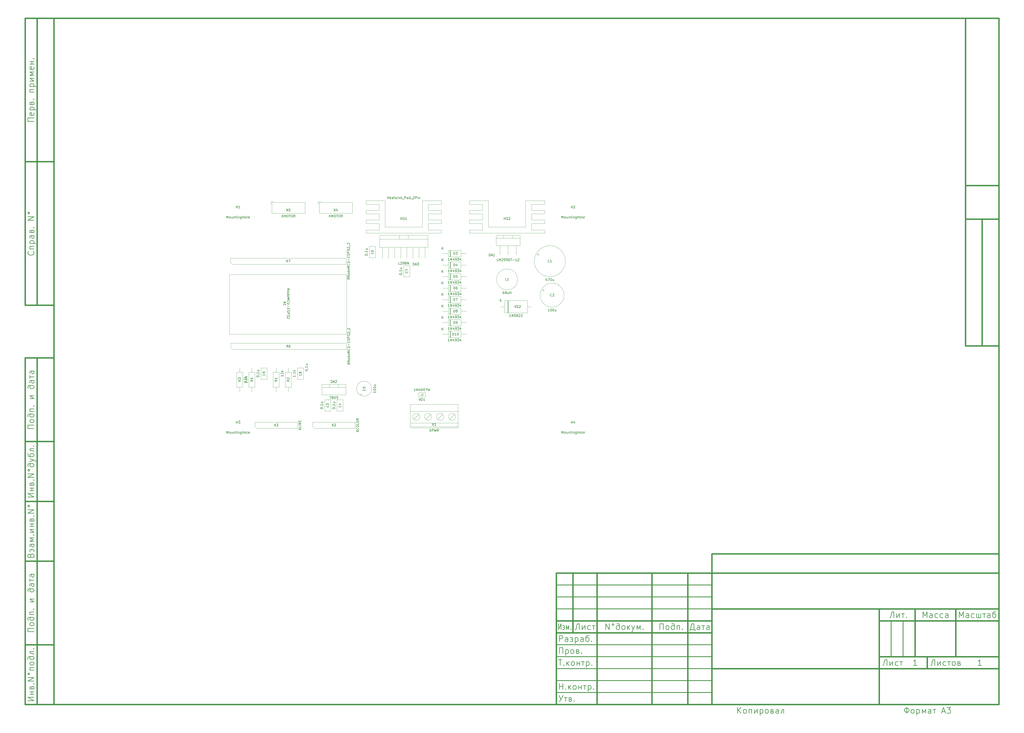
<source format=gbr>
%TF.GenerationSoftware,KiCad,Pcbnew,8.0.3*%
%TF.CreationDate,2024-08-26T14:09:18+03:00*%
%TF.ProjectId,pcb,7063622e-6b69-4636-9164-5f7063625858,rev?*%
%TF.SameCoordinates,Original*%
%TF.FileFunction,AssemblyDrawing,Top*%
%FSLAX46Y46*%
G04 Gerber Fmt 4.6, Leading zero omitted, Abs format (unit mm)*
G04 Created by KiCad (PCBNEW 8.0.3) date 2024-08-26 14:09:18*
%MOMM*%
%LPD*%
G01*
G04 APERTURE LIST*
%ADD10C,0.100000*%
%ADD11C,0.600000*%
%ADD12C,0.300000*%
%ADD13C,0.250000*%
%ADD14C,0.150000*%
%ADD15C,0.141000*%
G04 APERTURE END LIST*
D10*
D11*
X20000000Y-292002200D02*
X414989000Y-292002200D01*
X414989000Y-5000000D01*
X20000000Y-5000000D01*
X20000000Y-292002200D01*
D10*
D11*
X8000000Y-232002200D02*
X20000000Y-232002200D01*
D10*
D11*
X8000000Y-207002200D02*
X20000000Y-207002200D01*
D10*
D11*
X8000000Y-182002200D02*
X20000000Y-182002200D01*
D10*
D11*
X400989000Y-89000000D02*
X414989000Y-89000000D01*
D10*
D11*
X400989000Y-142000000D02*
X414989000Y-142000000D01*
D10*
D11*
X400989000Y-75000000D02*
X414989000Y-75000000D01*
D10*
D11*
X400989000Y-89000000D02*
X400989000Y-142000000D01*
D10*
D11*
X407989000Y-89000000D02*
X407989000Y-142000000D01*
D10*
D11*
X400989000Y-75000000D02*
X400989000Y-89000000D01*
D10*
D11*
X400989000Y-5000000D02*
X400989000Y-75000000D01*
D10*
D11*
X8000000Y-147002200D02*
X20000000Y-147002200D01*
D10*
D11*
X8000000Y-292002200D02*
X20000000Y-292002200D01*
D10*
D11*
X8000000Y-267002200D02*
X20000000Y-267002200D01*
D10*
D11*
X294989000Y-237002200D02*
X294989000Y-292002200D01*
D10*
D11*
X284989000Y-237002200D02*
X284989000Y-292002200D01*
D10*
D11*
X269989000Y-237002200D02*
X269989000Y-292002200D01*
D10*
D11*
X246989000Y-237002200D02*
X246989000Y-292002200D01*
D10*
D11*
X236989000Y-237002200D02*
X236989000Y-262002200D01*
D10*
D12*
X229989000Y-252002200D02*
X294989000Y-252002200D01*
D10*
D12*
X229989000Y-247002200D02*
X294989000Y-247002200D01*
D10*
D12*
X229989000Y-242002200D02*
X294989000Y-242002200D01*
D10*
D11*
X229989000Y-262002200D02*
X294989000Y-262002200D01*
D10*
D11*
X229989000Y-257002200D02*
X294989000Y-257002200D01*
D10*
D12*
X229989000Y-287002200D02*
X294989000Y-287002200D01*
D10*
D12*
X229989000Y-282002200D02*
X294989000Y-282002200D01*
D10*
D12*
X229989000Y-277002200D02*
X294989000Y-277002200D01*
D10*
D12*
X229989000Y-272002200D02*
X294989000Y-272002200D01*
D10*
D12*
X229989000Y-267002200D02*
X294989000Y-267002200D01*
D10*
D11*
X294989000Y-229002200D02*
X414989000Y-229002200D01*
D10*
D11*
X294989000Y-237002200D02*
X294989000Y-229002200D01*
D10*
D11*
X229989000Y-237002200D02*
X414989000Y-237002200D01*
D10*
D11*
X8000000Y-147002200D02*
X8000000Y-292002200D01*
D10*
D11*
X13000000Y-147002200D02*
X13000000Y-292002200D01*
D10*
D12*
X369989000Y-257002200D02*
X369989000Y-272002200D01*
D10*
D12*
X374989000Y-257002200D02*
X374989000Y-272002200D01*
D10*
D11*
X379989000Y-252002200D02*
X379989000Y-272002200D01*
D10*
D11*
X396989000Y-252002200D02*
X396989000Y-272002200D01*
D10*
D11*
X364989000Y-272002200D02*
X414989000Y-272002200D01*
D10*
D11*
X364989000Y-257002200D02*
X414989000Y-257002200D01*
D10*
D11*
X364989000Y-252002200D02*
X364989000Y-292002200D01*
D10*
D11*
X294989000Y-277002200D02*
X414989000Y-277002200D01*
D10*
D11*
X294989000Y-252002200D02*
X414989000Y-252002200D01*
D10*
D11*
X229989000Y-292002200D02*
X229989000Y-237002200D01*
D10*
D11*
X384989000Y-272002200D02*
X384989000Y-277002200D01*
D10*
D11*
X8000000Y-5002200D02*
X20000000Y-5002200D01*
D10*
D11*
X8000000Y-65002200D02*
X20000000Y-65002200D01*
D10*
D11*
X8000000Y-125002200D02*
X20000000Y-125002200D01*
D10*
D11*
X8000000Y-5002200D02*
X8000000Y-125002200D01*
D10*
D11*
X13000000Y-5002200D02*
X13000000Y-125002200D01*
D10*
D13*
X250691380Y-260645747D02*
X250691380Y-258145747D01*
X250691380Y-258145747D02*
X252119951Y-260645747D01*
X252119951Y-260645747D02*
X252119951Y-258145747D01*
X253667570Y-258145747D02*
X253429475Y-258264795D01*
X253429475Y-258264795D02*
X253310428Y-258502890D01*
X253310428Y-258502890D02*
X253429475Y-258740985D01*
X253429475Y-258740985D02*
X253667570Y-258860033D01*
X253667570Y-258860033D02*
X253905666Y-258740985D01*
X253905666Y-258740985D02*
X254024713Y-258502890D01*
X254024713Y-258502890D02*
X253905666Y-258264795D01*
X253905666Y-258264795D02*
X253667570Y-258145747D01*
X256405666Y-259217176D02*
X256286618Y-259098128D01*
X256286618Y-259098128D02*
X256048523Y-258979080D01*
X256048523Y-258979080D02*
X255572332Y-258979080D01*
X255572332Y-258979080D02*
X255334237Y-259098128D01*
X255334237Y-259098128D02*
X255215190Y-259217176D01*
X255215190Y-259217176D02*
X255096142Y-259455271D01*
X255096142Y-259455271D02*
X255096142Y-260169557D01*
X255096142Y-260169557D02*
X255215190Y-260407652D01*
X255215190Y-260407652D02*
X255334237Y-260526700D01*
X255334237Y-260526700D02*
X255572332Y-260645747D01*
X255572332Y-260645747D02*
X255929475Y-260645747D01*
X255929475Y-260645747D02*
X256167571Y-260526700D01*
X256167571Y-260526700D02*
X256286618Y-260407652D01*
X256286618Y-260407652D02*
X256405666Y-260169557D01*
X256405666Y-260169557D02*
X256405666Y-258621938D01*
X256405666Y-258621938D02*
X256286618Y-258383842D01*
X256286618Y-258383842D02*
X256167571Y-258264795D01*
X256167571Y-258264795D02*
X255929475Y-258145747D01*
X255929475Y-258145747D02*
X255453285Y-258145747D01*
X255453285Y-258145747D02*
X255215190Y-258264795D01*
X257834237Y-260645747D02*
X257596142Y-260526700D01*
X257596142Y-260526700D02*
X257477095Y-260407652D01*
X257477095Y-260407652D02*
X257358047Y-260169557D01*
X257358047Y-260169557D02*
X257358047Y-259455271D01*
X257358047Y-259455271D02*
X257477095Y-259217176D01*
X257477095Y-259217176D02*
X257596142Y-259098128D01*
X257596142Y-259098128D02*
X257834237Y-258979080D01*
X257834237Y-258979080D02*
X258191380Y-258979080D01*
X258191380Y-258979080D02*
X258429476Y-259098128D01*
X258429476Y-259098128D02*
X258548523Y-259217176D01*
X258548523Y-259217176D02*
X258667571Y-259455271D01*
X258667571Y-259455271D02*
X258667571Y-260169557D01*
X258667571Y-260169557D02*
X258548523Y-260407652D01*
X258548523Y-260407652D02*
X258429476Y-260526700D01*
X258429476Y-260526700D02*
X258191380Y-260645747D01*
X258191380Y-260645747D02*
X257834237Y-260645747D01*
X259739000Y-258979080D02*
X259739000Y-260645747D01*
X259977095Y-259693366D02*
X260691381Y-260645747D01*
X260691381Y-258979080D02*
X259739000Y-259931461D01*
X261524714Y-258979080D02*
X262119952Y-260645747D01*
X262715191Y-258979080D02*
X262119952Y-260645747D01*
X262119952Y-260645747D02*
X261881857Y-261240985D01*
X261881857Y-261240985D02*
X261762810Y-261360033D01*
X261762810Y-261360033D02*
X261524714Y-261479080D01*
X263667572Y-260645747D02*
X263667572Y-258979080D01*
X263667572Y-258979080D02*
X264381857Y-260288604D01*
X264381857Y-260288604D02*
X265096143Y-258979080D01*
X265096143Y-258979080D02*
X265096143Y-260645747D01*
X266286620Y-260407652D02*
X266405667Y-260526700D01*
X266405667Y-260526700D02*
X266286620Y-260645747D01*
X266286620Y-260645747D02*
X266167572Y-260526700D01*
X266167572Y-260526700D02*
X266286620Y-260407652D01*
X266286620Y-260407652D02*
X266286620Y-260645747D01*
D10*
D13*
X10334023Y-229561723D02*
X10453071Y-229204580D01*
X10453071Y-229204580D02*
X10572119Y-229085533D01*
X10572119Y-229085533D02*
X10810214Y-228966485D01*
X10810214Y-228966485D02*
X11167357Y-228966485D01*
X11167357Y-228966485D02*
X11405452Y-229085533D01*
X11405452Y-229085533D02*
X11524500Y-229204580D01*
X11524500Y-229204580D02*
X11643547Y-229442675D01*
X11643547Y-229442675D02*
X11643547Y-230395056D01*
X11643547Y-230395056D02*
X9143547Y-230395056D01*
X9143547Y-230395056D02*
X9143547Y-229561723D01*
X9143547Y-229561723D02*
X9262595Y-229323628D01*
X9262595Y-229323628D02*
X9381642Y-229204580D01*
X9381642Y-229204580D02*
X9619738Y-229085533D01*
X9619738Y-229085533D02*
X9857833Y-229085533D01*
X9857833Y-229085533D02*
X10095928Y-229204580D01*
X10095928Y-229204580D02*
X10214976Y-229323628D01*
X10214976Y-229323628D02*
X10334023Y-229561723D01*
X10334023Y-229561723D02*
X10334023Y-230395056D01*
X10810214Y-227656961D02*
X10810214Y-227418866D01*
X10095928Y-228133152D02*
X9976880Y-227895056D01*
X9976880Y-227895056D02*
X9976880Y-227418866D01*
X9976880Y-227418866D02*
X10095928Y-227180771D01*
X10095928Y-227180771D02*
X10334023Y-227061723D01*
X10334023Y-227061723D02*
X10453071Y-227061723D01*
X10453071Y-227061723D02*
X10691166Y-227180771D01*
X10691166Y-227180771D02*
X10810214Y-227418866D01*
X10810214Y-227418866D02*
X10929261Y-227180771D01*
X10929261Y-227180771D02*
X11167357Y-227061723D01*
X11167357Y-227061723D02*
X11286404Y-227061723D01*
X11286404Y-227061723D02*
X11524500Y-227180771D01*
X11524500Y-227180771D02*
X11643547Y-227418866D01*
X11643547Y-227418866D02*
X11643547Y-227895056D01*
X11643547Y-227895056D02*
X11524500Y-228133152D01*
X11643547Y-224918866D02*
X10334023Y-224918866D01*
X10334023Y-224918866D02*
X10095928Y-225037913D01*
X10095928Y-225037913D02*
X9976880Y-225276009D01*
X9976880Y-225276009D02*
X9976880Y-225752199D01*
X9976880Y-225752199D02*
X10095928Y-225990294D01*
X11524500Y-224918866D02*
X11643547Y-225156961D01*
X11643547Y-225156961D02*
X11643547Y-225752199D01*
X11643547Y-225752199D02*
X11524500Y-225990294D01*
X11524500Y-225990294D02*
X11286404Y-226109342D01*
X11286404Y-226109342D02*
X11048309Y-226109342D01*
X11048309Y-226109342D02*
X10810214Y-225990294D01*
X10810214Y-225990294D02*
X10691166Y-225752199D01*
X10691166Y-225752199D02*
X10691166Y-225156961D01*
X10691166Y-225156961D02*
X10572119Y-224918866D01*
X11643547Y-223728389D02*
X9976880Y-223728389D01*
X9976880Y-223728389D02*
X11286404Y-223014104D01*
X11286404Y-223014104D02*
X9976880Y-222299818D01*
X9976880Y-222299818D02*
X11643547Y-222299818D01*
X11405452Y-221109341D02*
X11524500Y-220990294D01*
X11524500Y-220990294D02*
X11643547Y-221109341D01*
X11643547Y-221109341D02*
X11524500Y-221228389D01*
X11524500Y-221228389D02*
X11405452Y-221109341D01*
X11405452Y-221109341D02*
X11643547Y-221109341D01*
X9976880Y-219918865D02*
X11643547Y-219918865D01*
X11643547Y-219918865D02*
X9976880Y-218728389D01*
X9976880Y-218728389D02*
X11643547Y-218728389D01*
X10810214Y-217537913D02*
X10810214Y-216466485D01*
X9976880Y-217537913D02*
X11643547Y-217537913D01*
X9976880Y-216466485D02*
X11643547Y-216466485D01*
X10810214Y-214680770D02*
X10929261Y-214323627D01*
X10929261Y-214323627D02*
X11167357Y-214204580D01*
X11167357Y-214204580D02*
X11286404Y-214204580D01*
X11286404Y-214204580D02*
X11524500Y-214323627D01*
X11524500Y-214323627D02*
X11643547Y-214561723D01*
X11643547Y-214561723D02*
X11643547Y-215276008D01*
X11643547Y-215276008D02*
X9976880Y-215276008D01*
X9976880Y-215276008D02*
X9976880Y-214680770D01*
X9976880Y-214680770D02*
X10095928Y-214442675D01*
X10095928Y-214442675D02*
X10334023Y-214323627D01*
X10334023Y-214323627D02*
X10453071Y-214323627D01*
X10453071Y-214323627D02*
X10691166Y-214442675D01*
X10691166Y-214442675D02*
X10810214Y-214680770D01*
X10810214Y-214680770D02*
X10810214Y-215276008D01*
X11405452Y-213133151D02*
X11524500Y-213014104D01*
X11524500Y-213014104D02*
X11643547Y-213133151D01*
X11643547Y-213133151D02*
X11524500Y-213252199D01*
X11524500Y-213252199D02*
X11405452Y-213133151D01*
X11405452Y-213133151D02*
X11643547Y-213133151D01*
X11643547Y-211942675D02*
X9143547Y-211942675D01*
X9143547Y-211942675D02*
X11643547Y-210514104D01*
X11643547Y-210514104D02*
X9143547Y-210514104D01*
X9143547Y-208966485D02*
X9262595Y-209204580D01*
X9262595Y-209204580D02*
X9500690Y-209323627D01*
X9500690Y-209323627D02*
X9738785Y-209204580D01*
X9738785Y-209204580D02*
X9857833Y-208966485D01*
X9857833Y-208966485D02*
X9738785Y-208728389D01*
X9738785Y-208728389D02*
X9500690Y-208609342D01*
X9500690Y-208609342D02*
X9262595Y-208728389D01*
X9262595Y-208728389D02*
X9143547Y-208966485D01*
D10*
D13*
X287965190Y-261240985D02*
X287965190Y-260645747D01*
X287965190Y-260645747D02*
X285822332Y-260645747D01*
X285822332Y-260645747D02*
X285822332Y-261240985D01*
X287488999Y-260645747D02*
X287488999Y-258145747D01*
X287488999Y-258145747D02*
X286893761Y-258145747D01*
X286893761Y-258145747D02*
X286655666Y-258264795D01*
X286655666Y-258264795D02*
X286536618Y-258383842D01*
X286536618Y-258383842D02*
X286417570Y-258621938D01*
X286417570Y-258621938D02*
X286179475Y-260645747D01*
X289988999Y-260645747D02*
X289988999Y-259336223D01*
X289988999Y-259336223D02*
X289869952Y-259098128D01*
X289869952Y-259098128D02*
X289631856Y-258979080D01*
X289631856Y-258979080D02*
X289155666Y-258979080D01*
X289155666Y-258979080D02*
X288917571Y-259098128D01*
X289988999Y-260526700D02*
X289750904Y-260645747D01*
X289750904Y-260645747D02*
X289155666Y-260645747D01*
X289155666Y-260645747D02*
X288917571Y-260526700D01*
X288917571Y-260526700D02*
X288798523Y-260288604D01*
X288798523Y-260288604D02*
X288798523Y-260050509D01*
X288798523Y-260050509D02*
X288917571Y-259812414D01*
X288917571Y-259812414D02*
X289155666Y-259693366D01*
X289155666Y-259693366D02*
X289750904Y-259693366D01*
X289750904Y-259693366D02*
X289988999Y-259574319D01*
X290822333Y-258979080D02*
X292012809Y-258979080D01*
X291417571Y-258979080D02*
X291417571Y-260645747D01*
X293917571Y-260645747D02*
X293917571Y-259336223D01*
X293917571Y-259336223D02*
X293798524Y-259098128D01*
X293798524Y-259098128D02*
X293560428Y-258979080D01*
X293560428Y-258979080D02*
X293084238Y-258979080D01*
X293084238Y-258979080D02*
X292846143Y-259098128D01*
X293917571Y-260526700D02*
X293679476Y-260645747D01*
X293679476Y-260645747D02*
X293084238Y-260645747D01*
X293084238Y-260645747D02*
X292846143Y-260526700D01*
X292846143Y-260526700D02*
X292727095Y-260288604D01*
X292727095Y-260288604D02*
X292727095Y-260050509D01*
X292727095Y-260050509D02*
X292846143Y-259812414D01*
X292846143Y-259812414D02*
X293084238Y-259693366D01*
X293084238Y-259693366D02*
X293679476Y-259693366D01*
X293679476Y-259693366D02*
X293917571Y-259574319D01*
D10*
D13*
X230909634Y-258145747D02*
X230909634Y-260645747D01*
X230909634Y-260645747D02*
X231941380Y-258145747D01*
X231941380Y-258145747D02*
X231941380Y-260645747D01*
X232973127Y-259812414D02*
X233145084Y-259812414D01*
X232629211Y-259098128D02*
X232801169Y-258979080D01*
X232801169Y-258979080D02*
X233145084Y-258979080D01*
X233145084Y-258979080D02*
X233317042Y-259098128D01*
X233317042Y-259098128D02*
X233403021Y-259336223D01*
X233403021Y-259336223D02*
X233403021Y-259455271D01*
X233403021Y-259455271D02*
X233317042Y-259693366D01*
X233317042Y-259693366D02*
X233145084Y-259812414D01*
X233145084Y-259812414D02*
X233317042Y-259931461D01*
X233317042Y-259931461D02*
X233403021Y-260169557D01*
X233403021Y-260169557D02*
X233403021Y-260288604D01*
X233403021Y-260288604D02*
X233317042Y-260526700D01*
X233317042Y-260526700D02*
X233145084Y-260645747D01*
X233145084Y-260645747D02*
X232801169Y-260645747D01*
X232801169Y-260645747D02*
X232629211Y-260526700D01*
X234176831Y-260645747D02*
X234176831Y-258979080D01*
X234176831Y-258979080D02*
X234692704Y-260288604D01*
X234692704Y-260288604D02*
X235208577Y-258979080D01*
X235208577Y-258979080D02*
X235208577Y-260645747D01*
X236068366Y-260407652D02*
X236154345Y-260526700D01*
X236154345Y-260526700D02*
X236068366Y-260645747D01*
X236068366Y-260645747D02*
X235982387Y-260526700D01*
X235982387Y-260526700D02*
X236068366Y-260407652D01*
X236068366Y-260407652D02*
X236068366Y-260645747D01*
D10*
D13*
X9143547Y-205156961D02*
X11643547Y-205156961D01*
X11643547Y-205156961D02*
X9143547Y-203728390D01*
X9143547Y-203728390D02*
X11643547Y-203728390D01*
X10810214Y-202537913D02*
X10810214Y-201466485D01*
X9976880Y-202537913D02*
X11643547Y-202537913D01*
X9976880Y-201466485D02*
X11643547Y-201466485D01*
X10810214Y-199680770D02*
X10929261Y-199323627D01*
X10929261Y-199323627D02*
X11167357Y-199204580D01*
X11167357Y-199204580D02*
X11286404Y-199204580D01*
X11286404Y-199204580D02*
X11524500Y-199323627D01*
X11524500Y-199323627D02*
X11643547Y-199561723D01*
X11643547Y-199561723D02*
X11643547Y-200276008D01*
X11643547Y-200276008D02*
X9976880Y-200276008D01*
X9976880Y-200276008D02*
X9976880Y-199680770D01*
X9976880Y-199680770D02*
X10095928Y-199442675D01*
X10095928Y-199442675D02*
X10334023Y-199323627D01*
X10334023Y-199323627D02*
X10453071Y-199323627D01*
X10453071Y-199323627D02*
X10691166Y-199442675D01*
X10691166Y-199442675D02*
X10810214Y-199680770D01*
X10810214Y-199680770D02*
X10810214Y-200276008D01*
X11405452Y-198133151D02*
X11524500Y-198014104D01*
X11524500Y-198014104D02*
X11643547Y-198133151D01*
X11643547Y-198133151D02*
X11524500Y-198252199D01*
X11524500Y-198252199D02*
X11405452Y-198133151D01*
X11405452Y-198133151D02*
X11643547Y-198133151D01*
X11643547Y-196942675D02*
X9143547Y-196942675D01*
X9143547Y-196942675D02*
X11643547Y-195514104D01*
X11643547Y-195514104D02*
X9143547Y-195514104D01*
X9143547Y-193966485D02*
X9262595Y-194204580D01*
X9262595Y-194204580D02*
X9500690Y-194323627D01*
X9500690Y-194323627D02*
X9738785Y-194204580D01*
X9738785Y-194204580D02*
X9857833Y-193966485D01*
X9857833Y-193966485D02*
X9738785Y-193728389D01*
X9738785Y-193728389D02*
X9500690Y-193609342D01*
X9500690Y-193609342D02*
X9262595Y-193728389D01*
X9262595Y-193728389D02*
X9143547Y-193966485D01*
X10214976Y-191228389D02*
X10095928Y-191347437D01*
X10095928Y-191347437D02*
X9976880Y-191585532D01*
X9976880Y-191585532D02*
X9976880Y-192061723D01*
X9976880Y-192061723D02*
X10095928Y-192299818D01*
X10095928Y-192299818D02*
X10214976Y-192418865D01*
X10214976Y-192418865D02*
X10453071Y-192537913D01*
X10453071Y-192537913D02*
X11167357Y-192537913D01*
X11167357Y-192537913D02*
X11405452Y-192418865D01*
X11405452Y-192418865D02*
X11524500Y-192299818D01*
X11524500Y-192299818D02*
X11643547Y-192061723D01*
X11643547Y-192061723D02*
X11643547Y-191704580D01*
X11643547Y-191704580D02*
X11524500Y-191466484D01*
X11524500Y-191466484D02*
X11405452Y-191347437D01*
X11405452Y-191347437D02*
X11167357Y-191228389D01*
X11167357Y-191228389D02*
X9619738Y-191228389D01*
X9619738Y-191228389D02*
X9381642Y-191347437D01*
X9381642Y-191347437D02*
X9262595Y-191466484D01*
X9262595Y-191466484D02*
X9143547Y-191704580D01*
X9143547Y-191704580D02*
X9143547Y-192180770D01*
X9143547Y-192180770D02*
X9262595Y-192418865D01*
X9976880Y-190395056D02*
X11643547Y-189799818D01*
X9976880Y-189204579D02*
X11643547Y-189799818D01*
X11643547Y-189799818D02*
X12238785Y-190037913D01*
X12238785Y-190037913D02*
X12357833Y-190156960D01*
X12357833Y-190156960D02*
X12476880Y-190395056D01*
X9024500Y-187061722D02*
X9143547Y-187180770D01*
X9143547Y-187180770D02*
X9262595Y-187418865D01*
X9262595Y-187418865D02*
X9262595Y-187895056D01*
X9262595Y-187895056D02*
X9381642Y-188133151D01*
X9381642Y-188133151D02*
X9500690Y-188252198D01*
X9500690Y-188252198D02*
X9738785Y-188371246D01*
X9738785Y-188371246D02*
X11167357Y-188371246D01*
X11167357Y-188371246D02*
X11405452Y-188252198D01*
X11405452Y-188252198D02*
X11524500Y-188133151D01*
X11524500Y-188133151D02*
X11643547Y-187895056D01*
X11643547Y-187895056D02*
X11643547Y-187537913D01*
X11643547Y-187537913D02*
X11524500Y-187299817D01*
X11524500Y-187299817D02*
X11405452Y-187180770D01*
X11405452Y-187180770D02*
X11167357Y-187061722D01*
X11167357Y-187061722D02*
X10453071Y-187061722D01*
X10453071Y-187061722D02*
X10214976Y-187180770D01*
X10214976Y-187180770D02*
X10095928Y-187299817D01*
X10095928Y-187299817D02*
X9976880Y-187537913D01*
X9976880Y-187537913D02*
X9976880Y-188014103D01*
X9976880Y-188014103D02*
X10095928Y-188252198D01*
X10095928Y-188252198D02*
X10214976Y-188371246D01*
X11643547Y-185037912D02*
X9976880Y-185037912D01*
X9976880Y-185037912D02*
X9976880Y-185395055D01*
X9976880Y-185395055D02*
X10095928Y-185633151D01*
X10095928Y-185633151D02*
X10334023Y-185752198D01*
X10334023Y-185752198D02*
X11286404Y-185871246D01*
X11286404Y-185871246D02*
X11524500Y-185990293D01*
X11524500Y-185990293D02*
X11643547Y-186228389D01*
X11405452Y-183847436D02*
X11524500Y-183728389D01*
X11524500Y-183728389D02*
X11643547Y-183847436D01*
X11643547Y-183847436D02*
X11524500Y-183966484D01*
X11524500Y-183966484D02*
X11405452Y-183847436D01*
X11405452Y-183847436D02*
X11643547Y-183847436D01*
D10*
D13*
X9143547Y-290335533D02*
X11643547Y-290335533D01*
X11643547Y-290335533D02*
X9143547Y-288906962D01*
X9143547Y-288906962D02*
X11643547Y-288906962D01*
X10810214Y-287716485D02*
X10810214Y-286645057D01*
X9976880Y-287716485D02*
X11643547Y-287716485D01*
X9976880Y-286645057D02*
X11643547Y-286645057D01*
X10810214Y-284859342D02*
X10929261Y-284502199D01*
X10929261Y-284502199D02*
X11167357Y-284383152D01*
X11167357Y-284383152D02*
X11286404Y-284383152D01*
X11286404Y-284383152D02*
X11524500Y-284502199D01*
X11524500Y-284502199D02*
X11643547Y-284740295D01*
X11643547Y-284740295D02*
X11643547Y-285454580D01*
X11643547Y-285454580D02*
X9976880Y-285454580D01*
X9976880Y-285454580D02*
X9976880Y-284859342D01*
X9976880Y-284859342D02*
X10095928Y-284621247D01*
X10095928Y-284621247D02*
X10334023Y-284502199D01*
X10334023Y-284502199D02*
X10453071Y-284502199D01*
X10453071Y-284502199D02*
X10691166Y-284621247D01*
X10691166Y-284621247D02*
X10810214Y-284859342D01*
X10810214Y-284859342D02*
X10810214Y-285454580D01*
X11405452Y-283311723D02*
X11524500Y-283192676D01*
X11524500Y-283192676D02*
X11643547Y-283311723D01*
X11643547Y-283311723D02*
X11524500Y-283430771D01*
X11524500Y-283430771D02*
X11405452Y-283311723D01*
X11405452Y-283311723D02*
X11643547Y-283311723D01*
X11643547Y-282121247D02*
X9143547Y-282121247D01*
X9143547Y-282121247D02*
X11643547Y-280692676D01*
X11643547Y-280692676D02*
X9143547Y-280692676D01*
X9143547Y-279145057D02*
X9262595Y-279383152D01*
X9262595Y-279383152D02*
X9500690Y-279502199D01*
X9500690Y-279502199D02*
X9738785Y-279383152D01*
X9738785Y-279383152D02*
X9857833Y-279145057D01*
X9857833Y-279145057D02*
X9738785Y-278906961D01*
X9738785Y-278906961D02*
X9500690Y-278787914D01*
X9500690Y-278787914D02*
X9262595Y-278906961D01*
X9262595Y-278906961D02*
X9143547Y-279145057D01*
X11643547Y-277597437D02*
X9976880Y-277597437D01*
X9976880Y-277597437D02*
X9976880Y-276526009D01*
X9976880Y-276526009D02*
X11643547Y-276526009D01*
X11643547Y-274978390D02*
X11524500Y-275216485D01*
X11524500Y-275216485D02*
X11405452Y-275335532D01*
X11405452Y-275335532D02*
X11167357Y-275454580D01*
X11167357Y-275454580D02*
X10453071Y-275454580D01*
X10453071Y-275454580D02*
X10214976Y-275335532D01*
X10214976Y-275335532D02*
X10095928Y-275216485D01*
X10095928Y-275216485D02*
X9976880Y-274978390D01*
X9976880Y-274978390D02*
X9976880Y-274621247D01*
X9976880Y-274621247D02*
X10095928Y-274383151D01*
X10095928Y-274383151D02*
X10214976Y-274264104D01*
X10214976Y-274264104D02*
X10453071Y-274145056D01*
X10453071Y-274145056D02*
X11167357Y-274145056D01*
X11167357Y-274145056D02*
X11405452Y-274264104D01*
X11405452Y-274264104D02*
X11524500Y-274383151D01*
X11524500Y-274383151D02*
X11643547Y-274621247D01*
X11643547Y-274621247D02*
X11643547Y-274978390D01*
X10214976Y-271883151D02*
X10095928Y-272002199D01*
X10095928Y-272002199D02*
X9976880Y-272240294D01*
X9976880Y-272240294D02*
X9976880Y-272716485D01*
X9976880Y-272716485D02*
X10095928Y-272954580D01*
X10095928Y-272954580D02*
X10214976Y-273073627D01*
X10214976Y-273073627D02*
X10453071Y-273192675D01*
X10453071Y-273192675D02*
X11167357Y-273192675D01*
X11167357Y-273192675D02*
X11405452Y-273073627D01*
X11405452Y-273073627D02*
X11524500Y-272954580D01*
X11524500Y-272954580D02*
X11643547Y-272716485D01*
X11643547Y-272716485D02*
X11643547Y-272359342D01*
X11643547Y-272359342D02*
X11524500Y-272121246D01*
X11524500Y-272121246D02*
X11405452Y-272002199D01*
X11405452Y-272002199D02*
X11167357Y-271883151D01*
X11167357Y-271883151D02*
X9619738Y-271883151D01*
X9619738Y-271883151D02*
X9381642Y-272002199D01*
X9381642Y-272002199D02*
X9262595Y-272121246D01*
X9262595Y-272121246D02*
X9143547Y-272359342D01*
X9143547Y-272359342D02*
X9143547Y-272835532D01*
X9143547Y-272835532D02*
X9262595Y-273073627D01*
X11643547Y-269859341D02*
X9976880Y-269859341D01*
X9976880Y-269859341D02*
X9976880Y-270216484D01*
X9976880Y-270216484D02*
X10095928Y-270454580D01*
X10095928Y-270454580D02*
X10334023Y-270573627D01*
X10334023Y-270573627D02*
X11286404Y-270692675D01*
X11286404Y-270692675D02*
X11524500Y-270811722D01*
X11524500Y-270811722D02*
X11643547Y-271049818D01*
X11405452Y-268668865D02*
X11524500Y-268549818D01*
X11524500Y-268549818D02*
X11643547Y-268668865D01*
X11643547Y-268668865D02*
X11524500Y-268787913D01*
X11524500Y-268787913D02*
X11405452Y-268668865D01*
X11405452Y-268668865D02*
X11643547Y-268668865D01*
D10*
D13*
X305748711Y-295645747D02*
X305748711Y-293145747D01*
X307177282Y-295645747D02*
X306105853Y-294217176D01*
X307177282Y-293145747D02*
X305748711Y-294574319D01*
X308605853Y-295645747D02*
X308367758Y-295526700D01*
X308367758Y-295526700D02*
X308248711Y-295407652D01*
X308248711Y-295407652D02*
X308129663Y-295169557D01*
X308129663Y-295169557D02*
X308129663Y-294455271D01*
X308129663Y-294455271D02*
X308248711Y-294217176D01*
X308248711Y-294217176D02*
X308367758Y-294098128D01*
X308367758Y-294098128D02*
X308605853Y-293979080D01*
X308605853Y-293979080D02*
X308962996Y-293979080D01*
X308962996Y-293979080D02*
X309201092Y-294098128D01*
X309201092Y-294098128D02*
X309320139Y-294217176D01*
X309320139Y-294217176D02*
X309439187Y-294455271D01*
X309439187Y-294455271D02*
X309439187Y-295169557D01*
X309439187Y-295169557D02*
X309320139Y-295407652D01*
X309320139Y-295407652D02*
X309201092Y-295526700D01*
X309201092Y-295526700D02*
X308962996Y-295645747D01*
X308962996Y-295645747D02*
X308605853Y-295645747D01*
X310510616Y-295645747D02*
X310510616Y-293979080D01*
X310510616Y-293979080D02*
X311582044Y-293979080D01*
X311582044Y-293979080D02*
X311582044Y-295645747D01*
X312772521Y-293979080D02*
X312772521Y-295645747D01*
X312772521Y-295645747D02*
X313962997Y-293979080D01*
X313962997Y-293979080D02*
X313962997Y-295645747D01*
X315153473Y-293979080D02*
X315153473Y-296479080D01*
X315153473Y-294098128D02*
X315391568Y-293979080D01*
X315391568Y-293979080D02*
X315867758Y-293979080D01*
X315867758Y-293979080D02*
X316105854Y-294098128D01*
X316105854Y-294098128D02*
X316224901Y-294217176D01*
X316224901Y-294217176D02*
X316343949Y-294455271D01*
X316343949Y-294455271D02*
X316343949Y-295169557D01*
X316343949Y-295169557D02*
X316224901Y-295407652D01*
X316224901Y-295407652D02*
X316105854Y-295526700D01*
X316105854Y-295526700D02*
X315867758Y-295645747D01*
X315867758Y-295645747D02*
X315391568Y-295645747D01*
X315391568Y-295645747D02*
X315153473Y-295526700D01*
X317772520Y-295645747D02*
X317534425Y-295526700D01*
X317534425Y-295526700D02*
X317415378Y-295407652D01*
X317415378Y-295407652D02*
X317296330Y-295169557D01*
X317296330Y-295169557D02*
X317296330Y-294455271D01*
X317296330Y-294455271D02*
X317415378Y-294217176D01*
X317415378Y-294217176D02*
X317534425Y-294098128D01*
X317534425Y-294098128D02*
X317772520Y-293979080D01*
X317772520Y-293979080D02*
X318129663Y-293979080D01*
X318129663Y-293979080D02*
X318367759Y-294098128D01*
X318367759Y-294098128D02*
X318486806Y-294217176D01*
X318486806Y-294217176D02*
X318605854Y-294455271D01*
X318605854Y-294455271D02*
X318605854Y-295169557D01*
X318605854Y-295169557D02*
X318486806Y-295407652D01*
X318486806Y-295407652D02*
X318367759Y-295526700D01*
X318367759Y-295526700D02*
X318129663Y-295645747D01*
X318129663Y-295645747D02*
X317772520Y-295645747D01*
X320272521Y-294812414D02*
X320629664Y-294931461D01*
X320629664Y-294931461D02*
X320748711Y-295169557D01*
X320748711Y-295169557D02*
X320748711Y-295288604D01*
X320748711Y-295288604D02*
X320629664Y-295526700D01*
X320629664Y-295526700D02*
X320391568Y-295645747D01*
X320391568Y-295645747D02*
X319677283Y-295645747D01*
X319677283Y-295645747D02*
X319677283Y-293979080D01*
X319677283Y-293979080D02*
X320272521Y-293979080D01*
X320272521Y-293979080D02*
X320510616Y-294098128D01*
X320510616Y-294098128D02*
X320629664Y-294336223D01*
X320629664Y-294336223D02*
X320629664Y-294455271D01*
X320629664Y-294455271D02*
X320510616Y-294693366D01*
X320510616Y-294693366D02*
X320272521Y-294812414D01*
X320272521Y-294812414D02*
X319677283Y-294812414D01*
X322891568Y-295645747D02*
X322891568Y-294336223D01*
X322891568Y-294336223D02*
X322772521Y-294098128D01*
X322772521Y-294098128D02*
X322534425Y-293979080D01*
X322534425Y-293979080D02*
X322058235Y-293979080D01*
X322058235Y-293979080D02*
X321820140Y-294098128D01*
X322891568Y-295526700D02*
X322653473Y-295645747D01*
X322653473Y-295645747D02*
X322058235Y-295645747D01*
X322058235Y-295645747D02*
X321820140Y-295526700D01*
X321820140Y-295526700D02*
X321701092Y-295288604D01*
X321701092Y-295288604D02*
X321701092Y-295050509D01*
X321701092Y-295050509D02*
X321820140Y-294812414D01*
X321820140Y-294812414D02*
X322058235Y-294693366D01*
X322058235Y-294693366D02*
X322653473Y-294693366D01*
X322653473Y-294693366D02*
X322891568Y-294574319D01*
X325034426Y-295645747D02*
X325034426Y-293979080D01*
X325034426Y-293979080D02*
X324677283Y-293979080D01*
X324677283Y-293979080D02*
X324439187Y-294098128D01*
X324439187Y-294098128D02*
X324320140Y-294336223D01*
X324320140Y-294336223D02*
X324201092Y-295288604D01*
X324201092Y-295288604D02*
X324082045Y-295526700D01*
X324082045Y-295526700D02*
X323843949Y-295645747D01*
D10*
D13*
X368177282Y-275645747D02*
X368177282Y-273145747D01*
X368177282Y-273145747D02*
X367820139Y-273145747D01*
X367820139Y-273145747D02*
X367462996Y-273264795D01*
X367462996Y-273264795D02*
X367224901Y-273502890D01*
X367224901Y-273502890D02*
X367105853Y-273860033D01*
X367105853Y-273860033D02*
X366867758Y-275288604D01*
X366867758Y-275288604D02*
X366748711Y-275526700D01*
X366748711Y-275526700D02*
X366510615Y-275645747D01*
X366510615Y-275645747D02*
X366391568Y-275645747D01*
X369367759Y-273979080D02*
X369367759Y-275645747D01*
X369367759Y-275645747D02*
X370558235Y-273979080D01*
X370558235Y-273979080D02*
X370558235Y-275645747D01*
X372820139Y-275526700D02*
X372582044Y-275645747D01*
X372582044Y-275645747D02*
X372105853Y-275645747D01*
X372105853Y-275645747D02*
X371867758Y-275526700D01*
X371867758Y-275526700D02*
X371748711Y-275407652D01*
X371748711Y-275407652D02*
X371629663Y-275169557D01*
X371629663Y-275169557D02*
X371629663Y-274455271D01*
X371629663Y-274455271D02*
X371748711Y-274217176D01*
X371748711Y-274217176D02*
X371867758Y-274098128D01*
X371867758Y-274098128D02*
X372105853Y-273979080D01*
X372105853Y-273979080D02*
X372582044Y-273979080D01*
X372582044Y-273979080D02*
X372820139Y-274098128D01*
X373534425Y-273979080D02*
X374724901Y-273979080D01*
X374129663Y-273979080D02*
X374129663Y-275645747D01*
D10*
D13*
X239608047Y-260645747D02*
X239608047Y-258145747D01*
X239608047Y-258145747D02*
X239250904Y-258145747D01*
X239250904Y-258145747D02*
X238893761Y-258264795D01*
X238893761Y-258264795D02*
X238655666Y-258502890D01*
X238655666Y-258502890D02*
X238536618Y-258860033D01*
X238536618Y-258860033D02*
X238298523Y-260288604D01*
X238298523Y-260288604D02*
X238179476Y-260526700D01*
X238179476Y-260526700D02*
X237941380Y-260645747D01*
X237941380Y-260645747D02*
X237822333Y-260645747D01*
X240798524Y-258979080D02*
X240798524Y-260645747D01*
X240798524Y-260645747D02*
X241989000Y-258979080D01*
X241989000Y-258979080D02*
X241989000Y-260645747D01*
X244250904Y-260526700D02*
X244012809Y-260645747D01*
X244012809Y-260645747D02*
X243536618Y-260645747D01*
X243536618Y-260645747D02*
X243298523Y-260526700D01*
X243298523Y-260526700D02*
X243179476Y-260407652D01*
X243179476Y-260407652D02*
X243060428Y-260169557D01*
X243060428Y-260169557D02*
X243060428Y-259455271D01*
X243060428Y-259455271D02*
X243179476Y-259217176D01*
X243179476Y-259217176D02*
X243298523Y-259098128D01*
X243298523Y-259098128D02*
X243536618Y-258979080D01*
X243536618Y-258979080D02*
X244012809Y-258979080D01*
X244012809Y-258979080D02*
X244250904Y-259098128D01*
X244965190Y-258979080D02*
X246155666Y-258979080D01*
X245560428Y-258979080D02*
X245560428Y-260645747D01*
D10*
D13*
X388177282Y-275645747D02*
X388177282Y-273145747D01*
X388177282Y-273145747D02*
X387820139Y-273145747D01*
X387820139Y-273145747D02*
X387462996Y-273264795D01*
X387462996Y-273264795D02*
X387224901Y-273502890D01*
X387224901Y-273502890D02*
X387105853Y-273860033D01*
X387105853Y-273860033D02*
X386867758Y-275288604D01*
X386867758Y-275288604D02*
X386748711Y-275526700D01*
X386748711Y-275526700D02*
X386510615Y-275645747D01*
X386510615Y-275645747D02*
X386391568Y-275645747D01*
X389367759Y-273979080D02*
X389367759Y-275645747D01*
X389367759Y-275645747D02*
X390558235Y-273979080D01*
X390558235Y-273979080D02*
X390558235Y-275645747D01*
X392820139Y-275526700D02*
X392582044Y-275645747D01*
X392582044Y-275645747D02*
X392105853Y-275645747D01*
X392105853Y-275645747D02*
X391867758Y-275526700D01*
X391867758Y-275526700D02*
X391748711Y-275407652D01*
X391748711Y-275407652D02*
X391629663Y-275169557D01*
X391629663Y-275169557D02*
X391629663Y-274455271D01*
X391629663Y-274455271D02*
X391748711Y-274217176D01*
X391748711Y-274217176D02*
X391867758Y-274098128D01*
X391867758Y-274098128D02*
X392105853Y-273979080D01*
X392105853Y-273979080D02*
X392582044Y-273979080D01*
X392582044Y-273979080D02*
X392820139Y-274098128D01*
X393534425Y-273979080D02*
X394724901Y-273979080D01*
X394129663Y-273979080D02*
X394129663Y-275645747D01*
X395915377Y-275645747D02*
X395677282Y-275526700D01*
X395677282Y-275526700D02*
X395558235Y-275407652D01*
X395558235Y-275407652D02*
X395439187Y-275169557D01*
X395439187Y-275169557D02*
X395439187Y-274455271D01*
X395439187Y-274455271D02*
X395558235Y-274217176D01*
X395558235Y-274217176D02*
X395677282Y-274098128D01*
X395677282Y-274098128D02*
X395915377Y-273979080D01*
X395915377Y-273979080D02*
X396272520Y-273979080D01*
X396272520Y-273979080D02*
X396510616Y-274098128D01*
X396510616Y-274098128D02*
X396629663Y-274217176D01*
X396629663Y-274217176D02*
X396748711Y-274455271D01*
X396748711Y-274455271D02*
X396748711Y-275169557D01*
X396748711Y-275169557D02*
X396629663Y-275407652D01*
X396629663Y-275407652D02*
X396510616Y-275526700D01*
X396510616Y-275526700D02*
X396272520Y-275645747D01*
X396272520Y-275645747D02*
X395915377Y-275645747D01*
X398415378Y-274812414D02*
X398772521Y-274931461D01*
X398772521Y-274931461D02*
X398891568Y-275169557D01*
X398891568Y-275169557D02*
X398891568Y-275288604D01*
X398891568Y-275288604D02*
X398772521Y-275526700D01*
X398772521Y-275526700D02*
X398534425Y-275645747D01*
X398534425Y-275645747D02*
X397820140Y-275645747D01*
X397820140Y-275645747D02*
X397820140Y-273979080D01*
X397820140Y-273979080D02*
X398415378Y-273979080D01*
X398415378Y-273979080D02*
X398653473Y-274098128D01*
X398653473Y-274098128D02*
X398772521Y-274336223D01*
X398772521Y-274336223D02*
X398772521Y-274455271D01*
X398772521Y-274455271D02*
X398653473Y-274693366D01*
X398653473Y-274693366D02*
X398415378Y-274812414D01*
X398415378Y-274812414D02*
X397820140Y-274812414D01*
D10*
D13*
X371084238Y-255645747D02*
X371084238Y-253145747D01*
X371084238Y-253145747D02*
X370727095Y-253145747D01*
X370727095Y-253145747D02*
X370369952Y-253264795D01*
X370369952Y-253264795D02*
X370131857Y-253502890D01*
X370131857Y-253502890D02*
X370012809Y-253860033D01*
X370012809Y-253860033D02*
X369774714Y-255288604D01*
X369774714Y-255288604D02*
X369655667Y-255526700D01*
X369655667Y-255526700D02*
X369417571Y-255645747D01*
X369417571Y-255645747D02*
X369298524Y-255645747D01*
X372274715Y-253979080D02*
X372274715Y-255645747D01*
X372274715Y-255645747D02*
X373465191Y-253979080D01*
X373465191Y-253979080D02*
X373465191Y-255645747D01*
X374298524Y-253979080D02*
X375489000Y-253979080D01*
X374893762Y-253979080D02*
X374893762Y-255645747D01*
X376322334Y-255407652D02*
X376441381Y-255526700D01*
X376441381Y-255526700D02*
X376322334Y-255645747D01*
X376322334Y-255645747D02*
X376203286Y-255526700D01*
X376203286Y-255526700D02*
X376322334Y-255407652D01*
X376322334Y-255407652D02*
X376322334Y-255645747D01*
D10*
D13*
X383250905Y-255645747D02*
X383250905Y-253145747D01*
X383250905Y-253145747D02*
X384084238Y-254931461D01*
X384084238Y-254931461D02*
X384917571Y-253145747D01*
X384917571Y-253145747D02*
X384917571Y-255645747D01*
X387179476Y-255645747D02*
X387179476Y-254336223D01*
X387179476Y-254336223D02*
X387060429Y-254098128D01*
X387060429Y-254098128D02*
X386822333Y-253979080D01*
X386822333Y-253979080D02*
X386346143Y-253979080D01*
X386346143Y-253979080D02*
X386108048Y-254098128D01*
X387179476Y-255526700D02*
X386941381Y-255645747D01*
X386941381Y-255645747D02*
X386346143Y-255645747D01*
X386346143Y-255645747D02*
X386108048Y-255526700D01*
X386108048Y-255526700D02*
X385989000Y-255288604D01*
X385989000Y-255288604D02*
X385989000Y-255050509D01*
X385989000Y-255050509D02*
X386108048Y-254812414D01*
X386108048Y-254812414D02*
X386346143Y-254693366D01*
X386346143Y-254693366D02*
X386941381Y-254693366D01*
X386941381Y-254693366D02*
X387179476Y-254574319D01*
X389441381Y-255526700D02*
X389203286Y-255645747D01*
X389203286Y-255645747D02*
X388727095Y-255645747D01*
X388727095Y-255645747D02*
X388489000Y-255526700D01*
X388489000Y-255526700D02*
X388369953Y-255407652D01*
X388369953Y-255407652D02*
X388250905Y-255169557D01*
X388250905Y-255169557D02*
X388250905Y-254455271D01*
X388250905Y-254455271D02*
X388369953Y-254217176D01*
X388369953Y-254217176D02*
X388489000Y-254098128D01*
X388489000Y-254098128D02*
X388727095Y-253979080D01*
X388727095Y-253979080D02*
X389203286Y-253979080D01*
X389203286Y-253979080D02*
X389441381Y-254098128D01*
X391584238Y-255526700D02*
X391346143Y-255645747D01*
X391346143Y-255645747D02*
X390869952Y-255645747D01*
X390869952Y-255645747D02*
X390631857Y-255526700D01*
X390631857Y-255526700D02*
X390512810Y-255407652D01*
X390512810Y-255407652D02*
X390393762Y-255169557D01*
X390393762Y-255169557D02*
X390393762Y-254455271D01*
X390393762Y-254455271D02*
X390512810Y-254217176D01*
X390512810Y-254217176D02*
X390631857Y-254098128D01*
X390631857Y-254098128D02*
X390869952Y-253979080D01*
X390869952Y-253979080D02*
X391346143Y-253979080D01*
X391346143Y-253979080D02*
X391584238Y-254098128D01*
X393727095Y-255645747D02*
X393727095Y-254336223D01*
X393727095Y-254336223D02*
X393608048Y-254098128D01*
X393608048Y-254098128D02*
X393369952Y-253979080D01*
X393369952Y-253979080D02*
X392893762Y-253979080D01*
X392893762Y-253979080D02*
X392655667Y-254098128D01*
X393727095Y-255526700D02*
X393489000Y-255645747D01*
X393489000Y-255645747D02*
X392893762Y-255645747D01*
X392893762Y-255645747D02*
X392655667Y-255526700D01*
X392655667Y-255526700D02*
X392536619Y-255288604D01*
X392536619Y-255288604D02*
X392536619Y-255050509D01*
X392536619Y-255050509D02*
X392655667Y-254812414D01*
X392655667Y-254812414D02*
X392893762Y-254693366D01*
X392893762Y-254693366D02*
X393489000Y-254693366D01*
X393489000Y-254693366D02*
X393727095Y-254574319D01*
D10*
D13*
X398429476Y-255645747D02*
X398429476Y-253145747D01*
X398429476Y-253145747D02*
X399262809Y-254931461D01*
X399262809Y-254931461D02*
X400096142Y-253145747D01*
X400096142Y-253145747D02*
X400096142Y-255645747D01*
X402358047Y-255645747D02*
X402358047Y-254336223D01*
X402358047Y-254336223D02*
X402239000Y-254098128D01*
X402239000Y-254098128D02*
X402000904Y-253979080D01*
X402000904Y-253979080D02*
X401524714Y-253979080D01*
X401524714Y-253979080D02*
X401286619Y-254098128D01*
X402358047Y-255526700D02*
X402119952Y-255645747D01*
X402119952Y-255645747D02*
X401524714Y-255645747D01*
X401524714Y-255645747D02*
X401286619Y-255526700D01*
X401286619Y-255526700D02*
X401167571Y-255288604D01*
X401167571Y-255288604D02*
X401167571Y-255050509D01*
X401167571Y-255050509D02*
X401286619Y-254812414D01*
X401286619Y-254812414D02*
X401524714Y-254693366D01*
X401524714Y-254693366D02*
X402119952Y-254693366D01*
X402119952Y-254693366D02*
X402358047Y-254574319D01*
X404619952Y-255526700D02*
X404381857Y-255645747D01*
X404381857Y-255645747D02*
X403905666Y-255645747D01*
X403905666Y-255645747D02*
X403667571Y-255526700D01*
X403667571Y-255526700D02*
X403548524Y-255407652D01*
X403548524Y-255407652D02*
X403429476Y-255169557D01*
X403429476Y-255169557D02*
X403429476Y-254455271D01*
X403429476Y-254455271D02*
X403548524Y-254217176D01*
X403548524Y-254217176D02*
X403667571Y-254098128D01*
X403667571Y-254098128D02*
X403905666Y-253979080D01*
X403905666Y-253979080D02*
X404381857Y-253979080D01*
X404381857Y-253979080D02*
X404619952Y-254098128D01*
X406524714Y-253979080D02*
X406524714Y-255645747D01*
X405691381Y-253979080D02*
X405691381Y-255645747D01*
X405691381Y-255645747D02*
X407358047Y-255645747D01*
X407358047Y-255645747D02*
X407358047Y-253979080D01*
X408191381Y-253979080D02*
X409381857Y-253979080D01*
X408786619Y-253979080D02*
X408786619Y-255645747D01*
X411286619Y-255645747D02*
X411286619Y-254336223D01*
X411286619Y-254336223D02*
X411167572Y-254098128D01*
X411167572Y-254098128D02*
X410929476Y-253979080D01*
X410929476Y-253979080D02*
X410453286Y-253979080D01*
X410453286Y-253979080D02*
X410215191Y-254098128D01*
X411286619Y-255526700D02*
X411048524Y-255645747D01*
X411048524Y-255645747D02*
X410453286Y-255645747D01*
X410453286Y-255645747D02*
X410215191Y-255526700D01*
X410215191Y-255526700D02*
X410096143Y-255288604D01*
X410096143Y-255288604D02*
X410096143Y-255050509D01*
X410096143Y-255050509D02*
X410215191Y-254812414D01*
X410215191Y-254812414D02*
X410453286Y-254693366D01*
X410453286Y-254693366D02*
X411048524Y-254693366D01*
X411048524Y-254693366D02*
X411286619Y-254574319D01*
X413667572Y-253026700D02*
X413548524Y-253145747D01*
X413548524Y-253145747D02*
X413310429Y-253264795D01*
X413310429Y-253264795D02*
X412834238Y-253264795D01*
X412834238Y-253264795D02*
X412596143Y-253383842D01*
X412596143Y-253383842D02*
X412477096Y-253502890D01*
X412477096Y-253502890D02*
X412358048Y-253740985D01*
X412358048Y-253740985D02*
X412358048Y-255169557D01*
X412358048Y-255169557D02*
X412477096Y-255407652D01*
X412477096Y-255407652D02*
X412596143Y-255526700D01*
X412596143Y-255526700D02*
X412834238Y-255645747D01*
X412834238Y-255645747D02*
X413191381Y-255645747D01*
X413191381Y-255645747D02*
X413429477Y-255526700D01*
X413429477Y-255526700D02*
X413548524Y-255407652D01*
X413548524Y-255407652D02*
X413667572Y-255169557D01*
X413667572Y-255169557D02*
X413667572Y-254455271D01*
X413667572Y-254455271D02*
X413548524Y-254217176D01*
X413548524Y-254217176D02*
X413429477Y-254098128D01*
X413429477Y-254098128D02*
X413191381Y-253979080D01*
X413191381Y-253979080D02*
X412715191Y-253979080D01*
X412715191Y-253979080D02*
X412477096Y-254098128D01*
X412477096Y-254098128D02*
X412358048Y-254217176D01*
D10*
D13*
X231248711Y-285645747D02*
X231248711Y-283145747D01*
X231248711Y-284336223D02*
X232677282Y-284336223D01*
X232677282Y-285645747D02*
X232677282Y-283145747D01*
X233867759Y-285407652D02*
X233986806Y-285526700D01*
X233986806Y-285526700D02*
X233867759Y-285645747D01*
X233867759Y-285645747D02*
X233748711Y-285526700D01*
X233748711Y-285526700D02*
X233867759Y-285407652D01*
X233867759Y-285407652D02*
X233867759Y-285645747D01*
X235058235Y-283979080D02*
X235058235Y-285645747D01*
X235296330Y-284693366D02*
X236010616Y-285645747D01*
X236010616Y-283979080D02*
X235058235Y-284931461D01*
X237439187Y-285645747D02*
X237201092Y-285526700D01*
X237201092Y-285526700D02*
X237082045Y-285407652D01*
X237082045Y-285407652D02*
X236962997Y-285169557D01*
X236962997Y-285169557D02*
X236962997Y-284455271D01*
X236962997Y-284455271D02*
X237082045Y-284217176D01*
X237082045Y-284217176D02*
X237201092Y-284098128D01*
X237201092Y-284098128D02*
X237439187Y-283979080D01*
X237439187Y-283979080D02*
X237796330Y-283979080D01*
X237796330Y-283979080D02*
X238034426Y-284098128D01*
X238034426Y-284098128D02*
X238153473Y-284217176D01*
X238153473Y-284217176D02*
X238272521Y-284455271D01*
X238272521Y-284455271D02*
X238272521Y-285169557D01*
X238272521Y-285169557D02*
X238153473Y-285407652D01*
X238153473Y-285407652D02*
X238034426Y-285526700D01*
X238034426Y-285526700D02*
X237796330Y-285645747D01*
X237796330Y-285645747D02*
X237439187Y-285645747D01*
X239343950Y-284812414D02*
X240415378Y-284812414D01*
X239343950Y-283979080D02*
X239343950Y-285645747D01*
X240415378Y-283979080D02*
X240415378Y-285645747D01*
X241248712Y-283979080D02*
X242439188Y-283979080D01*
X241843950Y-283979080D02*
X241843950Y-285645747D01*
X243272522Y-283979080D02*
X243272522Y-286479080D01*
X243272522Y-284098128D02*
X243510617Y-283979080D01*
X243510617Y-283979080D02*
X243986807Y-283979080D01*
X243986807Y-283979080D02*
X244224903Y-284098128D01*
X244224903Y-284098128D02*
X244343950Y-284217176D01*
X244343950Y-284217176D02*
X244462998Y-284455271D01*
X244462998Y-284455271D02*
X244462998Y-285169557D01*
X244462998Y-285169557D02*
X244343950Y-285407652D01*
X244343950Y-285407652D02*
X244224903Y-285526700D01*
X244224903Y-285526700D02*
X243986807Y-285645747D01*
X243986807Y-285645747D02*
X243510617Y-285645747D01*
X243510617Y-285645747D02*
X243272522Y-285526700D01*
X245534427Y-285407652D02*
X245653474Y-285526700D01*
X245653474Y-285526700D02*
X245534427Y-285645747D01*
X245534427Y-285645747D02*
X245415379Y-285526700D01*
X245415379Y-285526700D02*
X245534427Y-285407652D01*
X245534427Y-285407652D02*
X245534427Y-285645747D01*
D10*
D13*
X11643547Y-48097437D02*
X9143547Y-48097437D01*
X9143547Y-48097437D02*
X9143547Y-46668866D01*
X9143547Y-46668866D02*
X11643547Y-46668866D01*
X11524500Y-44526008D02*
X11643547Y-44764104D01*
X11643547Y-44764104D02*
X11643547Y-45240294D01*
X11643547Y-45240294D02*
X11524500Y-45478389D01*
X11524500Y-45478389D02*
X11286404Y-45597437D01*
X11286404Y-45597437D02*
X10334023Y-45597437D01*
X10334023Y-45597437D02*
X10095928Y-45478389D01*
X10095928Y-45478389D02*
X9976880Y-45240294D01*
X9976880Y-45240294D02*
X9976880Y-44764104D01*
X9976880Y-44764104D02*
X10095928Y-44526008D01*
X10095928Y-44526008D02*
X10334023Y-44406961D01*
X10334023Y-44406961D02*
X10572119Y-44406961D01*
X10572119Y-44406961D02*
X10810214Y-45597437D01*
X9976880Y-43335532D02*
X12476880Y-43335532D01*
X10095928Y-43335532D02*
X9976880Y-43097437D01*
X9976880Y-43097437D02*
X9976880Y-42621247D01*
X9976880Y-42621247D02*
X10095928Y-42383151D01*
X10095928Y-42383151D02*
X10214976Y-42264104D01*
X10214976Y-42264104D02*
X10453071Y-42145056D01*
X10453071Y-42145056D02*
X11167357Y-42145056D01*
X11167357Y-42145056D02*
X11405452Y-42264104D01*
X11405452Y-42264104D02*
X11524500Y-42383151D01*
X11524500Y-42383151D02*
X11643547Y-42621247D01*
X11643547Y-42621247D02*
X11643547Y-43097437D01*
X11643547Y-43097437D02*
X11524500Y-43335532D01*
X10810214Y-40478389D02*
X10929261Y-40121246D01*
X10929261Y-40121246D02*
X11167357Y-40002199D01*
X11167357Y-40002199D02*
X11286404Y-40002199D01*
X11286404Y-40002199D02*
X11524500Y-40121246D01*
X11524500Y-40121246D02*
X11643547Y-40359342D01*
X11643547Y-40359342D02*
X11643547Y-41073627D01*
X11643547Y-41073627D02*
X9976880Y-41073627D01*
X9976880Y-41073627D02*
X9976880Y-40478389D01*
X9976880Y-40478389D02*
X10095928Y-40240294D01*
X10095928Y-40240294D02*
X10334023Y-40121246D01*
X10334023Y-40121246D02*
X10453071Y-40121246D01*
X10453071Y-40121246D02*
X10691166Y-40240294D01*
X10691166Y-40240294D02*
X10810214Y-40478389D01*
X10810214Y-40478389D02*
X10810214Y-41073627D01*
X11405452Y-38930770D02*
X11524500Y-38811723D01*
X11524500Y-38811723D02*
X11643547Y-38930770D01*
X11643547Y-38930770D02*
X11524500Y-39049818D01*
X11524500Y-39049818D02*
X11405452Y-38930770D01*
X11405452Y-38930770D02*
X11643547Y-38930770D01*
X11643547Y-35835532D02*
X9976880Y-35835532D01*
X9976880Y-35835532D02*
X9976880Y-34764104D01*
X9976880Y-34764104D02*
X11643547Y-34764104D01*
X9976880Y-33573627D02*
X12476880Y-33573627D01*
X10095928Y-33573627D02*
X9976880Y-33335532D01*
X9976880Y-33335532D02*
X9976880Y-32859342D01*
X9976880Y-32859342D02*
X10095928Y-32621246D01*
X10095928Y-32621246D02*
X10214976Y-32502199D01*
X10214976Y-32502199D02*
X10453071Y-32383151D01*
X10453071Y-32383151D02*
X11167357Y-32383151D01*
X11167357Y-32383151D02*
X11405452Y-32502199D01*
X11405452Y-32502199D02*
X11524500Y-32621246D01*
X11524500Y-32621246D02*
X11643547Y-32859342D01*
X11643547Y-32859342D02*
X11643547Y-33335532D01*
X11643547Y-33335532D02*
X11524500Y-33573627D01*
X9976880Y-31311722D02*
X11643547Y-31311722D01*
X11643547Y-31311722D02*
X9976880Y-30121246D01*
X9976880Y-30121246D02*
X11643547Y-30121246D01*
X11643547Y-28930770D02*
X9976880Y-28930770D01*
X9976880Y-28930770D02*
X11286404Y-28216485D01*
X11286404Y-28216485D02*
X9976880Y-27502199D01*
X9976880Y-27502199D02*
X11643547Y-27502199D01*
X11524500Y-25359341D02*
X11643547Y-25597437D01*
X11643547Y-25597437D02*
X11643547Y-26073627D01*
X11643547Y-26073627D02*
X11524500Y-26311722D01*
X11524500Y-26311722D02*
X11286404Y-26430770D01*
X11286404Y-26430770D02*
X10334023Y-26430770D01*
X10334023Y-26430770D02*
X10095928Y-26311722D01*
X10095928Y-26311722D02*
X9976880Y-26073627D01*
X9976880Y-26073627D02*
X9976880Y-25597437D01*
X9976880Y-25597437D02*
X10095928Y-25359341D01*
X10095928Y-25359341D02*
X10334023Y-25240294D01*
X10334023Y-25240294D02*
X10572119Y-25240294D01*
X10572119Y-25240294D02*
X10810214Y-26430770D01*
X10810214Y-24168865D02*
X10810214Y-23097437D01*
X9976880Y-24168865D02*
X11643547Y-24168865D01*
X9976880Y-23097437D02*
X11643547Y-23097437D01*
X11405452Y-21906960D02*
X11524500Y-21787913D01*
X11524500Y-21787913D02*
X11643547Y-21906960D01*
X11643547Y-21906960D02*
X11524500Y-22026008D01*
X11524500Y-22026008D02*
X11405452Y-21906960D01*
X11405452Y-21906960D02*
X11643547Y-21906960D01*
D10*
D13*
X11643547Y-261526009D02*
X9143547Y-261526009D01*
X9143547Y-261526009D02*
X9143547Y-260097438D01*
X9143547Y-260097438D02*
X11643547Y-260097438D01*
X11643547Y-258549819D02*
X11524500Y-258787914D01*
X11524500Y-258787914D02*
X11405452Y-258906961D01*
X11405452Y-258906961D02*
X11167357Y-259026009D01*
X11167357Y-259026009D02*
X10453071Y-259026009D01*
X10453071Y-259026009D02*
X10214976Y-258906961D01*
X10214976Y-258906961D02*
X10095928Y-258787914D01*
X10095928Y-258787914D02*
X9976880Y-258549819D01*
X9976880Y-258549819D02*
X9976880Y-258192676D01*
X9976880Y-258192676D02*
X10095928Y-257954580D01*
X10095928Y-257954580D02*
X10214976Y-257835533D01*
X10214976Y-257835533D02*
X10453071Y-257716485D01*
X10453071Y-257716485D02*
X11167357Y-257716485D01*
X11167357Y-257716485D02*
X11405452Y-257835533D01*
X11405452Y-257835533D02*
X11524500Y-257954580D01*
X11524500Y-257954580D02*
X11643547Y-258192676D01*
X11643547Y-258192676D02*
X11643547Y-258549819D01*
X10214976Y-255454580D02*
X10095928Y-255573628D01*
X10095928Y-255573628D02*
X9976880Y-255811723D01*
X9976880Y-255811723D02*
X9976880Y-256287914D01*
X9976880Y-256287914D02*
X10095928Y-256526009D01*
X10095928Y-256526009D02*
X10214976Y-256645056D01*
X10214976Y-256645056D02*
X10453071Y-256764104D01*
X10453071Y-256764104D02*
X11167357Y-256764104D01*
X11167357Y-256764104D02*
X11405452Y-256645056D01*
X11405452Y-256645056D02*
X11524500Y-256526009D01*
X11524500Y-256526009D02*
X11643547Y-256287914D01*
X11643547Y-256287914D02*
X11643547Y-255930771D01*
X11643547Y-255930771D02*
X11524500Y-255692675D01*
X11524500Y-255692675D02*
X11405452Y-255573628D01*
X11405452Y-255573628D02*
X11167357Y-255454580D01*
X11167357Y-255454580D02*
X9619738Y-255454580D01*
X9619738Y-255454580D02*
X9381642Y-255573628D01*
X9381642Y-255573628D02*
X9262595Y-255692675D01*
X9262595Y-255692675D02*
X9143547Y-255930771D01*
X9143547Y-255930771D02*
X9143547Y-256406961D01*
X9143547Y-256406961D02*
X9262595Y-256645056D01*
X11643547Y-254383151D02*
X9976880Y-254383151D01*
X9976880Y-254383151D02*
X9976880Y-253311723D01*
X9976880Y-253311723D02*
X11643547Y-253311723D01*
X11405452Y-252121246D02*
X11524500Y-252002199D01*
X11524500Y-252002199D02*
X11643547Y-252121246D01*
X11643547Y-252121246D02*
X11524500Y-252240294D01*
X11524500Y-252240294D02*
X11405452Y-252121246D01*
X11405452Y-252121246D02*
X11643547Y-252121246D01*
X9976880Y-249026008D02*
X11643547Y-249026008D01*
X11643547Y-249026008D02*
X9976880Y-247835532D01*
X9976880Y-247835532D02*
X11643547Y-247835532D01*
X10214976Y-243549818D02*
X10095928Y-243668866D01*
X10095928Y-243668866D02*
X9976880Y-243906961D01*
X9976880Y-243906961D02*
X9976880Y-244383152D01*
X9976880Y-244383152D02*
X10095928Y-244621247D01*
X10095928Y-244621247D02*
X10214976Y-244740294D01*
X10214976Y-244740294D02*
X10453071Y-244859342D01*
X10453071Y-244859342D02*
X11167357Y-244859342D01*
X11167357Y-244859342D02*
X11405452Y-244740294D01*
X11405452Y-244740294D02*
X11524500Y-244621247D01*
X11524500Y-244621247D02*
X11643547Y-244383152D01*
X11643547Y-244383152D02*
X11643547Y-244026009D01*
X11643547Y-244026009D02*
X11524500Y-243787913D01*
X11524500Y-243787913D02*
X11405452Y-243668866D01*
X11405452Y-243668866D02*
X11167357Y-243549818D01*
X11167357Y-243549818D02*
X9619738Y-243549818D01*
X9619738Y-243549818D02*
X9381642Y-243668866D01*
X9381642Y-243668866D02*
X9262595Y-243787913D01*
X9262595Y-243787913D02*
X9143547Y-244026009D01*
X9143547Y-244026009D02*
X9143547Y-244502199D01*
X9143547Y-244502199D02*
X9262595Y-244740294D01*
X11643547Y-241406961D02*
X10334023Y-241406961D01*
X10334023Y-241406961D02*
X10095928Y-241526008D01*
X10095928Y-241526008D02*
X9976880Y-241764104D01*
X9976880Y-241764104D02*
X9976880Y-242240294D01*
X9976880Y-242240294D02*
X10095928Y-242478389D01*
X11524500Y-241406961D02*
X11643547Y-241645056D01*
X11643547Y-241645056D02*
X11643547Y-242240294D01*
X11643547Y-242240294D02*
X11524500Y-242478389D01*
X11524500Y-242478389D02*
X11286404Y-242597437D01*
X11286404Y-242597437D02*
X11048309Y-242597437D01*
X11048309Y-242597437D02*
X10810214Y-242478389D01*
X10810214Y-242478389D02*
X10691166Y-242240294D01*
X10691166Y-242240294D02*
X10691166Y-241645056D01*
X10691166Y-241645056D02*
X10572119Y-241406961D01*
X9976880Y-240573627D02*
X9976880Y-239383151D01*
X9976880Y-239978389D02*
X11643547Y-239978389D01*
X11643547Y-237478389D02*
X10334023Y-237478389D01*
X10334023Y-237478389D02*
X10095928Y-237597436D01*
X10095928Y-237597436D02*
X9976880Y-237835532D01*
X9976880Y-237835532D02*
X9976880Y-238311722D01*
X9976880Y-238311722D02*
X10095928Y-238549817D01*
X11524500Y-237478389D02*
X11643547Y-237716484D01*
X11643547Y-237716484D02*
X11643547Y-238311722D01*
X11643547Y-238311722D02*
X11524500Y-238549817D01*
X11524500Y-238549817D02*
X11286404Y-238668865D01*
X11286404Y-238668865D02*
X11048309Y-238668865D01*
X11048309Y-238668865D02*
X10810214Y-238549817D01*
X10810214Y-238549817D02*
X10691166Y-238311722D01*
X10691166Y-238311722D02*
X10691166Y-237716484D01*
X10691166Y-237716484D02*
X10572119Y-237478389D01*
D10*
D13*
X11643547Y-176526009D02*
X9143547Y-176526009D01*
X9143547Y-176526009D02*
X9143547Y-175097438D01*
X9143547Y-175097438D02*
X11643547Y-175097438D01*
X11643547Y-173549819D02*
X11524500Y-173787914D01*
X11524500Y-173787914D02*
X11405452Y-173906961D01*
X11405452Y-173906961D02*
X11167357Y-174026009D01*
X11167357Y-174026009D02*
X10453071Y-174026009D01*
X10453071Y-174026009D02*
X10214976Y-173906961D01*
X10214976Y-173906961D02*
X10095928Y-173787914D01*
X10095928Y-173787914D02*
X9976880Y-173549819D01*
X9976880Y-173549819D02*
X9976880Y-173192676D01*
X9976880Y-173192676D02*
X10095928Y-172954580D01*
X10095928Y-172954580D02*
X10214976Y-172835533D01*
X10214976Y-172835533D02*
X10453071Y-172716485D01*
X10453071Y-172716485D02*
X11167357Y-172716485D01*
X11167357Y-172716485D02*
X11405452Y-172835533D01*
X11405452Y-172835533D02*
X11524500Y-172954580D01*
X11524500Y-172954580D02*
X11643547Y-173192676D01*
X11643547Y-173192676D02*
X11643547Y-173549819D01*
X10214976Y-170454580D02*
X10095928Y-170573628D01*
X10095928Y-170573628D02*
X9976880Y-170811723D01*
X9976880Y-170811723D02*
X9976880Y-171287914D01*
X9976880Y-171287914D02*
X10095928Y-171526009D01*
X10095928Y-171526009D02*
X10214976Y-171645056D01*
X10214976Y-171645056D02*
X10453071Y-171764104D01*
X10453071Y-171764104D02*
X11167357Y-171764104D01*
X11167357Y-171764104D02*
X11405452Y-171645056D01*
X11405452Y-171645056D02*
X11524500Y-171526009D01*
X11524500Y-171526009D02*
X11643547Y-171287914D01*
X11643547Y-171287914D02*
X11643547Y-170930771D01*
X11643547Y-170930771D02*
X11524500Y-170692675D01*
X11524500Y-170692675D02*
X11405452Y-170573628D01*
X11405452Y-170573628D02*
X11167357Y-170454580D01*
X11167357Y-170454580D02*
X9619738Y-170454580D01*
X9619738Y-170454580D02*
X9381642Y-170573628D01*
X9381642Y-170573628D02*
X9262595Y-170692675D01*
X9262595Y-170692675D02*
X9143547Y-170930771D01*
X9143547Y-170930771D02*
X9143547Y-171406961D01*
X9143547Y-171406961D02*
X9262595Y-171645056D01*
X11643547Y-169383151D02*
X9976880Y-169383151D01*
X9976880Y-169383151D02*
X9976880Y-168311723D01*
X9976880Y-168311723D02*
X11643547Y-168311723D01*
X11405452Y-167121246D02*
X11524500Y-167002199D01*
X11524500Y-167002199D02*
X11643547Y-167121246D01*
X11643547Y-167121246D02*
X11524500Y-167240294D01*
X11524500Y-167240294D02*
X11405452Y-167121246D01*
X11405452Y-167121246D02*
X11643547Y-167121246D01*
X9976880Y-164026008D02*
X11643547Y-164026008D01*
X11643547Y-164026008D02*
X9976880Y-162835532D01*
X9976880Y-162835532D02*
X11643547Y-162835532D01*
X10214976Y-158549818D02*
X10095928Y-158668866D01*
X10095928Y-158668866D02*
X9976880Y-158906961D01*
X9976880Y-158906961D02*
X9976880Y-159383152D01*
X9976880Y-159383152D02*
X10095928Y-159621247D01*
X10095928Y-159621247D02*
X10214976Y-159740294D01*
X10214976Y-159740294D02*
X10453071Y-159859342D01*
X10453071Y-159859342D02*
X11167357Y-159859342D01*
X11167357Y-159859342D02*
X11405452Y-159740294D01*
X11405452Y-159740294D02*
X11524500Y-159621247D01*
X11524500Y-159621247D02*
X11643547Y-159383152D01*
X11643547Y-159383152D02*
X11643547Y-159026009D01*
X11643547Y-159026009D02*
X11524500Y-158787913D01*
X11524500Y-158787913D02*
X11405452Y-158668866D01*
X11405452Y-158668866D02*
X11167357Y-158549818D01*
X11167357Y-158549818D02*
X9619738Y-158549818D01*
X9619738Y-158549818D02*
X9381642Y-158668866D01*
X9381642Y-158668866D02*
X9262595Y-158787913D01*
X9262595Y-158787913D02*
X9143547Y-159026009D01*
X9143547Y-159026009D02*
X9143547Y-159502199D01*
X9143547Y-159502199D02*
X9262595Y-159740294D01*
X11643547Y-156406961D02*
X10334023Y-156406961D01*
X10334023Y-156406961D02*
X10095928Y-156526008D01*
X10095928Y-156526008D02*
X9976880Y-156764104D01*
X9976880Y-156764104D02*
X9976880Y-157240294D01*
X9976880Y-157240294D02*
X10095928Y-157478389D01*
X11524500Y-156406961D02*
X11643547Y-156645056D01*
X11643547Y-156645056D02*
X11643547Y-157240294D01*
X11643547Y-157240294D02*
X11524500Y-157478389D01*
X11524500Y-157478389D02*
X11286404Y-157597437D01*
X11286404Y-157597437D02*
X11048309Y-157597437D01*
X11048309Y-157597437D02*
X10810214Y-157478389D01*
X10810214Y-157478389D02*
X10691166Y-157240294D01*
X10691166Y-157240294D02*
X10691166Y-156645056D01*
X10691166Y-156645056D02*
X10572119Y-156406961D01*
X9976880Y-155573627D02*
X9976880Y-154383151D01*
X9976880Y-154978389D02*
X11643547Y-154978389D01*
X11643547Y-152478389D02*
X10334023Y-152478389D01*
X10334023Y-152478389D02*
X10095928Y-152597436D01*
X10095928Y-152597436D02*
X9976880Y-152835532D01*
X9976880Y-152835532D02*
X9976880Y-153311722D01*
X9976880Y-153311722D02*
X10095928Y-153549817D01*
X11524500Y-152478389D02*
X11643547Y-152716484D01*
X11643547Y-152716484D02*
X11643547Y-153311722D01*
X11643547Y-153311722D02*
X11524500Y-153549817D01*
X11524500Y-153549817D02*
X11286404Y-153668865D01*
X11286404Y-153668865D02*
X11048309Y-153668865D01*
X11048309Y-153668865D02*
X10810214Y-153549817D01*
X10810214Y-153549817D02*
X10691166Y-153311722D01*
X10691166Y-153311722D02*
X10691166Y-152716484D01*
X10691166Y-152716484D02*
X10572119Y-152478389D01*
D10*
D13*
X273286619Y-260645747D02*
X273286619Y-258145747D01*
X273286619Y-258145747D02*
X274715190Y-258145747D01*
X274715190Y-258145747D02*
X274715190Y-260645747D01*
X276262809Y-260645747D02*
X276024714Y-260526700D01*
X276024714Y-260526700D02*
X275905667Y-260407652D01*
X275905667Y-260407652D02*
X275786619Y-260169557D01*
X275786619Y-260169557D02*
X275786619Y-259455271D01*
X275786619Y-259455271D02*
X275905667Y-259217176D01*
X275905667Y-259217176D02*
X276024714Y-259098128D01*
X276024714Y-259098128D02*
X276262809Y-258979080D01*
X276262809Y-258979080D02*
X276619952Y-258979080D01*
X276619952Y-258979080D02*
X276858048Y-259098128D01*
X276858048Y-259098128D02*
X276977095Y-259217176D01*
X276977095Y-259217176D02*
X277096143Y-259455271D01*
X277096143Y-259455271D02*
X277096143Y-260169557D01*
X277096143Y-260169557D02*
X276977095Y-260407652D01*
X276977095Y-260407652D02*
X276858048Y-260526700D01*
X276858048Y-260526700D02*
X276619952Y-260645747D01*
X276619952Y-260645747D02*
X276262809Y-260645747D01*
X279358048Y-259217176D02*
X279239000Y-259098128D01*
X279239000Y-259098128D02*
X279000905Y-258979080D01*
X279000905Y-258979080D02*
X278524714Y-258979080D01*
X278524714Y-258979080D02*
X278286619Y-259098128D01*
X278286619Y-259098128D02*
X278167572Y-259217176D01*
X278167572Y-259217176D02*
X278048524Y-259455271D01*
X278048524Y-259455271D02*
X278048524Y-260169557D01*
X278048524Y-260169557D02*
X278167572Y-260407652D01*
X278167572Y-260407652D02*
X278286619Y-260526700D01*
X278286619Y-260526700D02*
X278524714Y-260645747D01*
X278524714Y-260645747D02*
X278881857Y-260645747D01*
X278881857Y-260645747D02*
X279119953Y-260526700D01*
X279119953Y-260526700D02*
X279239000Y-260407652D01*
X279239000Y-260407652D02*
X279358048Y-260169557D01*
X279358048Y-260169557D02*
X279358048Y-258621938D01*
X279358048Y-258621938D02*
X279239000Y-258383842D01*
X279239000Y-258383842D02*
X279119953Y-258264795D01*
X279119953Y-258264795D02*
X278881857Y-258145747D01*
X278881857Y-258145747D02*
X278405667Y-258145747D01*
X278405667Y-258145747D02*
X278167572Y-258264795D01*
X280429477Y-260645747D02*
X280429477Y-258979080D01*
X280429477Y-258979080D02*
X281500905Y-258979080D01*
X281500905Y-258979080D02*
X281500905Y-260645747D01*
X282691382Y-260407652D02*
X282810429Y-260526700D01*
X282810429Y-260526700D02*
X282691382Y-260645747D01*
X282691382Y-260645747D02*
X282572334Y-260526700D01*
X282572334Y-260526700D02*
X282691382Y-260407652D01*
X282691382Y-260407652D02*
X282691382Y-260645747D01*
D10*
D13*
X231248711Y-270645747D02*
X231248711Y-268145747D01*
X231248711Y-268145747D02*
X232677282Y-268145747D01*
X232677282Y-268145747D02*
X232677282Y-270645747D01*
X233867759Y-268979080D02*
X233867759Y-271479080D01*
X233867759Y-269098128D02*
X234105854Y-268979080D01*
X234105854Y-268979080D02*
X234582044Y-268979080D01*
X234582044Y-268979080D02*
X234820140Y-269098128D01*
X234820140Y-269098128D02*
X234939187Y-269217176D01*
X234939187Y-269217176D02*
X235058235Y-269455271D01*
X235058235Y-269455271D02*
X235058235Y-270169557D01*
X235058235Y-270169557D02*
X234939187Y-270407652D01*
X234939187Y-270407652D02*
X234820140Y-270526700D01*
X234820140Y-270526700D02*
X234582044Y-270645747D01*
X234582044Y-270645747D02*
X234105854Y-270645747D01*
X234105854Y-270645747D02*
X233867759Y-270526700D01*
X236486806Y-270645747D02*
X236248711Y-270526700D01*
X236248711Y-270526700D02*
X236129664Y-270407652D01*
X236129664Y-270407652D02*
X236010616Y-270169557D01*
X236010616Y-270169557D02*
X236010616Y-269455271D01*
X236010616Y-269455271D02*
X236129664Y-269217176D01*
X236129664Y-269217176D02*
X236248711Y-269098128D01*
X236248711Y-269098128D02*
X236486806Y-268979080D01*
X236486806Y-268979080D02*
X236843949Y-268979080D01*
X236843949Y-268979080D02*
X237082045Y-269098128D01*
X237082045Y-269098128D02*
X237201092Y-269217176D01*
X237201092Y-269217176D02*
X237320140Y-269455271D01*
X237320140Y-269455271D02*
X237320140Y-270169557D01*
X237320140Y-270169557D02*
X237201092Y-270407652D01*
X237201092Y-270407652D02*
X237082045Y-270526700D01*
X237082045Y-270526700D02*
X236843949Y-270645747D01*
X236843949Y-270645747D02*
X236486806Y-270645747D01*
X238986807Y-269812414D02*
X239343950Y-269931461D01*
X239343950Y-269931461D02*
X239462997Y-270169557D01*
X239462997Y-270169557D02*
X239462997Y-270288604D01*
X239462997Y-270288604D02*
X239343950Y-270526700D01*
X239343950Y-270526700D02*
X239105854Y-270645747D01*
X239105854Y-270645747D02*
X238391569Y-270645747D01*
X238391569Y-270645747D02*
X238391569Y-268979080D01*
X238391569Y-268979080D02*
X238986807Y-268979080D01*
X238986807Y-268979080D02*
X239224902Y-269098128D01*
X239224902Y-269098128D02*
X239343950Y-269336223D01*
X239343950Y-269336223D02*
X239343950Y-269455271D01*
X239343950Y-269455271D02*
X239224902Y-269693366D01*
X239224902Y-269693366D02*
X238986807Y-269812414D01*
X238986807Y-269812414D02*
X238391569Y-269812414D01*
X240534426Y-270407652D02*
X240653473Y-270526700D01*
X240653473Y-270526700D02*
X240534426Y-270645747D01*
X240534426Y-270645747D02*
X240415378Y-270526700D01*
X240415378Y-270526700D02*
X240534426Y-270407652D01*
X240534426Y-270407652D02*
X240534426Y-270645747D01*
D10*
D13*
X231248711Y-265645747D02*
X231248711Y-263145747D01*
X231248711Y-263145747D02*
X232201092Y-263145747D01*
X232201092Y-263145747D02*
X232439187Y-263264795D01*
X232439187Y-263264795D02*
X232558234Y-263383842D01*
X232558234Y-263383842D02*
X232677282Y-263621938D01*
X232677282Y-263621938D02*
X232677282Y-263979080D01*
X232677282Y-263979080D02*
X232558234Y-264217176D01*
X232558234Y-264217176D02*
X232439187Y-264336223D01*
X232439187Y-264336223D02*
X232201092Y-264455271D01*
X232201092Y-264455271D02*
X231248711Y-264455271D01*
X234820139Y-265645747D02*
X234820139Y-264336223D01*
X234820139Y-264336223D02*
X234701092Y-264098128D01*
X234701092Y-264098128D02*
X234462996Y-263979080D01*
X234462996Y-263979080D02*
X233986806Y-263979080D01*
X233986806Y-263979080D02*
X233748711Y-264098128D01*
X234820139Y-265526700D02*
X234582044Y-265645747D01*
X234582044Y-265645747D02*
X233986806Y-265645747D01*
X233986806Y-265645747D02*
X233748711Y-265526700D01*
X233748711Y-265526700D02*
X233629663Y-265288604D01*
X233629663Y-265288604D02*
X233629663Y-265050509D01*
X233629663Y-265050509D02*
X233748711Y-264812414D01*
X233748711Y-264812414D02*
X233986806Y-264693366D01*
X233986806Y-264693366D02*
X234582044Y-264693366D01*
X234582044Y-264693366D02*
X234820139Y-264574319D01*
X236248711Y-264812414D02*
X236486806Y-264812414D01*
X235772520Y-264098128D02*
X236010616Y-263979080D01*
X236010616Y-263979080D02*
X236486806Y-263979080D01*
X236486806Y-263979080D02*
X236724901Y-264098128D01*
X236724901Y-264098128D02*
X236843949Y-264336223D01*
X236843949Y-264336223D02*
X236843949Y-264455271D01*
X236843949Y-264455271D02*
X236724901Y-264693366D01*
X236724901Y-264693366D02*
X236486806Y-264812414D01*
X236486806Y-264812414D02*
X236724901Y-264931461D01*
X236724901Y-264931461D02*
X236843949Y-265169557D01*
X236843949Y-265169557D02*
X236843949Y-265288604D01*
X236843949Y-265288604D02*
X236724901Y-265526700D01*
X236724901Y-265526700D02*
X236486806Y-265645747D01*
X236486806Y-265645747D02*
X236010616Y-265645747D01*
X236010616Y-265645747D02*
X235772520Y-265526700D01*
X237915378Y-263979080D02*
X237915378Y-266479080D01*
X237915378Y-264098128D02*
X238153473Y-263979080D01*
X238153473Y-263979080D02*
X238629663Y-263979080D01*
X238629663Y-263979080D02*
X238867759Y-264098128D01*
X238867759Y-264098128D02*
X238986806Y-264217176D01*
X238986806Y-264217176D02*
X239105854Y-264455271D01*
X239105854Y-264455271D02*
X239105854Y-265169557D01*
X239105854Y-265169557D02*
X238986806Y-265407652D01*
X238986806Y-265407652D02*
X238867759Y-265526700D01*
X238867759Y-265526700D02*
X238629663Y-265645747D01*
X238629663Y-265645747D02*
X238153473Y-265645747D01*
X238153473Y-265645747D02*
X237915378Y-265526700D01*
X241248711Y-265645747D02*
X241248711Y-264336223D01*
X241248711Y-264336223D02*
X241129664Y-264098128D01*
X241129664Y-264098128D02*
X240891568Y-263979080D01*
X240891568Y-263979080D02*
X240415378Y-263979080D01*
X240415378Y-263979080D02*
X240177283Y-264098128D01*
X241248711Y-265526700D02*
X241010616Y-265645747D01*
X241010616Y-265645747D02*
X240415378Y-265645747D01*
X240415378Y-265645747D02*
X240177283Y-265526700D01*
X240177283Y-265526700D02*
X240058235Y-265288604D01*
X240058235Y-265288604D02*
X240058235Y-265050509D01*
X240058235Y-265050509D02*
X240177283Y-264812414D01*
X240177283Y-264812414D02*
X240415378Y-264693366D01*
X240415378Y-264693366D02*
X241010616Y-264693366D01*
X241010616Y-264693366D02*
X241248711Y-264574319D01*
X243629664Y-263026700D02*
X243510616Y-263145747D01*
X243510616Y-263145747D02*
X243272521Y-263264795D01*
X243272521Y-263264795D02*
X242796330Y-263264795D01*
X242796330Y-263264795D02*
X242558235Y-263383842D01*
X242558235Y-263383842D02*
X242439188Y-263502890D01*
X242439188Y-263502890D02*
X242320140Y-263740985D01*
X242320140Y-263740985D02*
X242320140Y-265169557D01*
X242320140Y-265169557D02*
X242439188Y-265407652D01*
X242439188Y-265407652D02*
X242558235Y-265526700D01*
X242558235Y-265526700D02*
X242796330Y-265645747D01*
X242796330Y-265645747D02*
X243153473Y-265645747D01*
X243153473Y-265645747D02*
X243391569Y-265526700D01*
X243391569Y-265526700D02*
X243510616Y-265407652D01*
X243510616Y-265407652D02*
X243629664Y-265169557D01*
X243629664Y-265169557D02*
X243629664Y-264455271D01*
X243629664Y-264455271D02*
X243510616Y-264217176D01*
X243510616Y-264217176D02*
X243391569Y-264098128D01*
X243391569Y-264098128D02*
X243153473Y-263979080D01*
X243153473Y-263979080D02*
X242677283Y-263979080D01*
X242677283Y-263979080D02*
X242439188Y-264098128D01*
X242439188Y-264098128D02*
X242320140Y-264217176D01*
X244701093Y-265407652D02*
X244820140Y-265526700D01*
X244820140Y-265526700D02*
X244701093Y-265645747D01*
X244701093Y-265645747D02*
X244582045Y-265526700D01*
X244582045Y-265526700D02*
X244701093Y-265407652D01*
X244701093Y-265407652D02*
X244701093Y-265645747D01*
D10*
D13*
X11405452Y-102502200D02*
X11524500Y-102621248D01*
X11524500Y-102621248D02*
X11643547Y-102978390D01*
X11643547Y-102978390D02*
X11643547Y-103216486D01*
X11643547Y-103216486D02*
X11524500Y-103573629D01*
X11524500Y-103573629D02*
X11286404Y-103811724D01*
X11286404Y-103811724D02*
X11048309Y-103930771D01*
X11048309Y-103930771D02*
X10572119Y-104049819D01*
X10572119Y-104049819D02*
X10214976Y-104049819D01*
X10214976Y-104049819D02*
X9738785Y-103930771D01*
X9738785Y-103930771D02*
X9500690Y-103811724D01*
X9500690Y-103811724D02*
X9262595Y-103573629D01*
X9262595Y-103573629D02*
X9143547Y-103216486D01*
X9143547Y-103216486D02*
X9143547Y-102978390D01*
X9143547Y-102978390D02*
X9262595Y-102621248D01*
X9262595Y-102621248D02*
X9381642Y-102502200D01*
X11643547Y-101430771D02*
X9976880Y-101430771D01*
X9976880Y-101430771D02*
X9976880Y-100359343D01*
X9976880Y-100359343D02*
X11643547Y-100359343D01*
X9976880Y-99168866D02*
X12476880Y-99168866D01*
X10095928Y-99168866D02*
X9976880Y-98930771D01*
X9976880Y-98930771D02*
X9976880Y-98454581D01*
X9976880Y-98454581D02*
X10095928Y-98216485D01*
X10095928Y-98216485D02*
X10214976Y-98097438D01*
X10214976Y-98097438D02*
X10453071Y-97978390D01*
X10453071Y-97978390D02*
X11167357Y-97978390D01*
X11167357Y-97978390D02*
X11405452Y-98097438D01*
X11405452Y-98097438D02*
X11524500Y-98216485D01*
X11524500Y-98216485D02*
X11643547Y-98454581D01*
X11643547Y-98454581D02*
X11643547Y-98930771D01*
X11643547Y-98930771D02*
X11524500Y-99168866D01*
X11643547Y-95835533D02*
X10334023Y-95835533D01*
X10334023Y-95835533D02*
X10095928Y-95954580D01*
X10095928Y-95954580D02*
X9976880Y-96192676D01*
X9976880Y-96192676D02*
X9976880Y-96668866D01*
X9976880Y-96668866D02*
X10095928Y-96906961D01*
X11524500Y-95835533D02*
X11643547Y-96073628D01*
X11643547Y-96073628D02*
X11643547Y-96668866D01*
X11643547Y-96668866D02*
X11524500Y-96906961D01*
X11524500Y-96906961D02*
X11286404Y-97026009D01*
X11286404Y-97026009D02*
X11048309Y-97026009D01*
X11048309Y-97026009D02*
X10810214Y-96906961D01*
X10810214Y-96906961D02*
X10691166Y-96668866D01*
X10691166Y-96668866D02*
X10691166Y-96073628D01*
X10691166Y-96073628D02*
X10572119Y-95835533D01*
X10810214Y-94049818D02*
X10929261Y-93692675D01*
X10929261Y-93692675D02*
X11167357Y-93573628D01*
X11167357Y-93573628D02*
X11286404Y-93573628D01*
X11286404Y-93573628D02*
X11524500Y-93692675D01*
X11524500Y-93692675D02*
X11643547Y-93930771D01*
X11643547Y-93930771D02*
X11643547Y-94645056D01*
X11643547Y-94645056D02*
X9976880Y-94645056D01*
X9976880Y-94645056D02*
X9976880Y-94049818D01*
X9976880Y-94049818D02*
X10095928Y-93811723D01*
X10095928Y-93811723D02*
X10334023Y-93692675D01*
X10334023Y-93692675D02*
X10453071Y-93692675D01*
X10453071Y-93692675D02*
X10691166Y-93811723D01*
X10691166Y-93811723D02*
X10810214Y-94049818D01*
X10810214Y-94049818D02*
X10810214Y-94645056D01*
X11405452Y-92502199D02*
X11524500Y-92383152D01*
X11524500Y-92383152D02*
X11643547Y-92502199D01*
X11643547Y-92502199D02*
X11524500Y-92621247D01*
X11524500Y-92621247D02*
X11405452Y-92502199D01*
X11405452Y-92502199D02*
X11643547Y-92502199D01*
X11643547Y-89406961D02*
X9143547Y-89406961D01*
X9143547Y-89406961D02*
X11643547Y-87978390D01*
X11643547Y-87978390D02*
X9143547Y-87978390D01*
X9143547Y-86430771D02*
X9262595Y-86668866D01*
X9262595Y-86668866D02*
X9500690Y-86787913D01*
X9500690Y-86787913D02*
X9738785Y-86668866D01*
X9738785Y-86668866D02*
X9857833Y-86430771D01*
X9857833Y-86430771D02*
X9738785Y-86192675D01*
X9738785Y-86192675D02*
X9500690Y-86073628D01*
X9500690Y-86073628D02*
X9262595Y-86192675D01*
X9262595Y-86192675D02*
X9143547Y-86430771D01*
D10*
D13*
X230891568Y-273145747D02*
X232320139Y-273145747D01*
X231605853Y-275645747D02*
X231605853Y-273145747D01*
X233153473Y-275407652D02*
X233272520Y-275526700D01*
X233272520Y-275526700D02*
X233153473Y-275645747D01*
X233153473Y-275645747D02*
X233034425Y-275526700D01*
X233034425Y-275526700D02*
X233153473Y-275407652D01*
X233153473Y-275407652D02*
X233153473Y-275645747D01*
X234343949Y-273979080D02*
X234343949Y-275645747D01*
X234582044Y-274693366D02*
X235296330Y-275645747D01*
X235296330Y-273979080D02*
X234343949Y-274931461D01*
X236724901Y-275645747D02*
X236486806Y-275526700D01*
X236486806Y-275526700D02*
X236367759Y-275407652D01*
X236367759Y-275407652D02*
X236248711Y-275169557D01*
X236248711Y-275169557D02*
X236248711Y-274455271D01*
X236248711Y-274455271D02*
X236367759Y-274217176D01*
X236367759Y-274217176D02*
X236486806Y-274098128D01*
X236486806Y-274098128D02*
X236724901Y-273979080D01*
X236724901Y-273979080D02*
X237082044Y-273979080D01*
X237082044Y-273979080D02*
X237320140Y-274098128D01*
X237320140Y-274098128D02*
X237439187Y-274217176D01*
X237439187Y-274217176D02*
X237558235Y-274455271D01*
X237558235Y-274455271D02*
X237558235Y-275169557D01*
X237558235Y-275169557D02*
X237439187Y-275407652D01*
X237439187Y-275407652D02*
X237320140Y-275526700D01*
X237320140Y-275526700D02*
X237082044Y-275645747D01*
X237082044Y-275645747D02*
X236724901Y-275645747D01*
X238629664Y-274812414D02*
X239701092Y-274812414D01*
X238629664Y-273979080D02*
X238629664Y-275645747D01*
X239701092Y-273979080D02*
X239701092Y-275645747D01*
X240534426Y-273979080D02*
X241724902Y-273979080D01*
X241129664Y-273979080D02*
X241129664Y-275645747D01*
X242558236Y-273979080D02*
X242558236Y-276479080D01*
X242558236Y-274098128D02*
X242796331Y-273979080D01*
X242796331Y-273979080D02*
X243272521Y-273979080D01*
X243272521Y-273979080D02*
X243510617Y-274098128D01*
X243510617Y-274098128D02*
X243629664Y-274217176D01*
X243629664Y-274217176D02*
X243748712Y-274455271D01*
X243748712Y-274455271D02*
X243748712Y-275169557D01*
X243748712Y-275169557D02*
X243629664Y-275407652D01*
X243629664Y-275407652D02*
X243510617Y-275526700D01*
X243510617Y-275526700D02*
X243272521Y-275645747D01*
X243272521Y-275645747D02*
X242796331Y-275645747D01*
X242796331Y-275645747D02*
X242558236Y-275526700D01*
X244820141Y-275407652D02*
X244939188Y-275526700D01*
X244939188Y-275526700D02*
X244820141Y-275645747D01*
X244820141Y-275645747D02*
X244701093Y-275526700D01*
X244701093Y-275526700D02*
X244820141Y-275407652D01*
X244820141Y-275407652D02*
X244820141Y-275645747D01*
D10*
D13*
X231129663Y-288145747D02*
X231962996Y-289812414D01*
X232796330Y-288145747D02*
X231724901Y-290288604D01*
X231724901Y-290288604D02*
X231486806Y-290526700D01*
X231486806Y-290526700D02*
X231248711Y-290645747D01*
X231248711Y-290645747D02*
X231129663Y-290645747D01*
X233272520Y-288979080D02*
X234462996Y-288979080D01*
X233867758Y-288979080D02*
X233867758Y-290645747D01*
X235891568Y-289812414D02*
X236248711Y-289931461D01*
X236248711Y-289931461D02*
X236367758Y-290169557D01*
X236367758Y-290169557D02*
X236367758Y-290288604D01*
X236367758Y-290288604D02*
X236248711Y-290526700D01*
X236248711Y-290526700D02*
X236010615Y-290645747D01*
X236010615Y-290645747D02*
X235296330Y-290645747D01*
X235296330Y-290645747D02*
X235296330Y-288979080D01*
X235296330Y-288979080D02*
X235891568Y-288979080D01*
X235891568Y-288979080D02*
X236129663Y-289098128D01*
X236129663Y-289098128D02*
X236248711Y-289336223D01*
X236248711Y-289336223D02*
X236248711Y-289455271D01*
X236248711Y-289455271D02*
X236129663Y-289693366D01*
X236129663Y-289693366D02*
X235891568Y-289812414D01*
X235891568Y-289812414D02*
X235296330Y-289812414D01*
X237439187Y-290407652D02*
X237558234Y-290526700D01*
X237558234Y-290526700D02*
X237439187Y-290645747D01*
X237439187Y-290645747D02*
X237320139Y-290526700D01*
X237320139Y-290526700D02*
X237439187Y-290407652D01*
X237439187Y-290407652D02*
X237439187Y-290645747D01*
D10*
D13*
X376462996Y-295645747D02*
X376462996Y-293145747D01*
X376224901Y-293502890D02*
X376701092Y-293502890D01*
X376701092Y-293502890D02*
X377058234Y-293621938D01*
X377058234Y-293621938D02*
X377296330Y-293860033D01*
X377296330Y-293860033D02*
X377415377Y-294098128D01*
X377415377Y-294098128D02*
X377415377Y-294574319D01*
X377415377Y-294574319D02*
X377296330Y-294812414D01*
X377296330Y-294812414D02*
X377058234Y-295050509D01*
X377058234Y-295050509D02*
X376701092Y-295169557D01*
X376701092Y-295169557D02*
X376224901Y-295169557D01*
X376224901Y-295169557D02*
X375867758Y-295050509D01*
X375867758Y-295050509D02*
X375629663Y-294812414D01*
X375629663Y-294812414D02*
X375510615Y-294574319D01*
X375510615Y-294574319D02*
X375510615Y-294098128D01*
X375510615Y-294098128D02*
X375629663Y-293860033D01*
X375629663Y-293860033D02*
X375867758Y-293621938D01*
X375867758Y-293621938D02*
X376224901Y-293502890D01*
X378724901Y-295645747D02*
X378486806Y-295526700D01*
X378486806Y-295526700D02*
X378367759Y-295407652D01*
X378367759Y-295407652D02*
X378248711Y-295169557D01*
X378248711Y-295169557D02*
X378248711Y-294455271D01*
X378248711Y-294455271D02*
X378367759Y-294217176D01*
X378367759Y-294217176D02*
X378486806Y-294098128D01*
X378486806Y-294098128D02*
X378724901Y-293979080D01*
X378724901Y-293979080D02*
X379082044Y-293979080D01*
X379082044Y-293979080D02*
X379320140Y-294098128D01*
X379320140Y-294098128D02*
X379439187Y-294217176D01*
X379439187Y-294217176D02*
X379558235Y-294455271D01*
X379558235Y-294455271D02*
X379558235Y-295169557D01*
X379558235Y-295169557D02*
X379439187Y-295407652D01*
X379439187Y-295407652D02*
X379320140Y-295526700D01*
X379320140Y-295526700D02*
X379082044Y-295645747D01*
X379082044Y-295645747D02*
X378724901Y-295645747D01*
X380629664Y-293979080D02*
X380629664Y-296479080D01*
X380629664Y-294098128D02*
X380867759Y-293979080D01*
X380867759Y-293979080D02*
X381343949Y-293979080D01*
X381343949Y-293979080D02*
X381582045Y-294098128D01*
X381582045Y-294098128D02*
X381701092Y-294217176D01*
X381701092Y-294217176D02*
X381820140Y-294455271D01*
X381820140Y-294455271D02*
X381820140Y-295169557D01*
X381820140Y-295169557D02*
X381701092Y-295407652D01*
X381701092Y-295407652D02*
X381582045Y-295526700D01*
X381582045Y-295526700D02*
X381343949Y-295645747D01*
X381343949Y-295645747D02*
X380867759Y-295645747D01*
X380867759Y-295645747D02*
X380629664Y-295526700D01*
X382891569Y-295645747D02*
X382891569Y-293979080D01*
X382891569Y-293979080D02*
X383605854Y-295288604D01*
X383605854Y-295288604D02*
X384320140Y-293979080D01*
X384320140Y-293979080D02*
X384320140Y-295645747D01*
X386582045Y-295645747D02*
X386582045Y-294336223D01*
X386582045Y-294336223D02*
X386462998Y-294098128D01*
X386462998Y-294098128D02*
X386224902Y-293979080D01*
X386224902Y-293979080D02*
X385748712Y-293979080D01*
X385748712Y-293979080D02*
X385510617Y-294098128D01*
X386582045Y-295526700D02*
X386343950Y-295645747D01*
X386343950Y-295645747D02*
X385748712Y-295645747D01*
X385748712Y-295645747D02*
X385510617Y-295526700D01*
X385510617Y-295526700D02*
X385391569Y-295288604D01*
X385391569Y-295288604D02*
X385391569Y-295050509D01*
X385391569Y-295050509D02*
X385510617Y-294812414D01*
X385510617Y-294812414D02*
X385748712Y-294693366D01*
X385748712Y-294693366D02*
X386343950Y-294693366D01*
X386343950Y-294693366D02*
X386582045Y-294574319D01*
X387415379Y-293979080D02*
X388605855Y-293979080D01*
X388010617Y-293979080D02*
X388010617Y-295645747D01*
X391224903Y-294931461D02*
X392415379Y-294931461D01*
X390986808Y-295645747D02*
X391820141Y-293145747D01*
X391820141Y-293145747D02*
X392653474Y-295645747D01*
X393248712Y-293145747D02*
X394796331Y-293145747D01*
X394796331Y-293145747D02*
X393962998Y-294098128D01*
X393962998Y-294098128D02*
X394320141Y-294098128D01*
X394320141Y-294098128D02*
X394558236Y-294217176D01*
X394558236Y-294217176D02*
X394677284Y-294336223D01*
X394677284Y-294336223D02*
X394796331Y-294574319D01*
X394796331Y-294574319D02*
X394796331Y-295169557D01*
X394796331Y-295169557D02*
X394677284Y-295407652D01*
X394677284Y-295407652D02*
X394558236Y-295526700D01*
X394558236Y-295526700D02*
X394320141Y-295645747D01*
X394320141Y-295645747D02*
X393605855Y-295645747D01*
X393605855Y-295645747D02*
X393367760Y-295526700D01*
X393367760Y-295526700D02*
X393248712Y-295407652D01*
D10*
D13*
X407703285Y-275645747D02*
X406274714Y-275645747D01*
X406989000Y-275645747D02*
X406989000Y-273145747D01*
X406989000Y-273145747D02*
X406750904Y-273502890D01*
X406750904Y-273502890D02*
X406512809Y-273740985D01*
X406512809Y-273740985D02*
X406274714Y-273860033D01*
D10*
D13*
X380703285Y-275645747D02*
X379274714Y-275645747D01*
X379989000Y-275645747D02*
X379989000Y-273145747D01*
X379989000Y-273145747D02*
X379750904Y-273502890D01*
X379750904Y-273502890D02*
X379512809Y-273740985D01*
X379512809Y-273740985D02*
X379274714Y-273860033D01*
D10*
D14*
X117545180Y-118175714D02*
X118545180Y-118175714D01*
X118545180Y-118175714D02*
X117545180Y-118747142D01*
X117545180Y-118747142D02*
X118545180Y-118747142D01*
X117545180Y-119366190D02*
X117592800Y-119270952D01*
X117592800Y-119270952D02*
X117640419Y-119223333D01*
X117640419Y-119223333D02*
X117735657Y-119175714D01*
X117735657Y-119175714D02*
X118021371Y-119175714D01*
X118021371Y-119175714D02*
X118116609Y-119223333D01*
X118116609Y-119223333D02*
X118164228Y-119270952D01*
X118164228Y-119270952D02*
X118211847Y-119366190D01*
X118211847Y-119366190D02*
X118211847Y-119509047D01*
X118211847Y-119509047D02*
X118164228Y-119604285D01*
X118164228Y-119604285D02*
X118116609Y-119651904D01*
X118116609Y-119651904D02*
X118021371Y-119699523D01*
X118021371Y-119699523D02*
X117735657Y-119699523D01*
X117735657Y-119699523D02*
X117640419Y-119651904D01*
X117640419Y-119651904D02*
X117592800Y-119604285D01*
X117592800Y-119604285D02*
X117545180Y-119509047D01*
X117545180Y-119509047D02*
X117545180Y-119366190D01*
X117545180Y-120556666D02*
X118545180Y-120556666D01*
X117592800Y-120556666D02*
X117545180Y-120461428D01*
X117545180Y-120461428D02*
X117545180Y-120270952D01*
X117545180Y-120270952D02*
X117592800Y-120175714D01*
X117592800Y-120175714D02*
X117640419Y-120128095D01*
X117640419Y-120128095D02*
X117735657Y-120080476D01*
X117735657Y-120080476D02*
X118021371Y-120080476D01*
X118021371Y-120080476D02*
X118116609Y-120128095D01*
X118116609Y-120128095D02*
X118164228Y-120175714D01*
X118164228Y-120175714D02*
X118211847Y-120270952D01*
X118211847Y-120270952D02*
X118211847Y-120461428D01*
X118211847Y-120461428D02*
X118164228Y-120556666D01*
X117592800Y-121413809D02*
X117545180Y-121318571D01*
X117545180Y-121318571D02*
X117545180Y-121128095D01*
X117545180Y-121128095D02*
X117592800Y-121032857D01*
X117592800Y-121032857D02*
X117688038Y-120985238D01*
X117688038Y-120985238D02*
X118068990Y-120985238D01*
X118068990Y-120985238D02*
X118164228Y-121032857D01*
X118164228Y-121032857D02*
X118211847Y-121128095D01*
X118211847Y-121128095D02*
X118211847Y-121318571D01*
X118211847Y-121318571D02*
X118164228Y-121413809D01*
X118164228Y-121413809D02*
X118068990Y-121461428D01*
X118068990Y-121461428D02*
X117973752Y-121461428D01*
X117973752Y-121461428D02*
X117878514Y-120985238D01*
X117545180Y-121890000D02*
X118545180Y-121890000D01*
X118545180Y-121890000D02*
X117830895Y-122223333D01*
X117830895Y-122223333D02*
X118545180Y-122556666D01*
X118545180Y-122556666D02*
X117545180Y-122556666D01*
X117640419Y-123604285D02*
X117592800Y-123556666D01*
X117592800Y-123556666D02*
X117545180Y-123413809D01*
X117545180Y-123413809D02*
X117545180Y-123318571D01*
X117545180Y-123318571D02*
X117592800Y-123175714D01*
X117592800Y-123175714D02*
X117688038Y-123080476D01*
X117688038Y-123080476D02*
X117783276Y-123032857D01*
X117783276Y-123032857D02*
X117973752Y-122985238D01*
X117973752Y-122985238D02*
X118116609Y-122985238D01*
X118116609Y-122985238D02*
X118307085Y-123032857D01*
X118307085Y-123032857D02*
X118402323Y-123080476D01*
X118402323Y-123080476D02*
X118497561Y-123175714D01*
X118497561Y-123175714D02*
X118545180Y-123318571D01*
X118545180Y-123318571D02*
X118545180Y-123413809D01*
X118545180Y-123413809D02*
X118497561Y-123556666D01*
X118497561Y-123556666D02*
X118449942Y-123604285D01*
X118545180Y-124032857D02*
X117735657Y-124032857D01*
X117735657Y-124032857D02*
X117640419Y-124080476D01*
X117640419Y-124080476D02*
X117592800Y-124128095D01*
X117592800Y-124128095D02*
X117545180Y-124223333D01*
X117545180Y-124223333D02*
X117545180Y-124413809D01*
X117545180Y-124413809D02*
X117592800Y-124509047D01*
X117592800Y-124509047D02*
X117640419Y-124556666D01*
X117640419Y-124556666D02*
X117735657Y-124604285D01*
X117735657Y-124604285D02*
X118545180Y-124604285D01*
X117926133Y-125080476D02*
X117926133Y-125842381D01*
X118068990Y-126318571D02*
X118068990Y-126651904D01*
X117545180Y-126794761D02*
X117545180Y-126318571D01*
X117545180Y-126318571D02*
X118545180Y-126318571D01*
X118545180Y-126318571D02*
X118545180Y-126794761D01*
X117592800Y-127175714D02*
X117545180Y-127318571D01*
X117545180Y-127318571D02*
X117545180Y-127556666D01*
X117545180Y-127556666D02*
X117592800Y-127651904D01*
X117592800Y-127651904D02*
X117640419Y-127699523D01*
X117640419Y-127699523D02*
X117735657Y-127747142D01*
X117735657Y-127747142D02*
X117830895Y-127747142D01*
X117830895Y-127747142D02*
X117926133Y-127699523D01*
X117926133Y-127699523D02*
X117973752Y-127651904D01*
X117973752Y-127651904D02*
X118021371Y-127556666D01*
X118021371Y-127556666D02*
X118068990Y-127366190D01*
X118068990Y-127366190D02*
X118116609Y-127270952D01*
X118116609Y-127270952D02*
X118164228Y-127223333D01*
X118164228Y-127223333D02*
X118259466Y-127175714D01*
X118259466Y-127175714D02*
X118354704Y-127175714D01*
X118354704Y-127175714D02*
X118449942Y-127223333D01*
X118449942Y-127223333D02*
X118497561Y-127270952D01*
X118497561Y-127270952D02*
X118545180Y-127366190D01*
X118545180Y-127366190D02*
X118545180Y-127604285D01*
X118545180Y-127604285D02*
X118497561Y-127747142D01*
X117545180Y-128175714D02*
X118545180Y-128175714D01*
X118545180Y-128175714D02*
X118545180Y-128556666D01*
X118545180Y-128556666D02*
X118497561Y-128651904D01*
X118497561Y-128651904D02*
X118449942Y-128699523D01*
X118449942Y-128699523D02*
X118354704Y-128747142D01*
X118354704Y-128747142D02*
X118211847Y-128747142D01*
X118211847Y-128747142D02*
X118116609Y-128699523D01*
X118116609Y-128699523D02*
X118068990Y-128651904D01*
X118068990Y-128651904D02*
X118021371Y-128556666D01*
X118021371Y-128556666D02*
X118021371Y-128175714D01*
X118545180Y-129080476D02*
X118545180Y-129699523D01*
X118545180Y-129699523D02*
X118164228Y-129366190D01*
X118164228Y-129366190D02*
X118164228Y-129509047D01*
X118164228Y-129509047D02*
X118116609Y-129604285D01*
X118116609Y-129604285D02*
X118068990Y-129651904D01*
X118068990Y-129651904D02*
X117973752Y-129699523D01*
X117973752Y-129699523D02*
X117735657Y-129699523D01*
X117735657Y-129699523D02*
X117640419Y-129651904D01*
X117640419Y-129651904D02*
X117592800Y-129604285D01*
X117592800Y-129604285D02*
X117545180Y-129509047D01*
X117545180Y-129509047D02*
X117545180Y-129223333D01*
X117545180Y-129223333D02*
X117592800Y-129128095D01*
X117592800Y-129128095D02*
X117640419Y-129080476D01*
X118449942Y-130080476D02*
X118497561Y-130128095D01*
X118497561Y-130128095D02*
X118545180Y-130223333D01*
X118545180Y-130223333D02*
X118545180Y-130461428D01*
X118545180Y-130461428D02*
X118497561Y-130556666D01*
X118497561Y-130556666D02*
X118449942Y-130604285D01*
X118449942Y-130604285D02*
X118354704Y-130651904D01*
X118354704Y-130651904D02*
X118259466Y-130651904D01*
X118259466Y-130651904D02*
X118116609Y-130604285D01*
X118116609Y-130604285D02*
X117545180Y-130032857D01*
X117545180Y-130032857D02*
X117545180Y-130651904D01*
X116330895Y-123675714D02*
X116330895Y-124151904D01*
X116045180Y-123580476D02*
X117045180Y-123913809D01*
X117045180Y-123913809D02*
X116045180Y-124247142D01*
X116045180Y-125104285D02*
X116045180Y-124532857D01*
X116045180Y-124818571D02*
X117045180Y-124818571D01*
X117045180Y-124818571D02*
X116902323Y-124723333D01*
X116902323Y-124723333D02*
X116807085Y-124628095D01*
X116807085Y-124628095D02*
X116759466Y-124532857D01*
X136544819Y-168109285D02*
X136544819Y-168014047D01*
X136544819Y-168014047D02*
X136592438Y-167918809D01*
X136592438Y-167918809D02*
X136640057Y-167871190D01*
X136640057Y-167871190D02*
X136735295Y-167823571D01*
X136735295Y-167823571D02*
X136925771Y-167775952D01*
X136925771Y-167775952D02*
X137163866Y-167775952D01*
X137163866Y-167775952D02*
X137354342Y-167823571D01*
X137354342Y-167823571D02*
X137449580Y-167871190D01*
X137449580Y-167871190D02*
X137497200Y-167918809D01*
X137497200Y-167918809D02*
X137544819Y-168014047D01*
X137544819Y-168014047D02*
X137544819Y-168109285D01*
X137544819Y-168109285D02*
X137497200Y-168204523D01*
X137497200Y-168204523D02*
X137449580Y-168252142D01*
X137449580Y-168252142D02*
X137354342Y-168299761D01*
X137354342Y-168299761D02*
X137163866Y-168347380D01*
X137163866Y-168347380D02*
X136925771Y-168347380D01*
X136925771Y-168347380D02*
X136735295Y-168299761D01*
X136735295Y-168299761D02*
X136640057Y-168252142D01*
X136640057Y-168252142D02*
X136592438Y-168204523D01*
X136592438Y-168204523D02*
X136544819Y-168109285D01*
X137497200Y-167299761D02*
X137544819Y-167299761D01*
X137544819Y-167299761D02*
X137640057Y-167347380D01*
X137640057Y-167347380D02*
X137687676Y-167394999D01*
X137544819Y-166347381D02*
X137544819Y-166918809D01*
X137544819Y-166633095D02*
X136544819Y-166633095D01*
X136544819Y-166633095D02*
X136687676Y-166728333D01*
X136687676Y-166728333D02*
X136782914Y-166823571D01*
X136782914Y-166823571D02*
X136830533Y-166918809D01*
X136878152Y-165490238D02*
X137544819Y-165490238D01*
X136878152Y-165918809D02*
X137401961Y-165918809D01*
X137401961Y-165918809D02*
X137497200Y-165871190D01*
X137497200Y-165871190D02*
X137544819Y-165775952D01*
X137544819Y-165775952D02*
X137544819Y-165633095D01*
X137544819Y-165633095D02*
X137497200Y-165537857D01*
X137497200Y-165537857D02*
X137449580Y-165490238D01*
D15*
X139928006Y-167051666D02*
X139972768Y-167096428D01*
X139972768Y-167096428D02*
X140017529Y-167230714D01*
X140017529Y-167230714D02*
X140017529Y-167320238D01*
X140017529Y-167320238D02*
X139972768Y-167454523D01*
X139972768Y-167454523D02*
X139883244Y-167544047D01*
X139883244Y-167544047D02*
X139793720Y-167588809D01*
X139793720Y-167588809D02*
X139614672Y-167633571D01*
X139614672Y-167633571D02*
X139480387Y-167633571D01*
X139480387Y-167633571D02*
X139301339Y-167588809D01*
X139301339Y-167588809D02*
X139211815Y-167544047D01*
X139211815Y-167544047D02*
X139122291Y-167454523D01*
X139122291Y-167454523D02*
X139077529Y-167320238D01*
X139077529Y-167320238D02*
X139077529Y-167230714D01*
X139077529Y-167230714D02*
X139122291Y-167096428D01*
X139122291Y-167096428D02*
X139167053Y-167051666D01*
X139390863Y-166245952D02*
X140017529Y-166245952D01*
X139032768Y-166469761D02*
X139704196Y-166693571D01*
X139704196Y-166693571D02*
X139704196Y-166111666D01*
D14*
X185357142Y-130424819D02*
X184785714Y-130424819D01*
X185071428Y-130424819D02*
X185071428Y-129424819D01*
X185071428Y-129424819D02*
X184976190Y-129567676D01*
X184976190Y-129567676D02*
X184880952Y-129662914D01*
X184880952Y-129662914D02*
X184785714Y-129710533D01*
X185785714Y-130424819D02*
X185785714Y-129424819D01*
X185785714Y-129424819D02*
X186357142Y-130424819D01*
X186357142Y-130424819D02*
X186357142Y-129424819D01*
X187261904Y-129758152D02*
X187261904Y-130424819D01*
X187023809Y-129377200D02*
X186785714Y-130091485D01*
X186785714Y-130091485D02*
X187404761Y-130091485D01*
X187833333Y-130424819D02*
X188023809Y-130424819D01*
X188023809Y-130424819D02*
X188119047Y-130377200D01*
X188119047Y-130377200D02*
X188166666Y-130329580D01*
X188166666Y-130329580D02*
X188261904Y-130186723D01*
X188261904Y-130186723D02*
X188309523Y-129996247D01*
X188309523Y-129996247D02*
X188309523Y-129615295D01*
X188309523Y-129615295D02*
X188261904Y-129520057D01*
X188261904Y-129520057D02*
X188214285Y-129472438D01*
X188214285Y-129472438D02*
X188119047Y-129424819D01*
X188119047Y-129424819D02*
X187928571Y-129424819D01*
X187928571Y-129424819D02*
X187833333Y-129472438D01*
X187833333Y-129472438D02*
X187785714Y-129520057D01*
X187785714Y-129520057D02*
X187738095Y-129615295D01*
X187738095Y-129615295D02*
X187738095Y-129853390D01*
X187738095Y-129853390D02*
X187785714Y-129948628D01*
X187785714Y-129948628D02*
X187833333Y-129996247D01*
X187833333Y-129996247D02*
X187928571Y-130043866D01*
X187928571Y-130043866D02*
X188119047Y-130043866D01*
X188119047Y-130043866D02*
X188214285Y-129996247D01*
X188214285Y-129996247D02*
X188261904Y-129948628D01*
X188261904Y-129948628D02*
X188309523Y-129853390D01*
X188642857Y-129424819D02*
X189261904Y-129424819D01*
X189261904Y-129424819D02*
X188928571Y-129805771D01*
X188928571Y-129805771D02*
X189071428Y-129805771D01*
X189071428Y-129805771D02*
X189166666Y-129853390D01*
X189166666Y-129853390D02*
X189214285Y-129901009D01*
X189214285Y-129901009D02*
X189261904Y-129996247D01*
X189261904Y-129996247D02*
X189261904Y-130234342D01*
X189261904Y-130234342D02*
X189214285Y-130329580D01*
X189214285Y-130329580D02*
X189166666Y-130377200D01*
X189166666Y-130377200D02*
X189071428Y-130424819D01*
X189071428Y-130424819D02*
X188785714Y-130424819D01*
X188785714Y-130424819D02*
X188690476Y-130377200D01*
X188690476Y-130377200D02*
X188642857Y-130329580D01*
X190119047Y-129758152D02*
X190119047Y-130424819D01*
X189880952Y-129377200D02*
X189642857Y-130091485D01*
X189642857Y-130091485D02*
X190261904Y-130091485D01*
X182158095Y-125854819D02*
X182158095Y-124854819D01*
X182729523Y-125854819D02*
X182300952Y-125283390D01*
X182729523Y-124854819D02*
X182158095Y-125426247D01*
X187151905Y-127954819D02*
X187151905Y-126954819D01*
X187151905Y-126954819D02*
X187390000Y-126954819D01*
X187390000Y-126954819D02*
X187532857Y-127002438D01*
X187532857Y-127002438D02*
X187628095Y-127097676D01*
X187628095Y-127097676D02*
X187675714Y-127192914D01*
X187675714Y-127192914D02*
X187723333Y-127383390D01*
X187723333Y-127383390D02*
X187723333Y-127526247D01*
X187723333Y-127526247D02*
X187675714Y-127716723D01*
X187675714Y-127716723D02*
X187628095Y-127811961D01*
X187628095Y-127811961D02*
X187532857Y-127907200D01*
X187532857Y-127907200D02*
X187390000Y-127954819D01*
X187390000Y-127954819D02*
X187151905Y-127954819D01*
X188294762Y-127383390D02*
X188199524Y-127335771D01*
X188199524Y-127335771D02*
X188151905Y-127288152D01*
X188151905Y-127288152D02*
X188104286Y-127192914D01*
X188104286Y-127192914D02*
X188104286Y-127145295D01*
X188104286Y-127145295D02*
X188151905Y-127050057D01*
X188151905Y-127050057D02*
X188199524Y-127002438D01*
X188199524Y-127002438D02*
X188294762Y-126954819D01*
X188294762Y-126954819D02*
X188485238Y-126954819D01*
X188485238Y-126954819D02*
X188580476Y-127002438D01*
X188580476Y-127002438D02*
X188628095Y-127050057D01*
X188628095Y-127050057D02*
X188675714Y-127145295D01*
X188675714Y-127145295D02*
X188675714Y-127192914D01*
X188675714Y-127192914D02*
X188628095Y-127288152D01*
X188628095Y-127288152D02*
X188580476Y-127335771D01*
X188580476Y-127335771D02*
X188485238Y-127383390D01*
X188485238Y-127383390D02*
X188294762Y-127383390D01*
X188294762Y-127383390D02*
X188199524Y-127431009D01*
X188199524Y-127431009D02*
X188151905Y-127478628D01*
X188151905Y-127478628D02*
X188104286Y-127573866D01*
X188104286Y-127573866D02*
X188104286Y-127764342D01*
X188104286Y-127764342D02*
X188151905Y-127859580D01*
X188151905Y-127859580D02*
X188199524Y-127907200D01*
X188199524Y-127907200D02*
X188294762Y-127954819D01*
X188294762Y-127954819D02*
X188485238Y-127954819D01*
X188485238Y-127954819D02*
X188580476Y-127907200D01*
X188580476Y-127907200D02*
X188628095Y-127859580D01*
X188628095Y-127859580D02*
X188675714Y-127764342D01*
X188675714Y-127764342D02*
X188675714Y-127573866D01*
X188675714Y-127573866D02*
X188628095Y-127478628D01*
X188628095Y-127478628D02*
X188580476Y-127431009D01*
X188580476Y-127431009D02*
X188485238Y-127383390D01*
X164484819Y-112034285D02*
X164484819Y-111939047D01*
X164484819Y-111939047D02*
X164532438Y-111843809D01*
X164532438Y-111843809D02*
X164580057Y-111796190D01*
X164580057Y-111796190D02*
X164675295Y-111748571D01*
X164675295Y-111748571D02*
X164865771Y-111700952D01*
X164865771Y-111700952D02*
X165103866Y-111700952D01*
X165103866Y-111700952D02*
X165294342Y-111748571D01*
X165294342Y-111748571D02*
X165389580Y-111796190D01*
X165389580Y-111796190D02*
X165437200Y-111843809D01*
X165437200Y-111843809D02*
X165484819Y-111939047D01*
X165484819Y-111939047D02*
X165484819Y-112034285D01*
X165484819Y-112034285D02*
X165437200Y-112129523D01*
X165437200Y-112129523D02*
X165389580Y-112177142D01*
X165389580Y-112177142D02*
X165294342Y-112224761D01*
X165294342Y-112224761D02*
X165103866Y-112272380D01*
X165103866Y-112272380D02*
X164865771Y-112272380D01*
X164865771Y-112272380D02*
X164675295Y-112224761D01*
X164675295Y-112224761D02*
X164580057Y-112177142D01*
X164580057Y-112177142D02*
X164532438Y-112129523D01*
X164532438Y-112129523D02*
X164484819Y-112034285D01*
X165437200Y-111224761D02*
X165484819Y-111224761D01*
X165484819Y-111224761D02*
X165580057Y-111272380D01*
X165580057Y-111272380D02*
X165627676Y-111319999D01*
X165484819Y-110272381D02*
X165484819Y-110843809D01*
X165484819Y-110558095D02*
X164484819Y-110558095D01*
X164484819Y-110558095D02*
X164627676Y-110653333D01*
X164627676Y-110653333D02*
X164722914Y-110748571D01*
X164722914Y-110748571D02*
X164770533Y-110843809D01*
X164818152Y-109415238D02*
X165484819Y-109415238D01*
X164818152Y-109843809D02*
X165341961Y-109843809D01*
X165341961Y-109843809D02*
X165437200Y-109796190D01*
X165437200Y-109796190D02*
X165484819Y-109700952D01*
X165484819Y-109700952D02*
X165484819Y-109558095D01*
X165484819Y-109558095D02*
X165437200Y-109462857D01*
X165437200Y-109462857D02*
X165389580Y-109415238D01*
D15*
X167868006Y-110976666D02*
X167912768Y-111021428D01*
X167912768Y-111021428D02*
X167957529Y-111155714D01*
X167957529Y-111155714D02*
X167957529Y-111245238D01*
X167957529Y-111245238D02*
X167912768Y-111379523D01*
X167912768Y-111379523D02*
X167823244Y-111469047D01*
X167823244Y-111469047D02*
X167733720Y-111513809D01*
X167733720Y-111513809D02*
X167554672Y-111558571D01*
X167554672Y-111558571D02*
X167420387Y-111558571D01*
X167420387Y-111558571D02*
X167241339Y-111513809D01*
X167241339Y-111513809D02*
X167151815Y-111469047D01*
X167151815Y-111469047D02*
X167062291Y-111379523D01*
X167062291Y-111379523D02*
X167017529Y-111245238D01*
X167017529Y-111245238D02*
X167017529Y-111155714D01*
X167017529Y-111155714D02*
X167062291Y-111021428D01*
X167062291Y-111021428D02*
X167107053Y-110976666D01*
X167017529Y-110663333D02*
X167017529Y-110036666D01*
X167017529Y-110036666D02*
X167957529Y-110439523D01*
D14*
X185357142Y-111139107D02*
X184785714Y-111139107D01*
X185071428Y-111139107D02*
X185071428Y-110139107D01*
X185071428Y-110139107D02*
X184976190Y-110281964D01*
X184976190Y-110281964D02*
X184880952Y-110377202D01*
X184880952Y-110377202D02*
X184785714Y-110424821D01*
X185785714Y-111139107D02*
X185785714Y-110139107D01*
X185785714Y-110139107D02*
X186357142Y-111139107D01*
X186357142Y-111139107D02*
X186357142Y-110139107D01*
X187261904Y-110472440D02*
X187261904Y-111139107D01*
X187023809Y-110091488D02*
X186785714Y-110805773D01*
X186785714Y-110805773D02*
X187404761Y-110805773D01*
X187833333Y-111139107D02*
X188023809Y-111139107D01*
X188023809Y-111139107D02*
X188119047Y-111091488D01*
X188119047Y-111091488D02*
X188166666Y-111043868D01*
X188166666Y-111043868D02*
X188261904Y-110901011D01*
X188261904Y-110901011D02*
X188309523Y-110710535D01*
X188309523Y-110710535D02*
X188309523Y-110329583D01*
X188309523Y-110329583D02*
X188261904Y-110234345D01*
X188261904Y-110234345D02*
X188214285Y-110186726D01*
X188214285Y-110186726D02*
X188119047Y-110139107D01*
X188119047Y-110139107D02*
X187928571Y-110139107D01*
X187928571Y-110139107D02*
X187833333Y-110186726D01*
X187833333Y-110186726D02*
X187785714Y-110234345D01*
X187785714Y-110234345D02*
X187738095Y-110329583D01*
X187738095Y-110329583D02*
X187738095Y-110567678D01*
X187738095Y-110567678D02*
X187785714Y-110662916D01*
X187785714Y-110662916D02*
X187833333Y-110710535D01*
X187833333Y-110710535D02*
X187928571Y-110758154D01*
X187928571Y-110758154D02*
X188119047Y-110758154D01*
X188119047Y-110758154D02*
X188214285Y-110710535D01*
X188214285Y-110710535D02*
X188261904Y-110662916D01*
X188261904Y-110662916D02*
X188309523Y-110567678D01*
X188642857Y-110139107D02*
X189261904Y-110139107D01*
X189261904Y-110139107D02*
X188928571Y-110520059D01*
X188928571Y-110520059D02*
X189071428Y-110520059D01*
X189071428Y-110520059D02*
X189166666Y-110567678D01*
X189166666Y-110567678D02*
X189214285Y-110615297D01*
X189214285Y-110615297D02*
X189261904Y-110710535D01*
X189261904Y-110710535D02*
X189261904Y-110948630D01*
X189261904Y-110948630D02*
X189214285Y-111043868D01*
X189214285Y-111043868D02*
X189166666Y-111091488D01*
X189166666Y-111091488D02*
X189071428Y-111139107D01*
X189071428Y-111139107D02*
X188785714Y-111139107D01*
X188785714Y-111139107D02*
X188690476Y-111091488D01*
X188690476Y-111091488D02*
X188642857Y-111043868D01*
X190119047Y-110472440D02*
X190119047Y-111139107D01*
X189880952Y-110091488D02*
X189642857Y-110805773D01*
X189642857Y-110805773D02*
X190261904Y-110805773D01*
X182158095Y-106569107D02*
X182158095Y-105569107D01*
X182729523Y-106569107D02*
X182300952Y-105997678D01*
X182729523Y-105569107D02*
X182158095Y-106140535D01*
X187151905Y-108669107D02*
X187151905Y-107669107D01*
X187151905Y-107669107D02*
X187390000Y-107669107D01*
X187390000Y-107669107D02*
X187532857Y-107716726D01*
X187532857Y-107716726D02*
X187628095Y-107811964D01*
X187628095Y-107811964D02*
X187675714Y-107907202D01*
X187675714Y-107907202D02*
X187723333Y-108097678D01*
X187723333Y-108097678D02*
X187723333Y-108240535D01*
X187723333Y-108240535D02*
X187675714Y-108431011D01*
X187675714Y-108431011D02*
X187628095Y-108526249D01*
X187628095Y-108526249D02*
X187532857Y-108621488D01*
X187532857Y-108621488D02*
X187390000Y-108669107D01*
X187390000Y-108669107D02*
X187151905Y-108669107D01*
X188580476Y-108002440D02*
X188580476Y-108669107D01*
X188342381Y-107621488D02*
X188104286Y-108335773D01*
X188104286Y-108335773D02*
X188723333Y-108335773D01*
X142724819Y-149812856D02*
X143724819Y-149146190D01*
X142724819Y-149146190D02*
X143724819Y-149812856D01*
X143724819Y-148765237D02*
X142724819Y-148765237D01*
X142724819Y-148765237D02*
X143724819Y-148193809D01*
X143724819Y-148193809D02*
X142724819Y-148193809D01*
X143724819Y-147574761D02*
X143677200Y-147669999D01*
X143677200Y-147669999D02*
X143629580Y-147717618D01*
X143629580Y-147717618D02*
X143534342Y-147765237D01*
X143534342Y-147765237D02*
X143248628Y-147765237D01*
X143248628Y-147765237D02*
X143153390Y-147717618D01*
X143153390Y-147717618D02*
X143105771Y-147669999D01*
X143105771Y-147669999D02*
X143058152Y-147574761D01*
X143058152Y-147574761D02*
X143058152Y-147431904D01*
X143058152Y-147431904D02*
X143105771Y-147336666D01*
X143105771Y-147336666D02*
X143153390Y-147289047D01*
X143153390Y-147289047D02*
X143248628Y-147241428D01*
X143248628Y-147241428D02*
X143534342Y-147241428D01*
X143534342Y-147241428D02*
X143629580Y-147289047D01*
X143629580Y-147289047D02*
X143677200Y-147336666D01*
X143677200Y-147336666D02*
X143724819Y-147431904D01*
X143724819Y-147431904D02*
X143724819Y-147574761D01*
X143724819Y-146384285D02*
X142724819Y-146384285D01*
X143677200Y-146384285D02*
X143724819Y-146479523D01*
X143724819Y-146479523D02*
X143724819Y-146669999D01*
X143724819Y-146669999D02*
X143677200Y-146765237D01*
X143677200Y-146765237D02*
X143629580Y-146812856D01*
X143629580Y-146812856D02*
X143534342Y-146860475D01*
X143534342Y-146860475D02*
X143248628Y-146860475D01*
X143248628Y-146860475D02*
X143153390Y-146812856D01*
X143153390Y-146812856D02*
X143105771Y-146765237D01*
X143105771Y-146765237D02*
X143058152Y-146669999D01*
X143058152Y-146669999D02*
X143058152Y-146479523D01*
X143058152Y-146479523D02*
X143105771Y-146384285D01*
X143677200Y-145527142D02*
X143724819Y-145622380D01*
X143724819Y-145622380D02*
X143724819Y-145812856D01*
X143724819Y-145812856D02*
X143677200Y-145908094D01*
X143677200Y-145908094D02*
X143581961Y-145955713D01*
X143581961Y-145955713D02*
X143201009Y-145955713D01*
X143201009Y-145955713D02*
X143105771Y-145908094D01*
X143105771Y-145908094D02*
X143058152Y-145812856D01*
X143058152Y-145812856D02*
X143058152Y-145622380D01*
X143058152Y-145622380D02*
X143105771Y-145527142D01*
X143105771Y-145527142D02*
X143201009Y-145479523D01*
X143201009Y-145479523D02*
X143296247Y-145479523D01*
X143296247Y-145479523D02*
X143391485Y-145955713D01*
X143724819Y-145050951D02*
X142724819Y-145050951D01*
X142724819Y-145050951D02*
X143439104Y-144717618D01*
X143439104Y-144717618D02*
X142724819Y-144384285D01*
X142724819Y-144384285D02*
X143724819Y-144384285D01*
X143629580Y-143336666D02*
X143677200Y-143384285D01*
X143677200Y-143384285D02*
X143724819Y-143527142D01*
X143724819Y-143527142D02*
X143724819Y-143622380D01*
X143724819Y-143622380D02*
X143677200Y-143765237D01*
X143677200Y-143765237D02*
X143581961Y-143860475D01*
X143581961Y-143860475D02*
X143486723Y-143908094D01*
X143486723Y-143908094D02*
X143296247Y-143955713D01*
X143296247Y-143955713D02*
X143153390Y-143955713D01*
X143153390Y-143955713D02*
X142962914Y-143908094D01*
X142962914Y-143908094D02*
X142867676Y-143860475D01*
X142867676Y-143860475D02*
X142772438Y-143765237D01*
X142772438Y-143765237D02*
X142724819Y-143622380D01*
X142724819Y-143622380D02*
X142724819Y-143527142D01*
X142724819Y-143527142D02*
X142772438Y-143384285D01*
X142772438Y-143384285D02*
X142820057Y-143336666D01*
X142724819Y-142908094D02*
X143534342Y-142908094D01*
X143534342Y-142908094D02*
X143629580Y-142860475D01*
X143629580Y-142860475D02*
X143677200Y-142812856D01*
X143677200Y-142812856D02*
X143724819Y-142717618D01*
X143724819Y-142717618D02*
X143724819Y-142527142D01*
X143724819Y-142527142D02*
X143677200Y-142431904D01*
X143677200Y-142431904D02*
X143629580Y-142384285D01*
X143629580Y-142384285D02*
X143534342Y-142336666D01*
X143534342Y-142336666D02*
X142724819Y-142336666D01*
X143343866Y-141860475D02*
X143343866Y-141098571D01*
X143201009Y-140622380D02*
X143201009Y-140289047D01*
X143724819Y-140146190D02*
X143724819Y-140622380D01*
X143724819Y-140622380D02*
X142724819Y-140622380D01*
X142724819Y-140622380D02*
X142724819Y-140146190D01*
X143677200Y-139765237D02*
X143724819Y-139622380D01*
X143724819Y-139622380D02*
X143724819Y-139384285D01*
X143724819Y-139384285D02*
X143677200Y-139289047D01*
X143677200Y-139289047D02*
X143629580Y-139241428D01*
X143629580Y-139241428D02*
X143534342Y-139193809D01*
X143534342Y-139193809D02*
X143439104Y-139193809D01*
X143439104Y-139193809D02*
X143343866Y-139241428D01*
X143343866Y-139241428D02*
X143296247Y-139289047D01*
X143296247Y-139289047D02*
X143248628Y-139384285D01*
X143248628Y-139384285D02*
X143201009Y-139574761D01*
X143201009Y-139574761D02*
X143153390Y-139669999D01*
X143153390Y-139669999D02*
X143105771Y-139717618D01*
X143105771Y-139717618D02*
X143010533Y-139765237D01*
X143010533Y-139765237D02*
X142915295Y-139765237D01*
X142915295Y-139765237D02*
X142820057Y-139717618D01*
X142820057Y-139717618D02*
X142772438Y-139669999D01*
X142772438Y-139669999D02*
X142724819Y-139574761D01*
X142724819Y-139574761D02*
X142724819Y-139336666D01*
X142724819Y-139336666D02*
X142772438Y-139193809D01*
X143724819Y-138765237D02*
X142724819Y-138765237D01*
X142724819Y-138765237D02*
X142724819Y-138384285D01*
X142724819Y-138384285D02*
X142772438Y-138289047D01*
X142772438Y-138289047D02*
X142820057Y-138241428D01*
X142820057Y-138241428D02*
X142915295Y-138193809D01*
X142915295Y-138193809D02*
X143058152Y-138193809D01*
X143058152Y-138193809D02*
X143153390Y-138241428D01*
X143153390Y-138241428D02*
X143201009Y-138289047D01*
X143201009Y-138289047D02*
X143248628Y-138384285D01*
X143248628Y-138384285D02*
X143248628Y-138765237D01*
X142724819Y-137860475D02*
X142724819Y-137241428D01*
X142724819Y-137241428D02*
X143105771Y-137574761D01*
X143105771Y-137574761D02*
X143105771Y-137431904D01*
X143105771Y-137431904D02*
X143153390Y-137336666D01*
X143153390Y-137336666D02*
X143201009Y-137289047D01*
X143201009Y-137289047D02*
X143296247Y-137241428D01*
X143296247Y-137241428D02*
X143534342Y-137241428D01*
X143534342Y-137241428D02*
X143629580Y-137289047D01*
X143629580Y-137289047D02*
X143677200Y-137336666D01*
X143677200Y-137336666D02*
X143724819Y-137431904D01*
X143724819Y-137431904D02*
X143724819Y-137717618D01*
X143724819Y-137717618D02*
X143677200Y-137812856D01*
X143677200Y-137812856D02*
X143629580Y-137860475D01*
X142820057Y-136860475D02*
X142772438Y-136812856D01*
X142772438Y-136812856D02*
X142724819Y-136717618D01*
X142724819Y-136717618D02*
X142724819Y-136479523D01*
X142724819Y-136479523D02*
X142772438Y-136384285D01*
X142772438Y-136384285D02*
X142820057Y-136336666D01*
X142820057Y-136336666D02*
X142915295Y-136289047D01*
X142915295Y-136289047D02*
X143010533Y-136289047D01*
X143010533Y-136289047D02*
X143153390Y-136336666D01*
X143153390Y-136336666D02*
X143724819Y-136908094D01*
X143724819Y-136908094D02*
X143724819Y-136289047D01*
X143820057Y-136098571D02*
X143820057Y-135336666D01*
X143724819Y-134574761D02*
X143724819Y-135146189D01*
X143724819Y-134860475D02*
X142724819Y-134860475D01*
X142724819Y-134860475D02*
X142867676Y-134955713D01*
X142867676Y-134955713D02*
X142962914Y-135050951D01*
X142962914Y-135050951D02*
X143010533Y-135146189D01*
X117270476Y-141624819D02*
X117937142Y-142624819D01*
X117937142Y-141624819D02*
X117270476Y-142624819D01*
X118746666Y-141624819D02*
X118556190Y-141624819D01*
X118556190Y-141624819D02*
X118460952Y-141672438D01*
X118460952Y-141672438D02*
X118413333Y-141720057D01*
X118413333Y-141720057D02*
X118318095Y-141862914D01*
X118318095Y-141862914D02*
X118270476Y-142053390D01*
X118270476Y-142053390D02*
X118270476Y-142434342D01*
X118270476Y-142434342D02*
X118318095Y-142529580D01*
X118318095Y-142529580D02*
X118365714Y-142577200D01*
X118365714Y-142577200D02*
X118460952Y-142624819D01*
X118460952Y-142624819D02*
X118651428Y-142624819D01*
X118651428Y-142624819D02*
X118746666Y-142577200D01*
X118746666Y-142577200D02*
X118794285Y-142529580D01*
X118794285Y-142529580D02*
X118841904Y-142434342D01*
X118841904Y-142434342D02*
X118841904Y-142196247D01*
X118841904Y-142196247D02*
X118794285Y-142101009D01*
X118794285Y-142101009D02*
X118746666Y-142053390D01*
X118746666Y-142053390D02*
X118651428Y-142005771D01*
X118651428Y-142005771D02*
X118460952Y-142005771D01*
X118460952Y-142005771D02*
X118365714Y-142053390D01*
X118365714Y-142053390D02*
X118318095Y-142101009D01*
X118318095Y-142101009D02*
X118270476Y-142196247D01*
X226110499Y-114148152D02*
X226110499Y-114814819D01*
X225872404Y-113767200D02*
X225634309Y-114481485D01*
X225634309Y-114481485D02*
X226253356Y-114481485D01*
X226539071Y-113814819D02*
X227205737Y-113814819D01*
X227205737Y-113814819D02*
X226777166Y-114814819D01*
X227777166Y-113814819D02*
X227872404Y-113814819D01*
X227872404Y-113814819D02*
X227967642Y-113862438D01*
X227967642Y-113862438D02*
X228015261Y-113910057D01*
X228015261Y-113910057D02*
X228062880Y-114005295D01*
X228062880Y-114005295D02*
X228110499Y-114195771D01*
X228110499Y-114195771D02*
X228110499Y-114433866D01*
X228110499Y-114433866D02*
X228062880Y-114624342D01*
X228062880Y-114624342D02*
X228015261Y-114719580D01*
X228015261Y-114719580D02*
X227967642Y-114767200D01*
X227967642Y-114767200D02*
X227872404Y-114814819D01*
X227872404Y-114814819D02*
X227777166Y-114814819D01*
X227777166Y-114814819D02*
X227681928Y-114767200D01*
X227681928Y-114767200D02*
X227634309Y-114719580D01*
X227634309Y-114719580D02*
X227586690Y-114624342D01*
X227586690Y-114624342D02*
X227539071Y-114433866D01*
X227539071Y-114433866D02*
X227539071Y-114195771D01*
X227539071Y-114195771D02*
X227586690Y-114005295D01*
X227586690Y-114005295D02*
X227634309Y-113910057D01*
X227634309Y-113910057D02*
X227681928Y-113862438D01*
X227681928Y-113862438D02*
X227777166Y-113814819D01*
X228967642Y-114148152D02*
X228967642Y-114814819D01*
X228539071Y-114148152D02*
X228539071Y-114671961D01*
X228539071Y-114671961D02*
X228586690Y-114767200D01*
X228586690Y-114767200D02*
X228681928Y-114814819D01*
X228681928Y-114814819D02*
X228824785Y-114814819D01*
X228824785Y-114814819D02*
X228920023Y-114767200D01*
X228920023Y-114767200D02*
X228967642Y-114719580D01*
X227158118Y-106969580D02*
X227110499Y-107017200D01*
X227110499Y-107017200D02*
X226967642Y-107064819D01*
X226967642Y-107064819D02*
X226872404Y-107064819D01*
X226872404Y-107064819D02*
X226729547Y-107017200D01*
X226729547Y-107017200D02*
X226634309Y-106921961D01*
X226634309Y-106921961D02*
X226586690Y-106826723D01*
X226586690Y-106826723D02*
X226539071Y-106636247D01*
X226539071Y-106636247D02*
X226539071Y-106493390D01*
X226539071Y-106493390D02*
X226586690Y-106302914D01*
X226586690Y-106302914D02*
X226634309Y-106207676D01*
X226634309Y-106207676D02*
X226729547Y-106112438D01*
X226729547Y-106112438D02*
X226872404Y-106064819D01*
X226872404Y-106064819D02*
X226967642Y-106064819D01*
X226967642Y-106064819D02*
X227110499Y-106112438D01*
X227110499Y-106112438D02*
X227158118Y-106160057D01*
X228110499Y-107064819D02*
X227539071Y-107064819D01*
X227824785Y-107064819D02*
X227824785Y-106064819D01*
X227824785Y-106064819D02*
X227729547Y-106207676D01*
X227729547Y-106207676D02*
X227634309Y-106302914D01*
X227634309Y-106302914D02*
X227539071Y-106350533D01*
X104794819Y-154814285D02*
X104794819Y-154719047D01*
X104794819Y-154719047D02*
X104842438Y-154623809D01*
X104842438Y-154623809D02*
X104890057Y-154576190D01*
X104890057Y-154576190D02*
X104985295Y-154528571D01*
X104985295Y-154528571D02*
X105175771Y-154480952D01*
X105175771Y-154480952D02*
X105413866Y-154480952D01*
X105413866Y-154480952D02*
X105604342Y-154528571D01*
X105604342Y-154528571D02*
X105699580Y-154576190D01*
X105699580Y-154576190D02*
X105747200Y-154623809D01*
X105747200Y-154623809D02*
X105794819Y-154719047D01*
X105794819Y-154719047D02*
X105794819Y-154814285D01*
X105794819Y-154814285D02*
X105747200Y-154909523D01*
X105747200Y-154909523D02*
X105699580Y-154957142D01*
X105699580Y-154957142D02*
X105604342Y-155004761D01*
X105604342Y-155004761D02*
X105413866Y-155052380D01*
X105413866Y-155052380D02*
X105175771Y-155052380D01*
X105175771Y-155052380D02*
X104985295Y-155004761D01*
X104985295Y-155004761D02*
X104890057Y-154957142D01*
X104890057Y-154957142D02*
X104842438Y-154909523D01*
X104842438Y-154909523D02*
X104794819Y-154814285D01*
X105747200Y-154004761D02*
X105794819Y-154004761D01*
X105794819Y-154004761D02*
X105890057Y-154052380D01*
X105890057Y-154052380D02*
X105937676Y-154099999D01*
X105794819Y-153052381D02*
X105794819Y-153623809D01*
X105794819Y-153338095D02*
X104794819Y-153338095D01*
X104794819Y-153338095D02*
X104937676Y-153433333D01*
X104937676Y-153433333D02*
X105032914Y-153528571D01*
X105032914Y-153528571D02*
X105080533Y-153623809D01*
X105128152Y-152195238D02*
X105794819Y-152195238D01*
X105128152Y-152623809D02*
X105651961Y-152623809D01*
X105651961Y-152623809D02*
X105747200Y-152576190D01*
X105747200Y-152576190D02*
X105794819Y-152480952D01*
X105794819Y-152480952D02*
X105794819Y-152338095D01*
X105794819Y-152338095D02*
X105747200Y-152242857D01*
X105747200Y-152242857D02*
X105699580Y-152195238D01*
D15*
X108178006Y-153756666D02*
X108222768Y-153801428D01*
X108222768Y-153801428D02*
X108267529Y-153935714D01*
X108267529Y-153935714D02*
X108267529Y-154025238D01*
X108267529Y-154025238D02*
X108222768Y-154159523D01*
X108222768Y-154159523D02*
X108133244Y-154249047D01*
X108133244Y-154249047D02*
X108043720Y-154293809D01*
X108043720Y-154293809D02*
X107864672Y-154338571D01*
X107864672Y-154338571D02*
X107730387Y-154338571D01*
X107730387Y-154338571D02*
X107551339Y-154293809D01*
X107551339Y-154293809D02*
X107461815Y-154249047D01*
X107461815Y-154249047D02*
X107372291Y-154159523D01*
X107372291Y-154159523D02*
X107327529Y-154025238D01*
X107327529Y-154025238D02*
X107327529Y-153935714D01*
X107327529Y-153935714D02*
X107372291Y-153801428D01*
X107372291Y-153801428D02*
X107417053Y-153756666D01*
X108267529Y-153309047D02*
X108267529Y-153129999D01*
X108267529Y-153129999D02*
X108222768Y-153040476D01*
X108222768Y-153040476D02*
X108178006Y-152995714D01*
X108178006Y-152995714D02*
X108043720Y-152906190D01*
X108043720Y-152906190D02*
X107864672Y-152861428D01*
X107864672Y-152861428D02*
X107506577Y-152861428D01*
X107506577Y-152861428D02*
X107417053Y-152906190D01*
X107417053Y-152906190D02*
X107372291Y-152950952D01*
X107372291Y-152950952D02*
X107327529Y-153040476D01*
X107327529Y-153040476D02*
X107327529Y-153219523D01*
X107327529Y-153219523D02*
X107372291Y-153309047D01*
X107372291Y-153309047D02*
X107417053Y-153353809D01*
X107417053Y-153353809D02*
X107506577Y-153398571D01*
X107506577Y-153398571D02*
X107730387Y-153398571D01*
X107730387Y-153398571D02*
X107819910Y-153353809D01*
X107819910Y-153353809D02*
X107864672Y-153309047D01*
X107864672Y-153309047D02*
X107909434Y-153219523D01*
X107909434Y-153219523D02*
X107909434Y-153040476D01*
X107909434Y-153040476D02*
X107864672Y-152950952D01*
X107864672Y-152950952D02*
X107819910Y-152906190D01*
X107819910Y-152906190D02*
X107730387Y-152861428D01*
D14*
X177055238Y-176799819D02*
X177721904Y-177799819D01*
X177721904Y-176799819D02*
X177055238Y-177799819D01*
X178102857Y-177799819D02*
X178102857Y-176799819D01*
X178102857Y-176799819D02*
X178483809Y-176799819D01*
X178483809Y-176799819D02*
X178579047Y-176847438D01*
X178579047Y-176847438D02*
X178626666Y-176895057D01*
X178626666Y-176895057D02*
X178674285Y-176990295D01*
X178674285Y-176990295D02*
X178674285Y-177133152D01*
X178674285Y-177133152D02*
X178626666Y-177228390D01*
X178626666Y-177228390D02*
X178579047Y-177276009D01*
X178579047Y-177276009D02*
X178483809Y-177323628D01*
X178483809Y-177323628D02*
X178102857Y-177323628D01*
X179007619Y-176799819D02*
X179245714Y-177799819D01*
X179245714Y-177799819D02*
X179436190Y-177085533D01*
X179436190Y-177085533D02*
X179626666Y-177799819D01*
X179626666Y-177799819D02*
X179864762Y-176799819D01*
X180817142Y-177799819D02*
X180483809Y-177323628D01*
X180245714Y-177799819D02*
X180245714Y-176799819D01*
X180245714Y-176799819D02*
X180626666Y-176799819D01*
X180626666Y-176799819D02*
X180721904Y-176847438D01*
X180721904Y-176847438D02*
X180769523Y-176895057D01*
X180769523Y-176895057D02*
X180817142Y-176990295D01*
X180817142Y-176990295D02*
X180817142Y-177133152D01*
X180817142Y-177133152D02*
X180769523Y-177228390D01*
X180769523Y-177228390D02*
X180721904Y-177276009D01*
X180721904Y-177276009D02*
X180626666Y-177323628D01*
X180626666Y-177323628D02*
X180245714Y-177323628D01*
X178150476Y-174339819D02*
X178817142Y-175339819D01*
X178817142Y-174339819D02*
X178150476Y-175339819D01*
X179721904Y-175339819D02*
X179150476Y-175339819D01*
X179436190Y-175339819D02*
X179436190Y-174339819D01*
X179436190Y-174339819D02*
X179340952Y-174482676D01*
X179340952Y-174482676D02*
X179245714Y-174577914D01*
X179245714Y-174577914D02*
X179150476Y-174625533D01*
X185357142Y-140067679D02*
X184785714Y-140067679D01*
X185071428Y-140067679D02*
X185071428Y-139067679D01*
X185071428Y-139067679D02*
X184976190Y-139210536D01*
X184976190Y-139210536D02*
X184880952Y-139305774D01*
X184880952Y-139305774D02*
X184785714Y-139353393D01*
X185785714Y-140067679D02*
X185785714Y-139067679D01*
X185785714Y-139067679D02*
X186357142Y-140067679D01*
X186357142Y-140067679D02*
X186357142Y-139067679D01*
X187261904Y-139401012D02*
X187261904Y-140067679D01*
X187023809Y-139020060D02*
X186785714Y-139734345D01*
X186785714Y-139734345D02*
X187404761Y-139734345D01*
X187833333Y-140067679D02*
X188023809Y-140067679D01*
X188023809Y-140067679D02*
X188119047Y-140020060D01*
X188119047Y-140020060D02*
X188166666Y-139972440D01*
X188166666Y-139972440D02*
X188261904Y-139829583D01*
X188261904Y-139829583D02*
X188309523Y-139639107D01*
X188309523Y-139639107D02*
X188309523Y-139258155D01*
X188309523Y-139258155D02*
X188261904Y-139162917D01*
X188261904Y-139162917D02*
X188214285Y-139115298D01*
X188214285Y-139115298D02*
X188119047Y-139067679D01*
X188119047Y-139067679D02*
X187928571Y-139067679D01*
X187928571Y-139067679D02*
X187833333Y-139115298D01*
X187833333Y-139115298D02*
X187785714Y-139162917D01*
X187785714Y-139162917D02*
X187738095Y-139258155D01*
X187738095Y-139258155D02*
X187738095Y-139496250D01*
X187738095Y-139496250D02*
X187785714Y-139591488D01*
X187785714Y-139591488D02*
X187833333Y-139639107D01*
X187833333Y-139639107D02*
X187928571Y-139686726D01*
X187928571Y-139686726D02*
X188119047Y-139686726D01*
X188119047Y-139686726D02*
X188214285Y-139639107D01*
X188214285Y-139639107D02*
X188261904Y-139591488D01*
X188261904Y-139591488D02*
X188309523Y-139496250D01*
X188642857Y-139067679D02*
X189261904Y-139067679D01*
X189261904Y-139067679D02*
X188928571Y-139448631D01*
X188928571Y-139448631D02*
X189071428Y-139448631D01*
X189071428Y-139448631D02*
X189166666Y-139496250D01*
X189166666Y-139496250D02*
X189214285Y-139543869D01*
X189214285Y-139543869D02*
X189261904Y-139639107D01*
X189261904Y-139639107D02*
X189261904Y-139877202D01*
X189261904Y-139877202D02*
X189214285Y-139972440D01*
X189214285Y-139972440D02*
X189166666Y-140020060D01*
X189166666Y-140020060D02*
X189071428Y-140067679D01*
X189071428Y-140067679D02*
X188785714Y-140067679D01*
X188785714Y-140067679D02*
X188690476Y-140020060D01*
X188690476Y-140020060D02*
X188642857Y-139972440D01*
X190119047Y-139401012D02*
X190119047Y-140067679D01*
X189880952Y-139020060D02*
X189642857Y-139734345D01*
X189642857Y-139734345D02*
X190261904Y-139734345D01*
X186675714Y-137597679D02*
X186675714Y-136597679D01*
X186675714Y-136597679D02*
X186913809Y-136597679D01*
X186913809Y-136597679D02*
X187056666Y-136645298D01*
X187056666Y-136645298D02*
X187151904Y-136740536D01*
X187151904Y-136740536D02*
X187199523Y-136835774D01*
X187199523Y-136835774D02*
X187247142Y-137026250D01*
X187247142Y-137026250D02*
X187247142Y-137169107D01*
X187247142Y-137169107D02*
X187199523Y-137359583D01*
X187199523Y-137359583D02*
X187151904Y-137454821D01*
X187151904Y-137454821D02*
X187056666Y-137550060D01*
X187056666Y-137550060D02*
X186913809Y-137597679D01*
X186913809Y-137597679D02*
X186675714Y-137597679D01*
X188199523Y-137597679D02*
X187628095Y-137597679D01*
X187913809Y-137597679D02*
X187913809Y-136597679D01*
X187913809Y-136597679D02*
X187818571Y-136740536D01*
X187818571Y-136740536D02*
X187723333Y-136835774D01*
X187723333Y-136835774D02*
X187628095Y-136883393D01*
X188818571Y-136597679D02*
X188913809Y-136597679D01*
X188913809Y-136597679D02*
X189009047Y-136645298D01*
X189009047Y-136645298D02*
X189056666Y-136692917D01*
X189056666Y-136692917D02*
X189104285Y-136788155D01*
X189104285Y-136788155D02*
X189151904Y-136978631D01*
X189151904Y-136978631D02*
X189151904Y-137216726D01*
X189151904Y-137216726D02*
X189104285Y-137407202D01*
X189104285Y-137407202D02*
X189056666Y-137502440D01*
X189056666Y-137502440D02*
X189009047Y-137550060D01*
X189009047Y-137550060D02*
X188913809Y-137597679D01*
X188913809Y-137597679D02*
X188818571Y-137597679D01*
X188818571Y-137597679D02*
X188723333Y-137550060D01*
X188723333Y-137550060D02*
X188675714Y-137502440D01*
X188675714Y-137502440D02*
X188628095Y-137407202D01*
X188628095Y-137407202D02*
X188580476Y-137216726D01*
X188580476Y-137216726D02*
X188580476Y-136978631D01*
X188580476Y-136978631D02*
X188628095Y-136788155D01*
X188628095Y-136788155D02*
X188675714Y-136692917D01*
X188675714Y-136692917D02*
X188723333Y-136645298D01*
X188723333Y-136645298D02*
X188818571Y-136597679D01*
X182158095Y-135497679D02*
X182158095Y-134497679D01*
X182729523Y-135497679D02*
X182300952Y-134926250D01*
X182729523Y-134497679D02*
X182158095Y-135069107D01*
X120994819Y-154433333D02*
X120994819Y-155004761D01*
X120994819Y-154719047D02*
X119994819Y-154719047D01*
X119994819Y-154719047D02*
X120137676Y-154814285D01*
X120137676Y-154814285D02*
X120232914Y-154909523D01*
X120232914Y-154909523D02*
X120280533Y-155004761D01*
X120899580Y-154004761D02*
X120947200Y-153957142D01*
X120947200Y-153957142D02*
X120994819Y-154004761D01*
X120994819Y-154004761D02*
X120947200Y-154052380D01*
X120947200Y-154052380D02*
X120899580Y-154004761D01*
X120899580Y-154004761D02*
X120994819Y-154004761D01*
X120994819Y-153004762D02*
X120994819Y-153576190D01*
X120994819Y-153290476D02*
X119994819Y-153290476D01*
X119994819Y-153290476D02*
X120137676Y-153385714D01*
X120137676Y-153385714D02*
X120232914Y-153480952D01*
X120232914Y-153480952D02*
X120280533Y-153576190D01*
X120994819Y-152576190D02*
X119994819Y-152576190D01*
X120613866Y-152480952D02*
X120994819Y-152195238D01*
X120328152Y-152195238D02*
X120709104Y-152576190D01*
X118454819Y-156306666D02*
X117978628Y-156639999D01*
X118454819Y-156878094D02*
X117454819Y-156878094D01*
X117454819Y-156878094D02*
X117454819Y-156497142D01*
X117454819Y-156497142D02*
X117502438Y-156401904D01*
X117502438Y-156401904D02*
X117550057Y-156354285D01*
X117550057Y-156354285D02*
X117645295Y-156306666D01*
X117645295Y-156306666D02*
X117788152Y-156306666D01*
X117788152Y-156306666D02*
X117883390Y-156354285D01*
X117883390Y-156354285D02*
X117931009Y-156401904D01*
X117931009Y-156401904D02*
X117978628Y-156497142D01*
X117978628Y-156497142D02*
X117978628Y-156878094D01*
X117550057Y-155925713D02*
X117502438Y-155878094D01*
X117502438Y-155878094D02*
X117454819Y-155782856D01*
X117454819Y-155782856D02*
X117454819Y-155544761D01*
X117454819Y-155544761D02*
X117502438Y-155449523D01*
X117502438Y-155449523D02*
X117550057Y-155401904D01*
X117550057Y-155401904D02*
X117645295Y-155354285D01*
X117645295Y-155354285D02*
X117740533Y-155354285D01*
X117740533Y-155354285D02*
X117883390Y-155401904D01*
X117883390Y-155401904D02*
X118454819Y-155973332D01*
X118454819Y-155973332D02*
X118454819Y-155354285D01*
X154604819Y-161049047D02*
X154604819Y-161620475D01*
X154604819Y-161334761D02*
X153604819Y-161334761D01*
X153604819Y-161334761D02*
X153747676Y-161429999D01*
X153747676Y-161429999D02*
X153842914Y-161525237D01*
X153842914Y-161525237D02*
X153890533Y-161620475D01*
X153604819Y-160429999D02*
X153604819Y-160334761D01*
X153604819Y-160334761D02*
X153652438Y-160239523D01*
X153652438Y-160239523D02*
X153700057Y-160191904D01*
X153700057Y-160191904D02*
X153795295Y-160144285D01*
X153795295Y-160144285D02*
X153985771Y-160096666D01*
X153985771Y-160096666D02*
X154223866Y-160096666D01*
X154223866Y-160096666D02*
X154414342Y-160144285D01*
X154414342Y-160144285D02*
X154509580Y-160191904D01*
X154509580Y-160191904D02*
X154557200Y-160239523D01*
X154557200Y-160239523D02*
X154604819Y-160334761D01*
X154604819Y-160334761D02*
X154604819Y-160429999D01*
X154604819Y-160429999D02*
X154557200Y-160525237D01*
X154557200Y-160525237D02*
X154509580Y-160572856D01*
X154509580Y-160572856D02*
X154414342Y-160620475D01*
X154414342Y-160620475D02*
X154223866Y-160668094D01*
X154223866Y-160668094D02*
X153985771Y-160668094D01*
X153985771Y-160668094D02*
X153795295Y-160620475D01*
X153795295Y-160620475D02*
X153700057Y-160572856D01*
X153700057Y-160572856D02*
X153652438Y-160525237D01*
X153652438Y-160525237D02*
X153604819Y-160429999D01*
X153604819Y-159477618D02*
X153604819Y-159382380D01*
X153604819Y-159382380D02*
X153652438Y-159287142D01*
X153652438Y-159287142D02*
X153700057Y-159239523D01*
X153700057Y-159239523D02*
X153795295Y-159191904D01*
X153795295Y-159191904D02*
X153985771Y-159144285D01*
X153985771Y-159144285D02*
X154223866Y-159144285D01*
X154223866Y-159144285D02*
X154414342Y-159191904D01*
X154414342Y-159191904D02*
X154509580Y-159239523D01*
X154509580Y-159239523D02*
X154557200Y-159287142D01*
X154557200Y-159287142D02*
X154604819Y-159382380D01*
X154604819Y-159382380D02*
X154604819Y-159477618D01*
X154604819Y-159477618D02*
X154557200Y-159572856D01*
X154557200Y-159572856D02*
X154509580Y-159620475D01*
X154509580Y-159620475D02*
X154414342Y-159668094D01*
X154414342Y-159668094D02*
X154223866Y-159715713D01*
X154223866Y-159715713D02*
X153985771Y-159715713D01*
X153985771Y-159715713D02*
X153795295Y-159668094D01*
X153795295Y-159668094D02*
X153700057Y-159620475D01*
X153700057Y-159620475D02*
X153652438Y-159572856D01*
X153652438Y-159572856D02*
X153604819Y-159477618D01*
X153938152Y-158287142D02*
X154604819Y-158287142D01*
X153938152Y-158715713D02*
X154461961Y-158715713D01*
X154461961Y-158715713D02*
X154557200Y-158668094D01*
X154557200Y-158668094D02*
X154604819Y-158572856D01*
X154604819Y-158572856D02*
X154604819Y-158429999D01*
X154604819Y-158429999D02*
X154557200Y-158334761D01*
X154557200Y-158334761D02*
X154509580Y-158287142D01*
X150109580Y-160096666D02*
X150157200Y-160144285D01*
X150157200Y-160144285D02*
X150204819Y-160287142D01*
X150204819Y-160287142D02*
X150204819Y-160382380D01*
X150204819Y-160382380D02*
X150157200Y-160525237D01*
X150157200Y-160525237D02*
X150061961Y-160620475D01*
X150061961Y-160620475D02*
X149966723Y-160668094D01*
X149966723Y-160668094D02*
X149776247Y-160715713D01*
X149776247Y-160715713D02*
X149633390Y-160715713D01*
X149633390Y-160715713D02*
X149442914Y-160668094D01*
X149442914Y-160668094D02*
X149347676Y-160620475D01*
X149347676Y-160620475D02*
X149252438Y-160525237D01*
X149252438Y-160525237D02*
X149204819Y-160382380D01*
X149204819Y-160382380D02*
X149204819Y-160287142D01*
X149204819Y-160287142D02*
X149252438Y-160144285D01*
X149252438Y-160144285D02*
X149300057Y-160096666D01*
X149204819Y-159191904D02*
X149204819Y-159668094D01*
X149204819Y-159668094D02*
X149681009Y-159715713D01*
X149681009Y-159715713D02*
X149633390Y-159668094D01*
X149633390Y-159668094D02*
X149585771Y-159572856D01*
X149585771Y-159572856D02*
X149585771Y-159334761D01*
X149585771Y-159334761D02*
X149633390Y-159239523D01*
X149633390Y-159239523D02*
X149681009Y-159191904D01*
X149681009Y-159191904D02*
X149776247Y-159144285D01*
X149776247Y-159144285D02*
X150014342Y-159144285D01*
X150014342Y-159144285D02*
X150109580Y-159191904D01*
X150109580Y-159191904D02*
X150157200Y-159239523D01*
X150157200Y-159239523D02*
X150204819Y-159334761D01*
X150204819Y-159334761D02*
X150204819Y-159572856D01*
X150204819Y-159572856D02*
X150157200Y-159668094D01*
X150157200Y-159668094D02*
X150109580Y-159715713D01*
X135288095Y-163174819D02*
X135954761Y-163174819D01*
X135954761Y-163174819D02*
X135526190Y-164174819D01*
X136478571Y-163603390D02*
X136383333Y-163555771D01*
X136383333Y-163555771D02*
X136335714Y-163508152D01*
X136335714Y-163508152D02*
X136288095Y-163412914D01*
X136288095Y-163412914D02*
X136288095Y-163365295D01*
X136288095Y-163365295D02*
X136335714Y-163270057D01*
X136335714Y-163270057D02*
X136383333Y-163222438D01*
X136383333Y-163222438D02*
X136478571Y-163174819D01*
X136478571Y-163174819D02*
X136669047Y-163174819D01*
X136669047Y-163174819D02*
X136764285Y-163222438D01*
X136764285Y-163222438D02*
X136811904Y-163270057D01*
X136811904Y-163270057D02*
X136859523Y-163365295D01*
X136859523Y-163365295D02*
X136859523Y-163412914D01*
X136859523Y-163412914D02*
X136811904Y-163508152D01*
X136811904Y-163508152D02*
X136764285Y-163555771D01*
X136764285Y-163555771D02*
X136669047Y-163603390D01*
X136669047Y-163603390D02*
X136478571Y-163603390D01*
X136478571Y-163603390D02*
X136383333Y-163651009D01*
X136383333Y-163651009D02*
X136335714Y-163698628D01*
X136335714Y-163698628D02*
X136288095Y-163793866D01*
X136288095Y-163793866D02*
X136288095Y-163984342D01*
X136288095Y-163984342D02*
X136335714Y-164079580D01*
X136335714Y-164079580D02*
X136383333Y-164127200D01*
X136383333Y-164127200D02*
X136478571Y-164174819D01*
X136478571Y-164174819D02*
X136669047Y-164174819D01*
X136669047Y-164174819D02*
X136764285Y-164127200D01*
X136764285Y-164127200D02*
X136811904Y-164079580D01*
X136811904Y-164079580D02*
X136859523Y-163984342D01*
X136859523Y-163984342D02*
X136859523Y-163793866D01*
X136859523Y-163793866D02*
X136811904Y-163698628D01*
X136811904Y-163698628D02*
X136764285Y-163651009D01*
X136764285Y-163651009D02*
X136669047Y-163603390D01*
X137478571Y-163174819D02*
X137573809Y-163174819D01*
X137573809Y-163174819D02*
X137669047Y-163222438D01*
X137669047Y-163222438D02*
X137716666Y-163270057D01*
X137716666Y-163270057D02*
X137764285Y-163365295D01*
X137764285Y-163365295D02*
X137811904Y-163555771D01*
X137811904Y-163555771D02*
X137811904Y-163793866D01*
X137811904Y-163793866D02*
X137764285Y-163984342D01*
X137764285Y-163984342D02*
X137716666Y-164079580D01*
X137716666Y-164079580D02*
X137669047Y-164127200D01*
X137669047Y-164127200D02*
X137573809Y-164174819D01*
X137573809Y-164174819D02*
X137478571Y-164174819D01*
X137478571Y-164174819D02*
X137383333Y-164127200D01*
X137383333Y-164127200D02*
X137335714Y-164079580D01*
X137335714Y-164079580D02*
X137288095Y-163984342D01*
X137288095Y-163984342D02*
X137240476Y-163793866D01*
X137240476Y-163793866D02*
X137240476Y-163555771D01*
X137240476Y-163555771D02*
X137288095Y-163365295D01*
X137288095Y-163365295D02*
X137335714Y-163270057D01*
X137335714Y-163270057D02*
X137383333Y-163222438D01*
X137383333Y-163222438D02*
X137478571Y-163174819D01*
X138716666Y-163174819D02*
X138240476Y-163174819D01*
X138240476Y-163174819D02*
X138192857Y-163651009D01*
X138192857Y-163651009D02*
X138240476Y-163603390D01*
X138240476Y-163603390D02*
X138335714Y-163555771D01*
X138335714Y-163555771D02*
X138573809Y-163555771D01*
X138573809Y-163555771D02*
X138669047Y-163603390D01*
X138669047Y-163603390D02*
X138716666Y-163651009D01*
X138716666Y-163651009D02*
X138764285Y-163746247D01*
X138764285Y-163746247D02*
X138764285Y-163984342D01*
X138764285Y-163984342D02*
X138716666Y-164079580D01*
X138716666Y-164079580D02*
X138669047Y-164127200D01*
X138669047Y-164127200D02*
X138573809Y-164174819D01*
X138573809Y-164174819D02*
X138335714Y-164174819D01*
X138335714Y-164174819D02*
X138240476Y-164127200D01*
X138240476Y-164127200D02*
X138192857Y-164079580D01*
X135883333Y-157404819D02*
X135883333Y-156404819D01*
X135883333Y-156404819D02*
X136121428Y-156404819D01*
X136121428Y-156404819D02*
X136264285Y-156452438D01*
X136264285Y-156452438D02*
X136359523Y-156547676D01*
X136359523Y-156547676D02*
X136407142Y-156642914D01*
X136407142Y-156642914D02*
X136454761Y-156833390D01*
X136454761Y-156833390D02*
X136454761Y-156976247D01*
X136454761Y-156976247D02*
X136407142Y-157166723D01*
X136407142Y-157166723D02*
X136359523Y-157261961D01*
X136359523Y-157261961D02*
X136264285Y-157357200D01*
X136264285Y-157357200D02*
X136121428Y-157404819D01*
X136121428Y-157404819D02*
X135883333Y-157404819D01*
X136835714Y-157119104D02*
X137311904Y-157119104D01*
X136740476Y-157404819D02*
X137073809Y-156404819D01*
X137073809Y-156404819D02*
X137407142Y-157404819D01*
X137692857Y-156500057D02*
X137740476Y-156452438D01*
X137740476Y-156452438D02*
X137835714Y-156404819D01*
X137835714Y-156404819D02*
X138073809Y-156404819D01*
X138073809Y-156404819D02*
X138169047Y-156452438D01*
X138169047Y-156452438D02*
X138216666Y-156500057D01*
X138216666Y-156500057D02*
X138264285Y-156595295D01*
X138264285Y-156595295D02*
X138264285Y-156690533D01*
X138264285Y-156690533D02*
X138216666Y-156833390D01*
X138216666Y-156833390D02*
X137645238Y-157404819D01*
X137645238Y-157404819D02*
X138264285Y-157404819D01*
X185357142Y-120781963D02*
X184785714Y-120781963D01*
X185071428Y-120781963D02*
X185071428Y-119781963D01*
X185071428Y-119781963D02*
X184976190Y-119924820D01*
X184976190Y-119924820D02*
X184880952Y-120020058D01*
X184880952Y-120020058D02*
X184785714Y-120067677D01*
X185785714Y-120781963D02*
X185785714Y-119781963D01*
X185785714Y-119781963D02*
X186357142Y-120781963D01*
X186357142Y-120781963D02*
X186357142Y-119781963D01*
X187261904Y-120115296D02*
X187261904Y-120781963D01*
X187023809Y-119734344D02*
X186785714Y-120448629D01*
X186785714Y-120448629D02*
X187404761Y-120448629D01*
X187833333Y-120781963D02*
X188023809Y-120781963D01*
X188023809Y-120781963D02*
X188119047Y-120734344D01*
X188119047Y-120734344D02*
X188166666Y-120686724D01*
X188166666Y-120686724D02*
X188261904Y-120543867D01*
X188261904Y-120543867D02*
X188309523Y-120353391D01*
X188309523Y-120353391D02*
X188309523Y-119972439D01*
X188309523Y-119972439D02*
X188261904Y-119877201D01*
X188261904Y-119877201D02*
X188214285Y-119829582D01*
X188214285Y-119829582D02*
X188119047Y-119781963D01*
X188119047Y-119781963D02*
X187928571Y-119781963D01*
X187928571Y-119781963D02*
X187833333Y-119829582D01*
X187833333Y-119829582D02*
X187785714Y-119877201D01*
X187785714Y-119877201D02*
X187738095Y-119972439D01*
X187738095Y-119972439D02*
X187738095Y-120210534D01*
X187738095Y-120210534D02*
X187785714Y-120305772D01*
X187785714Y-120305772D02*
X187833333Y-120353391D01*
X187833333Y-120353391D02*
X187928571Y-120401010D01*
X187928571Y-120401010D02*
X188119047Y-120401010D01*
X188119047Y-120401010D02*
X188214285Y-120353391D01*
X188214285Y-120353391D02*
X188261904Y-120305772D01*
X188261904Y-120305772D02*
X188309523Y-120210534D01*
X188642857Y-119781963D02*
X189261904Y-119781963D01*
X189261904Y-119781963D02*
X188928571Y-120162915D01*
X188928571Y-120162915D02*
X189071428Y-120162915D01*
X189071428Y-120162915D02*
X189166666Y-120210534D01*
X189166666Y-120210534D02*
X189214285Y-120258153D01*
X189214285Y-120258153D02*
X189261904Y-120353391D01*
X189261904Y-120353391D02*
X189261904Y-120591486D01*
X189261904Y-120591486D02*
X189214285Y-120686724D01*
X189214285Y-120686724D02*
X189166666Y-120734344D01*
X189166666Y-120734344D02*
X189071428Y-120781963D01*
X189071428Y-120781963D02*
X188785714Y-120781963D01*
X188785714Y-120781963D02*
X188690476Y-120734344D01*
X188690476Y-120734344D02*
X188642857Y-120686724D01*
X190119047Y-120115296D02*
X190119047Y-120781963D01*
X189880952Y-119734344D02*
X189642857Y-120448629D01*
X189642857Y-120448629D02*
X190261904Y-120448629D01*
X187151905Y-118311963D02*
X187151905Y-117311963D01*
X187151905Y-117311963D02*
X187390000Y-117311963D01*
X187390000Y-117311963D02*
X187532857Y-117359582D01*
X187532857Y-117359582D02*
X187628095Y-117454820D01*
X187628095Y-117454820D02*
X187675714Y-117550058D01*
X187675714Y-117550058D02*
X187723333Y-117740534D01*
X187723333Y-117740534D02*
X187723333Y-117883391D01*
X187723333Y-117883391D02*
X187675714Y-118073867D01*
X187675714Y-118073867D02*
X187628095Y-118169105D01*
X187628095Y-118169105D02*
X187532857Y-118264344D01*
X187532857Y-118264344D02*
X187390000Y-118311963D01*
X187390000Y-118311963D02*
X187151905Y-118311963D01*
X188580476Y-117311963D02*
X188390000Y-117311963D01*
X188390000Y-117311963D02*
X188294762Y-117359582D01*
X188294762Y-117359582D02*
X188247143Y-117407201D01*
X188247143Y-117407201D02*
X188151905Y-117550058D01*
X188151905Y-117550058D02*
X188104286Y-117740534D01*
X188104286Y-117740534D02*
X188104286Y-118121486D01*
X188104286Y-118121486D02*
X188151905Y-118216724D01*
X188151905Y-118216724D02*
X188199524Y-118264344D01*
X188199524Y-118264344D02*
X188294762Y-118311963D01*
X188294762Y-118311963D02*
X188485238Y-118311963D01*
X188485238Y-118311963D02*
X188580476Y-118264344D01*
X188580476Y-118264344D02*
X188628095Y-118216724D01*
X188628095Y-118216724D02*
X188675714Y-118121486D01*
X188675714Y-118121486D02*
X188675714Y-117883391D01*
X188675714Y-117883391D02*
X188628095Y-117788153D01*
X188628095Y-117788153D02*
X188580476Y-117740534D01*
X188580476Y-117740534D02*
X188485238Y-117692915D01*
X188485238Y-117692915D02*
X188294762Y-117692915D01*
X188294762Y-117692915D02*
X188199524Y-117740534D01*
X188199524Y-117740534D02*
X188151905Y-117788153D01*
X188151905Y-117788153D02*
X188104286Y-117883391D01*
X182158095Y-116211963D02*
X182158095Y-115211963D01*
X182729523Y-116211963D02*
X182300952Y-115640534D01*
X182729523Y-115211963D02*
X182158095Y-115783391D01*
X205730952Y-106514819D02*
X205254762Y-106514819D01*
X205254762Y-106514819D02*
X205254762Y-105514819D01*
X206064286Y-106514819D02*
X206064286Y-105514819D01*
X206064286Y-105514819D02*
X206397619Y-106229104D01*
X206397619Y-106229104D02*
X206730952Y-105514819D01*
X206730952Y-105514819D02*
X206730952Y-106514819D01*
X207159524Y-105610057D02*
X207207143Y-105562438D01*
X207207143Y-105562438D02*
X207302381Y-105514819D01*
X207302381Y-105514819D02*
X207540476Y-105514819D01*
X207540476Y-105514819D02*
X207635714Y-105562438D01*
X207635714Y-105562438D02*
X207683333Y-105610057D01*
X207683333Y-105610057D02*
X207730952Y-105705295D01*
X207730952Y-105705295D02*
X207730952Y-105800533D01*
X207730952Y-105800533D02*
X207683333Y-105943390D01*
X207683333Y-105943390D02*
X207111905Y-106514819D01*
X207111905Y-106514819D02*
X207730952Y-106514819D01*
X208635714Y-105514819D02*
X208159524Y-105514819D01*
X208159524Y-105514819D02*
X208111905Y-105991009D01*
X208111905Y-105991009D02*
X208159524Y-105943390D01*
X208159524Y-105943390D02*
X208254762Y-105895771D01*
X208254762Y-105895771D02*
X208492857Y-105895771D01*
X208492857Y-105895771D02*
X208588095Y-105943390D01*
X208588095Y-105943390D02*
X208635714Y-105991009D01*
X208635714Y-105991009D02*
X208683333Y-106086247D01*
X208683333Y-106086247D02*
X208683333Y-106324342D01*
X208683333Y-106324342D02*
X208635714Y-106419580D01*
X208635714Y-106419580D02*
X208588095Y-106467200D01*
X208588095Y-106467200D02*
X208492857Y-106514819D01*
X208492857Y-106514819D02*
X208254762Y-106514819D01*
X208254762Y-106514819D02*
X208159524Y-106467200D01*
X208159524Y-106467200D02*
X208111905Y-106419580D01*
X209159524Y-106514819D02*
X209350000Y-106514819D01*
X209350000Y-106514819D02*
X209445238Y-106467200D01*
X209445238Y-106467200D02*
X209492857Y-106419580D01*
X209492857Y-106419580D02*
X209588095Y-106276723D01*
X209588095Y-106276723D02*
X209635714Y-106086247D01*
X209635714Y-106086247D02*
X209635714Y-105705295D01*
X209635714Y-105705295D02*
X209588095Y-105610057D01*
X209588095Y-105610057D02*
X209540476Y-105562438D01*
X209540476Y-105562438D02*
X209445238Y-105514819D01*
X209445238Y-105514819D02*
X209254762Y-105514819D01*
X209254762Y-105514819D02*
X209159524Y-105562438D01*
X209159524Y-105562438D02*
X209111905Y-105610057D01*
X209111905Y-105610057D02*
X209064286Y-105705295D01*
X209064286Y-105705295D02*
X209064286Y-105943390D01*
X209064286Y-105943390D02*
X209111905Y-106038628D01*
X209111905Y-106038628D02*
X209159524Y-106086247D01*
X209159524Y-106086247D02*
X209254762Y-106133866D01*
X209254762Y-106133866D02*
X209445238Y-106133866D01*
X209445238Y-106133866D02*
X209540476Y-106086247D01*
X209540476Y-106086247D02*
X209588095Y-106038628D01*
X209588095Y-106038628D02*
X209635714Y-105943390D01*
X210492857Y-105514819D02*
X210302381Y-105514819D01*
X210302381Y-105514819D02*
X210207143Y-105562438D01*
X210207143Y-105562438D02*
X210159524Y-105610057D01*
X210159524Y-105610057D02*
X210064286Y-105752914D01*
X210064286Y-105752914D02*
X210016667Y-105943390D01*
X210016667Y-105943390D02*
X210016667Y-106324342D01*
X210016667Y-106324342D02*
X210064286Y-106419580D01*
X210064286Y-106419580D02*
X210111905Y-106467200D01*
X210111905Y-106467200D02*
X210207143Y-106514819D01*
X210207143Y-106514819D02*
X210397619Y-106514819D01*
X210397619Y-106514819D02*
X210492857Y-106467200D01*
X210492857Y-106467200D02*
X210540476Y-106419580D01*
X210540476Y-106419580D02*
X210588095Y-106324342D01*
X210588095Y-106324342D02*
X210588095Y-106086247D01*
X210588095Y-106086247D02*
X210540476Y-105991009D01*
X210540476Y-105991009D02*
X210492857Y-105943390D01*
X210492857Y-105943390D02*
X210397619Y-105895771D01*
X210397619Y-105895771D02*
X210207143Y-105895771D01*
X210207143Y-105895771D02*
X210111905Y-105943390D01*
X210111905Y-105943390D02*
X210064286Y-105991009D01*
X210064286Y-105991009D02*
X210016667Y-106086247D01*
X210873810Y-105514819D02*
X211445238Y-105514819D01*
X211159524Y-106514819D02*
X211159524Y-105514819D01*
X211778572Y-106133866D02*
X212540477Y-106133866D01*
X213540476Y-106514819D02*
X212969048Y-106514819D01*
X213254762Y-106514819D02*
X213254762Y-105514819D01*
X213254762Y-105514819D02*
X213159524Y-105657676D01*
X213159524Y-105657676D02*
X213064286Y-105752914D01*
X213064286Y-105752914D02*
X212969048Y-105800533D01*
X213921429Y-105610057D02*
X213969048Y-105562438D01*
X213969048Y-105562438D02*
X214064286Y-105514819D01*
X214064286Y-105514819D02*
X214302381Y-105514819D01*
X214302381Y-105514819D02*
X214397619Y-105562438D01*
X214397619Y-105562438D02*
X214445238Y-105610057D01*
X214445238Y-105610057D02*
X214492857Y-105705295D01*
X214492857Y-105705295D02*
X214492857Y-105800533D01*
X214492857Y-105800533D02*
X214445238Y-105943390D01*
X214445238Y-105943390D02*
X213873810Y-106514819D01*
X213873810Y-106514819D02*
X214492857Y-106514819D01*
X201903333Y-104474819D02*
X201903333Y-103474819D01*
X201903333Y-103474819D02*
X202141428Y-103474819D01*
X202141428Y-103474819D02*
X202284285Y-103522438D01*
X202284285Y-103522438D02*
X202379523Y-103617676D01*
X202379523Y-103617676D02*
X202427142Y-103712914D01*
X202427142Y-103712914D02*
X202474761Y-103903390D01*
X202474761Y-103903390D02*
X202474761Y-104046247D01*
X202474761Y-104046247D02*
X202427142Y-104236723D01*
X202427142Y-104236723D02*
X202379523Y-104331961D01*
X202379523Y-104331961D02*
X202284285Y-104427200D01*
X202284285Y-104427200D02*
X202141428Y-104474819D01*
X202141428Y-104474819D02*
X201903333Y-104474819D01*
X202855714Y-104189104D02*
X203331904Y-104189104D01*
X202760476Y-104474819D02*
X203093809Y-103474819D01*
X203093809Y-103474819D02*
X203427142Y-104474819D01*
X204284285Y-104474819D02*
X203712857Y-104474819D01*
X203998571Y-104474819D02*
X203998571Y-103474819D01*
X203998571Y-103474819D02*
X203903333Y-103617676D01*
X203903333Y-103617676D02*
X203808095Y-103712914D01*
X203808095Y-103712914D02*
X203712857Y-103760533D01*
X92214285Y-178654819D02*
X92214285Y-177654819D01*
X92214285Y-177654819D02*
X92547618Y-178369104D01*
X92547618Y-178369104D02*
X92880951Y-177654819D01*
X92880951Y-177654819D02*
X92880951Y-178654819D01*
X93499999Y-178654819D02*
X93404761Y-178607200D01*
X93404761Y-178607200D02*
X93357142Y-178559580D01*
X93357142Y-178559580D02*
X93309523Y-178464342D01*
X93309523Y-178464342D02*
X93309523Y-178178628D01*
X93309523Y-178178628D02*
X93357142Y-178083390D01*
X93357142Y-178083390D02*
X93404761Y-178035771D01*
X93404761Y-178035771D02*
X93499999Y-177988152D01*
X93499999Y-177988152D02*
X93642856Y-177988152D01*
X93642856Y-177988152D02*
X93738094Y-178035771D01*
X93738094Y-178035771D02*
X93785713Y-178083390D01*
X93785713Y-178083390D02*
X93833332Y-178178628D01*
X93833332Y-178178628D02*
X93833332Y-178464342D01*
X93833332Y-178464342D02*
X93785713Y-178559580D01*
X93785713Y-178559580D02*
X93738094Y-178607200D01*
X93738094Y-178607200D02*
X93642856Y-178654819D01*
X93642856Y-178654819D02*
X93499999Y-178654819D01*
X94690475Y-177988152D02*
X94690475Y-178654819D01*
X94261904Y-177988152D02*
X94261904Y-178511961D01*
X94261904Y-178511961D02*
X94309523Y-178607200D01*
X94309523Y-178607200D02*
X94404761Y-178654819D01*
X94404761Y-178654819D02*
X94547618Y-178654819D01*
X94547618Y-178654819D02*
X94642856Y-178607200D01*
X94642856Y-178607200D02*
X94690475Y-178559580D01*
X95166666Y-177988152D02*
X95166666Y-178654819D01*
X95166666Y-178083390D02*
X95214285Y-178035771D01*
X95214285Y-178035771D02*
X95309523Y-177988152D01*
X95309523Y-177988152D02*
X95452380Y-177988152D01*
X95452380Y-177988152D02*
X95547618Y-178035771D01*
X95547618Y-178035771D02*
X95595237Y-178131009D01*
X95595237Y-178131009D02*
X95595237Y-178654819D01*
X95928571Y-177988152D02*
X96309523Y-177988152D01*
X96071428Y-177654819D02*
X96071428Y-178511961D01*
X96071428Y-178511961D02*
X96119047Y-178607200D01*
X96119047Y-178607200D02*
X96214285Y-178654819D01*
X96214285Y-178654819D02*
X96309523Y-178654819D01*
X96642857Y-178654819D02*
X96642857Y-177988152D01*
X96642857Y-177654819D02*
X96595238Y-177702438D01*
X96595238Y-177702438D02*
X96642857Y-177750057D01*
X96642857Y-177750057D02*
X96690476Y-177702438D01*
X96690476Y-177702438D02*
X96642857Y-177654819D01*
X96642857Y-177654819D02*
X96642857Y-177750057D01*
X97119047Y-177988152D02*
X97119047Y-178654819D01*
X97119047Y-178083390D02*
X97166666Y-178035771D01*
X97166666Y-178035771D02*
X97261904Y-177988152D01*
X97261904Y-177988152D02*
X97404761Y-177988152D01*
X97404761Y-177988152D02*
X97499999Y-178035771D01*
X97499999Y-178035771D02*
X97547618Y-178131009D01*
X97547618Y-178131009D02*
X97547618Y-178654819D01*
X98452380Y-177988152D02*
X98452380Y-178797676D01*
X98452380Y-178797676D02*
X98404761Y-178892914D01*
X98404761Y-178892914D02*
X98357142Y-178940533D01*
X98357142Y-178940533D02*
X98261904Y-178988152D01*
X98261904Y-178988152D02*
X98119047Y-178988152D01*
X98119047Y-178988152D02*
X98023809Y-178940533D01*
X98452380Y-178607200D02*
X98357142Y-178654819D01*
X98357142Y-178654819D02*
X98166666Y-178654819D01*
X98166666Y-178654819D02*
X98071428Y-178607200D01*
X98071428Y-178607200D02*
X98023809Y-178559580D01*
X98023809Y-178559580D02*
X97976190Y-178464342D01*
X97976190Y-178464342D02*
X97976190Y-178178628D01*
X97976190Y-178178628D02*
X98023809Y-178083390D01*
X98023809Y-178083390D02*
X98071428Y-178035771D01*
X98071428Y-178035771D02*
X98166666Y-177988152D01*
X98166666Y-177988152D02*
X98357142Y-177988152D01*
X98357142Y-177988152D02*
X98452380Y-178035771D01*
X98928571Y-178654819D02*
X98928571Y-177654819D01*
X98928571Y-178131009D02*
X99499999Y-178131009D01*
X99499999Y-178654819D02*
X99499999Y-177654819D01*
X100119047Y-178654819D02*
X100023809Y-178607200D01*
X100023809Y-178607200D02*
X99976190Y-178559580D01*
X99976190Y-178559580D02*
X99928571Y-178464342D01*
X99928571Y-178464342D02*
X99928571Y-178178628D01*
X99928571Y-178178628D02*
X99976190Y-178083390D01*
X99976190Y-178083390D02*
X100023809Y-178035771D01*
X100023809Y-178035771D02*
X100119047Y-177988152D01*
X100119047Y-177988152D02*
X100261904Y-177988152D01*
X100261904Y-177988152D02*
X100357142Y-178035771D01*
X100357142Y-178035771D02*
X100404761Y-178083390D01*
X100404761Y-178083390D02*
X100452380Y-178178628D01*
X100452380Y-178178628D02*
X100452380Y-178464342D01*
X100452380Y-178464342D02*
X100404761Y-178559580D01*
X100404761Y-178559580D02*
X100357142Y-178607200D01*
X100357142Y-178607200D02*
X100261904Y-178654819D01*
X100261904Y-178654819D02*
X100119047Y-178654819D01*
X101023809Y-178654819D02*
X100928571Y-178607200D01*
X100928571Y-178607200D02*
X100880952Y-178511961D01*
X100880952Y-178511961D02*
X100880952Y-177654819D01*
X101785714Y-178607200D02*
X101690476Y-178654819D01*
X101690476Y-178654819D02*
X101500000Y-178654819D01*
X101500000Y-178654819D02*
X101404762Y-178607200D01*
X101404762Y-178607200D02*
X101357143Y-178511961D01*
X101357143Y-178511961D02*
X101357143Y-178131009D01*
X101357143Y-178131009D02*
X101404762Y-178035771D01*
X101404762Y-178035771D02*
X101500000Y-177988152D01*
X101500000Y-177988152D02*
X101690476Y-177988152D01*
X101690476Y-177988152D02*
X101785714Y-178035771D01*
X101785714Y-178035771D02*
X101833333Y-178131009D01*
X101833333Y-178131009D02*
X101833333Y-178226247D01*
X101833333Y-178226247D02*
X101357143Y-178321485D01*
X96238095Y-174454819D02*
X96238095Y-173454819D01*
X96238095Y-173931009D02*
X96809523Y-173931009D01*
X96809523Y-174454819D02*
X96809523Y-173454819D01*
X97190476Y-173454819D02*
X97809523Y-173454819D01*
X97809523Y-173454819D02*
X97476190Y-173835771D01*
X97476190Y-173835771D02*
X97619047Y-173835771D01*
X97619047Y-173835771D02*
X97714285Y-173883390D01*
X97714285Y-173883390D02*
X97761904Y-173931009D01*
X97761904Y-173931009D02*
X97809523Y-174026247D01*
X97809523Y-174026247D02*
X97809523Y-174264342D01*
X97809523Y-174264342D02*
X97761904Y-174359580D01*
X97761904Y-174359580D02*
X97714285Y-174407200D01*
X97714285Y-174407200D02*
X97619047Y-174454819D01*
X97619047Y-174454819D02*
X97333333Y-174454819D01*
X97333333Y-174454819D02*
X97238095Y-174407200D01*
X97238095Y-174407200D02*
X97190476Y-174359580D01*
X125074819Y-152274285D02*
X125074819Y-152179047D01*
X125074819Y-152179047D02*
X125122438Y-152083809D01*
X125122438Y-152083809D02*
X125170057Y-152036190D01*
X125170057Y-152036190D02*
X125265295Y-151988571D01*
X125265295Y-151988571D02*
X125455771Y-151940952D01*
X125455771Y-151940952D02*
X125693866Y-151940952D01*
X125693866Y-151940952D02*
X125884342Y-151988571D01*
X125884342Y-151988571D02*
X125979580Y-152036190D01*
X125979580Y-152036190D02*
X126027200Y-152083809D01*
X126027200Y-152083809D02*
X126074819Y-152179047D01*
X126074819Y-152179047D02*
X126074819Y-152274285D01*
X126074819Y-152274285D02*
X126027200Y-152369523D01*
X126027200Y-152369523D02*
X125979580Y-152417142D01*
X125979580Y-152417142D02*
X125884342Y-152464761D01*
X125884342Y-152464761D02*
X125693866Y-152512380D01*
X125693866Y-152512380D02*
X125455771Y-152512380D01*
X125455771Y-152512380D02*
X125265295Y-152464761D01*
X125265295Y-152464761D02*
X125170057Y-152417142D01*
X125170057Y-152417142D02*
X125122438Y-152369523D01*
X125122438Y-152369523D02*
X125074819Y-152274285D01*
X126027200Y-151464761D02*
X126074819Y-151464761D01*
X126074819Y-151464761D02*
X126170057Y-151512380D01*
X126170057Y-151512380D02*
X126217676Y-151559999D01*
X126074819Y-150512381D02*
X126074819Y-151083809D01*
X126074819Y-150798095D02*
X125074819Y-150798095D01*
X125074819Y-150798095D02*
X125217676Y-150893333D01*
X125217676Y-150893333D02*
X125312914Y-150988571D01*
X125312914Y-150988571D02*
X125360533Y-151083809D01*
X125408152Y-149655238D02*
X126074819Y-149655238D01*
X125408152Y-150083809D02*
X125931961Y-150083809D01*
X125931961Y-150083809D02*
X126027200Y-150036190D01*
X126027200Y-150036190D02*
X126074819Y-149940952D01*
X126074819Y-149940952D02*
X126074819Y-149798095D01*
X126074819Y-149798095D02*
X126027200Y-149702857D01*
X126027200Y-149702857D02*
X125979580Y-149655238D01*
D15*
X123418006Y-153796666D02*
X123462768Y-153841428D01*
X123462768Y-153841428D02*
X123507529Y-153975714D01*
X123507529Y-153975714D02*
X123507529Y-154065238D01*
X123507529Y-154065238D02*
X123462768Y-154199523D01*
X123462768Y-154199523D02*
X123373244Y-154289047D01*
X123373244Y-154289047D02*
X123283720Y-154333809D01*
X123283720Y-154333809D02*
X123104672Y-154378571D01*
X123104672Y-154378571D02*
X122970387Y-154378571D01*
X122970387Y-154378571D02*
X122791339Y-154333809D01*
X122791339Y-154333809D02*
X122701815Y-154289047D01*
X122701815Y-154289047D02*
X122612291Y-154199523D01*
X122612291Y-154199523D02*
X122567529Y-154065238D01*
X122567529Y-154065238D02*
X122567529Y-153975714D01*
X122567529Y-153975714D02*
X122612291Y-153841428D01*
X122612291Y-153841428D02*
X122657053Y-153796666D01*
X122970387Y-153259523D02*
X122925625Y-153349047D01*
X122925625Y-153349047D02*
X122880863Y-153393809D01*
X122880863Y-153393809D02*
X122791339Y-153438571D01*
X122791339Y-153438571D02*
X122746577Y-153438571D01*
X122746577Y-153438571D02*
X122657053Y-153393809D01*
X122657053Y-153393809D02*
X122612291Y-153349047D01*
X122612291Y-153349047D02*
X122567529Y-153259523D01*
X122567529Y-153259523D02*
X122567529Y-153080476D01*
X122567529Y-153080476D02*
X122612291Y-152990952D01*
X122612291Y-152990952D02*
X122657053Y-152946190D01*
X122657053Y-152946190D02*
X122746577Y-152901428D01*
X122746577Y-152901428D02*
X122791339Y-152901428D01*
X122791339Y-152901428D02*
X122880863Y-152946190D01*
X122880863Y-152946190D02*
X122925625Y-152990952D01*
X122925625Y-152990952D02*
X122970387Y-153080476D01*
X122970387Y-153080476D02*
X122970387Y-153259523D01*
X122970387Y-153259523D02*
X123015148Y-153349047D01*
X123015148Y-153349047D02*
X123059910Y-153393809D01*
X123059910Y-153393809D02*
X123149434Y-153438571D01*
X123149434Y-153438571D02*
X123328482Y-153438571D01*
X123328482Y-153438571D02*
X123418006Y-153393809D01*
X123418006Y-153393809D02*
X123462768Y-153349047D01*
X123462768Y-153349047D02*
X123507529Y-153259523D01*
X123507529Y-153259523D02*
X123507529Y-153080476D01*
X123507529Y-153080476D02*
X123462768Y-152990952D01*
X123462768Y-152990952D02*
X123418006Y-152946190D01*
X123418006Y-152946190D02*
X123328482Y-152901428D01*
X123328482Y-152901428D02*
X123149434Y-152901428D01*
X123149434Y-152901428D02*
X123059910Y-152946190D01*
X123059910Y-152946190D02*
X123015148Y-152990952D01*
X123015148Y-152990952D02*
X122970387Y-153080476D01*
D14*
X100844819Y-156973333D02*
X100844819Y-157544761D01*
X100844819Y-157259047D02*
X99844819Y-157259047D01*
X99844819Y-157259047D02*
X99987676Y-157354285D01*
X99987676Y-157354285D02*
X100082914Y-157449523D01*
X100082914Y-157449523D02*
X100130533Y-157544761D01*
X100749580Y-156544761D02*
X100797200Y-156497142D01*
X100797200Y-156497142D02*
X100844819Y-156544761D01*
X100844819Y-156544761D02*
X100797200Y-156592380D01*
X100797200Y-156592380D02*
X100749580Y-156544761D01*
X100749580Y-156544761D02*
X100844819Y-156544761D01*
X100844819Y-155544762D02*
X100844819Y-156116190D01*
X100844819Y-155830476D02*
X99844819Y-155830476D01*
X99844819Y-155830476D02*
X99987676Y-155925714D01*
X99987676Y-155925714D02*
X100082914Y-156020952D01*
X100082914Y-156020952D02*
X100130533Y-156116190D01*
X100844819Y-155116190D02*
X99844819Y-155116190D01*
X100463866Y-155020952D02*
X100844819Y-154735238D01*
X100178152Y-154735238D02*
X100559104Y-155116190D01*
X103214819Y-156306666D02*
X102738628Y-156639999D01*
X103214819Y-156878094D02*
X102214819Y-156878094D01*
X102214819Y-156878094D02*
X102214819Y-156497142D01*
X102214819Y-156497142D02*
X102262438Y-156401904D01*
X102262438Y-156401904D02*
X102310057Y-156354285D01*
X102310057Y-156354285D02*
X102405295Y-156306666D01*
X102405295Y-156306666D02*
X102548152Y-156306666D01*
X102548152Y-156306666D02*
X102643390Y-156354285D01*
X102643390Y-156354285D02*
X102691009Y-156401904D01*
X102691009Y-156401904D02*
X102738628Y-156497142D01*
X102738628Y-156497142D02*
X102738628Y-156878094D01*
X102548152Y-155449523D02*
X103214819Y-155449523D01*
X102167200Y-155687618D02*
X102881485Y-155925713D01*
X102881485Y-155925713D02*
X102881485Y-155306666D01*
X232214285Y-178654819D02*
X232214285Y-177654819D01*
X232214285Y-177654819D02*
X232547618Y-178369104D01*
X232547618Y-178369104D02*
X232880951Y-177654819D01*
X232880951Y-177654819D02*
X232880951Y-178654819D01*
X233499999Y-178654819D02*
X233404761Y-178607200D01*
X233404761Y-178607200D02*
X233357142Y-178559580D01*
X233357142Y-178559580D02*
X233309523Y-178464342D01*
X233309523Y-178464342D02*
X233309523Y-178178628D01*
X233309523Y-178178628D02*
X233357142Y-178083390D01*
X233357142Y-178083390D02*
X233404761Y-178035771D01*
X233404761Y-178035771D02*
X233499999Y-177988152D01*
X233499999Y-177988152D02*
X233642856Y-177988152D01*
X233642856Y-177988152D02*
X233738094Y-178035771D01*
X233738094Y-178035771D02*
X233785713Y-178083390D01*
X233785713Y-178083390D02*
X233833332Y-178178628D01*
X233833332Y-178178628D02*
X233833332Y-178464342D01*
X233833332Y-178464342D02*
X233785713Y-178559580D01*
X233785713Y-178559580D02*
X233738094Y-178607200D01*
X233738094Y-178607200D02*
X233642856Y-178654819D01*
X233642856Y-178654819D02*
X233499999Y-178654819D01*
X234690475Y-177988152D02*
X234690475Y-178654819D01*
X234261904Y-177988152D02*
X234261904Y-178511961D01*
X234261904Y-178511961D02*
X234309523Y-178607200D01*
X234309523Y-178607200D02*
X234404761Y-178654819D01*
X234404761Y-178654819D02*
X234547618Y-178654819D01*
X234547618Y-178654819D02*
X234642856Y-178607200D01*
X234642856Y-178607200D02*
X234690475Y-178559580D01*
X235166666Y-177988152D02*
X235166666Y-178654819D01*
X235166666Y-178083390D02*
X235214285Y-178035771D01*
X235214285Y-178035771D02*
X235309523Y-177988152D01*
X235309523Y-177988152D02*
X235452380Y-177988152D01*
X235452380Y-177988152D02*
X235547618Y-178035771D01*
X235547618Y-178035771D02*
X235595237Y-178131009D01*
X235595237Y-178131009D02*
X235595237Y-178654819D01*
X235928571Y-177988152D02*
X236309523Y-177988152D01*
X236071428Y-177654819D02*
X236071428Y-178511961D01*
X236071428Y-178511961D02*
X236119047Y-178607200D01*
X236119047Y-178607200D02*
X236214285Y-178654819D01*
X236214285Y-178654819D02*
X236309523Y-178654819D01*
X236642857Y-178654819D02*
X236642857Y-177988152D01*
X236642857Y-177654819D02*
X236595238Y-177702438D01*
X236595238Y-177702438D02*
X236642857Y-177750057D01*
X236642857Y-177750057D02*
X236690476Y-177702438D01*
X236690476Y-177702438D02*
X236642857Y-177654819D01*
X236642857Y-177654819D02*
X236642857Y-177750057D01*
X237119047Y-177988152D02*
X237119047Y-178654819D01*
X237119047Y-178083390D02*
X237166666Y-178035771D01*
X237166666Y-178035771D02*
X237261904Y-177988152D01*
X237261904Y-177988152D02*
X237404761Y-177988152D01*
X237404761Y-177988152D02*
X237499999Y-178035771D01*
X237499999Y-178035771D02*
X237547618Y-178131009D01*
X237547618Y-178131009D02*
X237547618Y-178654819D01*
X238452380Y-177988152D02*
X238452380Y-178797676D01*
X238452380Y-178797676D02*
X238404761Y-178892914D01*
X238404761Y-178892914D02*
X238357142Y-178940533D01*
X238357142Y-178940533D02*
X238261904Y-178988152D01*
X238261904Y-178988152D02*
X238119047Y-178988152D01*
X238119047Y-178988152D02*
X238023809Y-178940533D01*
X238452380Y-178607200D02*
X238357142Y-178654819D01*
X238357142Y-178654819D02*
X238166666Y-178654819D01*
X238166666Y-178654819D02*
X238071428Y-178607200D01*
X238071428Y-178607200D02*
X238023809Y-178559580D01*
X238023809Y-178559580D02*
X237976190Y-178464342D01*
X237976190Y-178464342D02*
X237976190Y-178178628D01*
X237976190Y-178178628D02*
X238023809Y-178083390D01*
X238023809Y-178083390D02*
X238071428Y-178035771D01*
X238071428Y-178035771D02*
X238166666Y-177988152D01*
X238166666Y-177988152D02*
X238357142Y-177988152D01*
X238357142Y-177988152D02*
X238452380Y-178035771D01*
X238928571Y-178654819D02*
X238928571Y-177654819D01*
X238928571Y-178131009D02*
X239499999Y-178131009D01*
X239499999Y-178654819D02*
X239499999Y-177654819D01*
X240119047Y-178654819D02*
X240023809Y-178607200D01*
X240023809Y-178607200D02*
X239976190Y-178559580D01*
X239976190Y-178559580D02*
X239928571Y-178464342D01*
X239928571Y-178464342D02*
X239928571Y-178178628D01*
X239928571Y-178178628D02*
X239976190Y-178083390D01*
X239976190Y-178083390D02*
X240023809Y-178035771D01*
X240023809Y-178035771D02*
X240119047Y-177988152D01*
X240119047Y-177988152D02*
X240261904Y-177988152D01*
X240261904Y-177988152D02*
X240357142Y-178035771D01*
X240357142Y-178035771D02*
X240404761Y-178083390D01*
X240404761Y-178083390D02*
X240452380Y-178178628D01*
X240452380Y-178178628D02*
X240452380Y-178464342D01*
X240452380Y-178464342D02*
X240404761Y-178559580D01*
X240404761Y-178559580D02*
X240357142Y-178607200D01*
X240357142Y-178607200D02*
X240261904Y-178654819D01*
X240261904Y-178654819D02*
X240119047Y-178654819D01*
X241023809Y-178654819D02*
X240928571Y-178607200D01*
X240928571Y-178607200D02*
X240880952Y-178511961D01*
X240880952Y-178511961D02*
X240880952Y-177654819D01*
X241785714Y-178607200D02*
X241690476Y-178654819D01*
X241690476Y-178654819D02*
X241500000Y-178654819D01*
X241500000Y-178654819D02*
X241404762Y-178607200D01*
X241404762Y-178607200D02*
X241357143Y-178511961D01*
X241357143Y-178511961D02*
X241357143Y-178131009D01*
X241357143Y-178131009D02*
X241404762Y-178035771D01*
X241404762Y-178035771D02*
X241500000Y-177988152D01*
X241500000Y-177988152D02*
X241690476Y-177988152D01*
X241690476Y-177988152D02*
X241785714Y-178035771D01*
X241785714Y-178035771D02*
X241833333Y-178131009D01*
X241833333Y-178131009D02*
X241833333Y-178226247D01*
X241833333Y-178226247D02*
X241357143Y-178321485D01*
X236238095Y-174454819D02*
X236238095Y-173454819D01*
X236238095Y-173931009D02*
X236809523Y-173931009D01*
X236809523Y-174454819D02*
X236809523Y-173454819D01*
X237714285Y-173788152D02*
X237714285Y-174454819D01*
X237476190Y-173407200D02*
X237238095Y-174121485D01*
X237238095Y-174121485D02*
X237857142Y-174121485D01*
X142644819Y-114252856D02*
X143644819Y-113586190D01*
X142644819Y-113586190D02*
X143644819Y-114252856D01*
X143644819Y-113205237D02*
X142644819Y-113205237D01*
X142644819Y-113205237D02*
X143644819Y-112633809D01*
X143644819Y-112633809D02*
X142644819Y-112633809D01*
X143644819Y-112014761D02*
X143597200Y-112109999D01*
X143597200Y-112109999D02*
X143549580Y-112157618D01*
X143549580Y-112157618D02*
X143454342Y-112205237D01*
X143454342Y-112205237D02*
X143168628Y-112205237D01*
X143168628Y-112205237D02*
X143073390Y-112157618D01*
X143073390Y-112157618D02*
X143025771Y-112109999D01*
X143025771Y-112109999D02*
X142978152Y-112014761D01*
X142978152Y-112014761D02*
X142978152Y-111871904D01*
X142978152Y-111871904D02*
X143025771Y-111776666D01*
X143025771Y-111776666D02*
X143073390Y-111729047D01*
X143073390Y-111729047D02*
X143168628Y-111681428D01*
X143168628Y-111681428D02*
X143454342Y-111681428D01*
X143454342Y-111681428D02*
X143549580Y-111729047D01*
X143549580Y-111729047D02*
X143597200Y-111776666D01*
X143597200Y-111776666D02*
X143644819Y-111871904D01*
X143644819Y-111871904D02*
X143644819Y-112014761D01*
X143644819Y-110824285D02*
X142644819Y-110824285D01*
X143597200Y-110824285D02*
X143644819Y-110919523D01*
X143644819Y-110919523D02*
X143644819Y-111109999D01*
X143644819Y-111109999D02*
X143597200Y-111205237D01*
X143597200Y-111205237D02*
X143549580Y-111252856D01*
X143549580Y-111252856D02*
X143454342Y-111300475D01*
X143454342Y-111300475D02*
X143168628Y-111300475D01*
X143168628Y-111300475D02*
X143073390Y-111252856D01*
X143073390Y-111252856D02*
X143025771Y-111205237D01*
X143025771Y-111205237D02*
X142978152Y-111109999D01*
X142978152Y-111109999D02*
X142978152Y-110919523D01*
X142978152Y-110919523D02*
X143025771Y-110824285D01*
X143597200Y-109967142D02*
X143644819Y-110062380D01*
X143644819Y-110062380D02*
X143644819Y-110252856D01*
X143644819Y-110252856D02*
X143597200Y-110348094D01*
X143597200Y-110348094D02*
X143501961Y-110395713D01*
X143501961Y-110395713D02*
X143121009Y-110395713D01*
X143121009Y-110395713D02*
X143025771Y-110348094D01*
X143025771Y-110348094D02*
X142978152Y-110252856D01*
X142978152Y-110252856D02*
X142978152Y-110062380D01*
X142978152Y-110062380D02*
X143025771Y-109967142D01*
X143025771Y-109967142D02*
X143121009Y-109919523D01*
X143121009Y-109919523D02*
X143216247Y-109919523D01*
X143216247Y-109919523D02*
X143311485Y-110395713D01*
X143644819Y-109490951D02*
X142644819Y-109490951D01*
X142644819Y-109490951D02*
X143359104Y-109157618D01*
X143359104Y-109157618D02*
X142644819Y-108824285D01*
X142644819Y-108824285D02*
X143644819Y-108824285D01*
X143549580Y-107776666D02*
X143597200Y-107824285D01*
X143597200Y-107824285D02*
X143644819Y-107967142D01*
X143644819Y-107967142D02*
X143644819Y-108062380D01*
X143644819Y-108062380D02*
X143597200Y-108205237D01*
X143597200Y-108205237D02*
X143501961Y-108300475D01*
X143501961Y-108300475D02*
X143406723Y-108348094D01*
X143406723Y-108348094D02*
X143216247Y-108395713D01*
X143216247Y-108395713D02*
X143073390Y-108395713D01*
X143073390Y-108395713D02*
X142882914Y-108348094D01*
X142882914Y-108348094D02*
X142787676Y-108300475D01*
X142787676Y-108300475D02*
X142692438Y-108205237D01*
X142692438Y-108205237D02*
X142644819Y-108062380D01*
X142644819Y-108062380D02*
X142644819Y-107967142D01*
X142644819Y-107967142D02*
X142692438Y-107824285D01*
X142692438Y-107824285D02*
X142740057Y-107776666D01*
X142644819Y-107348094D02*
X143454342Y-107348094D01*
X143454342Y-107348094D02*
X143549580Y-107300475D01*
X143549580Y-107300475D02*
X143597200Y-107252856D01*
X143597200Y-107252856D02*
X143644819Y-107157618D01*
X143644819Y-107157618D02*
X143644819Y-106967142D01*
X143644819Y-106967142D02*
X143597200Y-106871904D01*
X143597200Y-106871904D02*
X143549580Y-106824285D01*
X143549580Y-106824285D02*
X143454342Y-106776666D01*
X143454342Y-106776666D02*
X142644819Y-106776666D01*
X143263866Y-106300475D02*
X143263866Y-105538571D01*
X143121009Y-105062380D02*
X143121009Y-104729047D01*
X143644819Y-104586190D02*
X143644819Y-105062380D01*
X143644819Y-105062380D02*
X142644819Y-105062380D01*
X142644819Y-105062380D02*
X142644819Y-104586190D01*
X143597200Y-104205237D02*
X143644819Y-104062380D01*
X143644819Y-104062380D02*
X143644819Y-103824285D01*
X143644819Y-103824285D02*
X143597200Y-103729047D01*
X143597200Y-103729047D02*
X143549580Y-103681428D01*
X143549580Y-103681428D02*
X143454342Y-103633809D01*
X143454342Y-103633809D02*
X143359104Y-103633809D01*
X143359104Y-103633809D02*
X143263866Y-103681428D01*
X143263866Y-103681428D02*
X143216247Y-103729047D01*
X143216247Y-103729047D02*
X143168628Y-103824285D01*
X143168628Y-103824285D02*
X143121009Y-104014761D01*
X143121009Y-104014761D02*
X143073390Y-104109999D01*
X143073390Y-104109999D02*
X143025771Y-104157618D01*
X143025771Y-104157618D02*
X142930533Y-104205237D01*
X142930533Y-104205237D02*
X142835295Y-104205237D01*
X142835295Y-104205237D02*
X142740057Y-104157618D01*
X142740057Y-104157618D02*
X142692438Y-104109999D01*
X142692438Y-104109999D02*
X142644819Y-104014761D01*
X142644819Y-104014761D02*
X142644819Y-103776666D01*
X142644819Y-103776666D02*
X142692438Y-103633809D01*
X143644819Y-103205237D02*
X142644819Y-103205237D01*
X142644819Y-103205237D02*
X142644819Y-102824285D01*
X142644819Y-102824285D02*
X142692438Y-102729047D01*
X142692438Y-102729047D02*
X142740057Y-102681428D01*
X142740057Y-102681428D02*
X142835295Y-102633809D01*
X142835295Y-102633809D02*
X142978152Y-102633809D01*
X142978152Y-102633809D02*
X143073390Y-102681428D01*
X143073390Y-102681428D02*
X143121009Y-102729047D01*
X143121009Y-102729047D02*
X143168628Y-102824285D01*
X143168628Y-102824285D02*
X143168628Y-103205237D01*
X142644819Y-102300475D02*
X142644819Y-101681428D01*
X142644819Y-101681428D02*
X143025771Y-102014761D01*
X143025771Y-102014761D02*
X143025771Y-101871904D01*
X143025771Y-101871904D02*
X143073390Y-101776666D01*
X143073390Y-101776666D02*
X143121009Y-101729047D01*
X143121009Y-101729047D02*
X143216247Y-101681428D01*
X143216247Y-101681428D02*
X143454342Y-101681428D01*
X143454342Y-101681428D02*
X143549580Y-101729047D01*
X143549580Y-101729047D02*
X143597200Y-101776666D01*
X143597200Y-101776666D02*
X143644819Y-101871904D01*
X143644819Y-101871904D02*
X143644819Y-102157618D01*
X143644819Y-102157618D02*
X143597200Y-102252856D01*
X143597200Y-102252856D02*
X143549580Y-102300475D01*
X142740057Y-101300475D02*
X142692438Y-101252856D01*
X142692438Y-101252856D02*
X142644819Y-101157618D01*
X142644819Y-101157618D02*
X142644819Y-100919523D01*
X142644819Y-100919523D02*
X142692438Y-100824285D01*
X142692438Y-100824285D02*
X142740057Y-100776666D01*
X142740057Y-100776666D02*
X142835295Y-100729047D01*
X142835295Y-100729047D02*
X142930533Y-100729047D01*
X142930533Y-100729047D02*
X143073390Y-100776666D01*
X143073390Y-100776666D02*
X143644819Y-101348094D01*
X143644819Y-101348094D02*
X143644819Y-100729047D01*
X143740057Y-100538571D02*
X143740057Y-99776666D01*
X142740057Y-99586189D02*
X142692438Y-99538570D01*
X142692438Y-99538570D02*
X142644819Y-99443332D01*
X142644819Y-99443332D02*
X142644819Y-99205237D01*
X142644819Y-99205237D02*
X142692438Y-99109999D01*
X142692438Y-99109999D02*
X142740057Y-99062380D01*
X142740057Y-99062380D02*
X142835295Y-99014761D01*
X142835295Y-99014761D02*
X142930533Y-99014761D01*
X142930533Y-99014761D02*
X143073390Y-99062380D01*
X143073390Y-99062380D02*
X143644819Y-99633808D01*
X143644819Y-99633808D02*
X143644819Y-99014761D01*
X117190476Y-106064819D02*
X117857142Y-107064819D01*
X117857142Y-106064819D02*
X117190476Y-107064819D01*
X118142857Y-106064819D02*
X118809523Y-106064819D01*
X118809523Y-106064819D02*
X118380952Y-107064819D01*
X122324819Y-177142380D02*
X123324819Y-176475714D01*
X122324819Y-176475714D02*
X123324819Y-177142380D01*
X123324819Y-175618571D02*
X123324819Y-176094761D01*
X123324819Y-176094761D02*
X122324819Y-176094761D01*
X123324819Y-175285237D02*
X122324819Y-175285237D01*
X123324819Y-174809047D02*
X122324819Y-174809047D01*
X122324819Y-174809047D02*
X123324819Y-174237619D01*
X123324819Y-174237619D02*
X122324819Y-174237619D01*
X122801009Y-173761428D02*
X122801009Y-173428095D01*
X123324819Y-173285238D02*
X123324819Y-173761428D01*
X123324819Y-173761428D02*
X122324819Y-173761428D01*
X122324819Y-173761428D02*
X122324819Y-173285238D01*
X112110476Y-174644819D02*
X112777142Y-175644819D01*
X112777142Y-174644819D02*
X112110476Y-175644819D01*
X113062857Y-174644819D02*
X113681904Y-174644819D01*
X113681904Y-174644819D02*
X113348571Y-175025771D01*
X113348571Y-175025771D02*
X113491428Y-175025771D01*
X113491428Y-175025771D02*
X113586666Y-175073390D01*
X113586666Y-175073390D02*
X113634285Y-175121009D01*
X113634285Y-175121009D02*
X113681904Y-175216247D01*
X113681904Y-175216247D02*
X113681904Y-175454342D01*
X113681904Y-175454342D02*
X113634285Y-175549580D01*
X113634285Y-175549580D02*
X113586666Y-175597200D01*
X113586666Y-175597200D02*
X113491428Y-175644819D01*
X113491428Y-175644819D02*
X113205714Y-175644819D01*
X113205714Y-175644819D02*
X113110476Y-175597200D01*
X113110476Y-175597200D02*
X113062857Y-175549580D01*
X164597142Y-107944819D02*
X164120952Y-107944819D01*
X164120952Y-107944819D02*
X164120952Y-106944819D01*
X164882857Y-107040057D02*
X164930476Y-106992438D01*
X164930476Y-106992438D02*
X165025714Y-106944819D01*
X165025714Y-106944819D02*
X165263809Y-106944819D01*
X165263809Y-106944819D02*
X165359047Y-106992438D01*
X165359047Y-106992438D02*
X165406666Y-107040057D01*
X165406666Y-107040057D02*
X165454285Y-107135295D01*
X165454285Y-107135295D02*
X165454285Y-107230533D01*
X165454285Y-107230533D02*
X165406666Y-107373390D01*
X165406666Y-107373390D02*
X164835238Y-107944819D01*
X164835238Y-107944819D02*
X165454285Y-107944819D01*
X165930476Y-107944819D02*
X166120952Y-107944819D01*
X166120952Y-107944819D02*
X166216190Y-107897200D01*
X166216190Y-107897200D02*
X166263809Y-107849580D01*
X166263809Y-107849580D02*
X166359047Y-107706723D01*
X166359047Y-107706723D02*
X166406666Y-107516247D01*
X166406666Y-107516247D02*
X166406666Y-107135295D01*
X166406666Y-107135295D02*
X166359047Y-107040057D01*
X166359047Y-107040057D02*
X166311428Y-106992438D01*
X166311428Y-106992438D02*
X166216190Y-106944819D01*
X166216190Y-106944819D02*
X166025714Y-106944819D01*
X166025714Y-106944819D02*
X165930476Y-106992438D01*
X165930476Y-106992438D02*
X165882857Y-107040057D01*
X165882857Y-107040057D02*
X165835238Y-107135295D01*
X165835238Y-107135295D02*
X165835238Y-107373390D01*
X165835238Y-107373390D02*
X165882857Y-107468628D01*
X165882857Y-107468628D02*
X165930476Y-107516247D01*
X165930476Y-107516247D02*
X166025714Y-107563866D01*
X166025714Y-107563866D02*
X166216190Y-107563866D01*
X166216190Y-107563866D02*
X166311428Y-107516247D01*
X166311428Y-107516247D02*
X166359047Y-107468628D01*
X166359047Y-107468628D02*
X166406666Y-107373390D01*
X166978095Y-107373390D02*
X166882857Y-107325771D01*
X166882857Y-107325771D02*
X166835238Y-107278152D01*
X166835238Y-107278152D02*
X166787619Y-107182914D01*
X166787619Y-107182914D02*
X166787619Y-107135295D01*
X166787619Y-107135295D02*
X166835238Y-107040057D01*
X166835238Y-107040057D02*
X166882857Y-106992438D01*
X166882857Y-106992438D02*
X166978095Y-106944819D01*
X166978095Y-106944819D02*
X167168571Y-106944819D01*
X167168571Y-106944819D02*
X167263809Y-106992438D01*
X167263809Y-106992438D02*
X167311428Y-107040057D01*
X167311428Y-107040057D02*
X167359047Y-107135295D01*
X167359047Y-107135295D02*
X167359047Y-107182914D01*
X167359047Y-107182914D02*
X167311428Y-107278152D01*
X167311428Y-107278152D02*
X167263809Y-107325771D01*
X167263809Y-107325771D02*
X167168571Y-107373390D01*
X167168571Y-107373390D02*
X166978095Y-107373390D01*
X166978095Y-107373390D02*
X166882857Y-107421009D01*
X166882857Y-107421009D02*
X166835238Y-107468628D01*
X166835238Y-107468628D02*
X166787619Y-107563866D01*
X166787619Y-107563866D02*
X166787619Y-107754342D01*
X166787619Y-107754342D02*
X166835238Y-107849580D01*
X166835238Y-107849580D02*
X166882857Y-107897200D01*
X166882857Y-107897200D02*
X166978095Y-107944819D01*
X166978095Y-107944819D02*
X167168571Y-107944819D01*
X167168571Y-107944819D02*
X167263809Y-107897200D01*
X167263809Y-107897200D02*
X167311428Y-107849580D01*
X167311428Y-107849580D02*
X167359047Y-107754342D01*
X167359047Y-107754342D02*
X167359047Y-107563866D01*
X167359047Y-107563866D02*
X167311428Y-107468628D01*
X167311428Y-107468628D02*
X167263809Y-107421009D01*
X167263809Y-107421009D02*
X167168571Y-107373390D01*
X167787619Y-107944819D02*
X167787619Y-106944819D01*
X167787619Y-106944819D02*
X168359047Y-107944819D01*
X168359047Y-107944819D02*
X168359047Y-106944819D01*
X170153333Y-108334819D02*
X170153333Y-107334819D01*
X170153333Y-107334819D02*
X170391428Y-107334819D01*
X170391428Y-107334819D02*
X170534285Y-107382438D01*
X170534285Y-107382438D02*
X170629523Y-107477676D01*
X170629523Y-107477676D02*
X170677142Y-107572914D01*
X170677142Y-107572914D02*
X170724761Y-107763390D01*
X170724761Y-107763390D02*
X170724761Y-107906247D01*
X170724761Y-107906247D02*
X170677142Y-108096723D01*
X170677142Y-108096723D02*
X170629523Y-108191961D01*
X170629523Y-108191961D02*
X170534285Y-108287200D01*
X170534285Y-108287200D02*
X170391428Y-108334819D01*
X170391428Y-108334819D02*
X170153333Y-108334819D01*
X171105714Y-108049104D02*
X171581904Y-108049104D01*
X171010476Y-108334819D02*
X171343809Y-107334819D01*
X171343809Y-107334819D02*
X171677142Y-108334819D01*
X171915238Y-107334819D02*
X172534285Y-107334819D01*
X172534285Y-107334819D02*
X172200952Y-107715771D01*
X172200952Y-107715771D02*
X172343809Y-107715771D01*
X172343809Y-107715771D02*
X172439047Y-107763390D01*
X172439047Y-107763390D02*
X172486666Y-107811009D01*
X172486666Y-107811009D02*
X172534285Y-107906247D01*
X172534285Y-107906247D02*
X172534285Y-108144342D01*
X172534285Y-108144342D02*
X172486666Y-108239580D01*
X172486666Y-108239580D02*
X172439047Y-108287200D01*
X172439047Y-108287200D02*
X172343809Y-108334819D01*
X172343809Y-108334819D02*
X172058095Y-108334819D01*
X172058095Y-108334819D02*
X171962857Y-108287200D01*
X171962857Y-108287200D02*
X171915238Y-108239580D01*
X100504819Y-156735238D02*
X100504819Y-157306666D01*
X100504819Y-157020952D02*
X99504819Y-157020952D01*
X99504819Y-157020952D02*
X99647676Y-157116190D01*
X99647676Y-157116190D02*
X99742914Y-157211428D01*
X99742914Y-157211428D02*
X99790533Y-157306666D01*
X99600057Y-156354285D02*
X99552438Y-156306666D01*
X99552438Y-156306666D02*
X99504819Y-156211428D01*
X99504819Y-156211428D02*
X99504819Y-155973333D01*
X99504819Y-155973333D02*
X99552438Y-155878095D01*
X99552438Y-155878095D02*
X99600057Y-155830476D01*
X99600057Y-155830476D02*
X99695295Y-155782857D01*
X99695295Y-155782857D02*
X99790533Y-155782857D01*
X99790533Y-155782857D02*
X99933390Y-155830476D01*
X99933390Y-155830476D02*
X100504819Y-156401904D01*
X100504819Y-156401904D02*
X100504819Y-155782857D01*
X100504819Y-155354285D02*
X99504819Y-155354285D01*
X100123866Y-155259047D02*
X100504819Y-154973333D01*
X99838152Y-154973333D02*
X100219104Y-155354285D01*
X98134819Y-156306666D02*
X97658628Y-156639999D01*
X98134819Y-156878094D02*
X97134819Y-156878094D01*
X97134819Y-156878094D02*
X97134819Y-156497142D01*
X97134819Y-156497142D02*
X97182438Y-156401904D01*
X97182438Y-156401904D02*
X97230057Y-156354285D01*
X97230057Y-156354285D02*
X97325295Y-156306666D01*
X97325295Y-156306666D02*
X97468152Y-156306666D01*
X97468152Y-156306666D02*
X97563390Y-156354285D01*
X97563390Y-156354285D02*
X97611009Y-156401904D01*
X97611009Y-156401904D02*
X97658628Y-156497142D01*
X97658628Y-156497142D02*
X97658628Y-156878094D01*
X97134819Y-155973332D02*
X97134819Y-155354285D01*
X97134819Y-155354285D02*
X97515771Y-155687618D01*
X97515771Y-155687618D02*
X97515771Y-155544761D01*
X97515771Y-155544761D02*
X97563390Y-155449523D01*
X97563390Y-155449523D02*
X97611009Y-155401904D01*
X97611009Y-155401904D02*
X97706247Y-155354285D01*
X97706247Y-155354285D02*
X97944342Y-155354285D01*
X97944342Y-155354285D02*
X98039580Y-155401904D01*
X98039580Y-155401904D02*
X98087200Y-155449523D01*
X98087200Y-155449523D02*
X98134819Y-155544761D01*
X98134819Y-155544761D02*
X98134819Y-155830475D01*
X98134819Y-155830475D02*
X98087200Y-155925713D01*
X98087200Y-155925713D02*
X98039580Y-155973332D01*
X208178095Y-119284819D02*
X207987619Y-119284819D01*
X207987619Y-119284819D02*
X207892381Y-119332438D01*
X207892381Y-119332438D02*
X207844762Y-119380057D01*
X207844762Y-119380057D02*
X207749524Y-119522914D01*
X207749524Y-119522914D02*
X207701905Y-119713390D01*
X207701905Y-119713390D02*
X207701905Y-120094342D01*
X207701905Y-120094342D02*
X207749524Y-120189580D01*
X207749524Y-120189580D02*
X207797143Y-120237200D01*
X207797143Y-120237200D02*
X207892381Y-120284819D01*
X207892381Y-120284819D02*
X208082857Y-120284819D01*
X208082857Y-120284819D02*
X208178095Y-120237200D01*
X208178095Y-120237200D02*
X208225714Y-120189580D01*
X208225714Y-120189580D02*
X208273333Y-120094342D01*
X208273333Y-120094342D02*
X208273333Y-119856247D01*
X208273333Y-119856247D02*
X208225714Y-119761009D01*
X208225714Y-119761009D02*
X208178095Y-119713390D01*
X208178095Y-119713390D02*
X208082857Y-119665771D01*
X208082857Y-119665771D02*
X207892381Y-119665771D01*
X207892381Y-119665771D02*
X207797143Y-119713390D01*
X207797143Y-119713390D02*
X207749524Y-119761009D01*
X207749524Y-119761009D02*
X207701905Y-119856247D01*
X208844762Y-119713390D02*
X208749524Y-119665771D01*
X208749524Y-119665771D02*
X208701905Y-119618152D01*
X208701905Y-119618152D02*
X208654286Y-119522914D01*
X208654286Y-119522914D02*
X208654286Y-119475295D01*
X208654286Y-119475295D02*
X208701905Y-119380057D01*
X208701905Y-119380057D02*
X208749524Y-119332438D01*
X208749524Y-119332438D02*
X208844762Y-119284819D01*
X208844762Y-119284819D02*
X209035238Y-119284819D01*
X209035238Y-119284819D02*
X209130476Y-119332438D01*
X209130476Y-119332438D02*
X209178095Y-119380057D01*
X209178095Y-119380057D02*
X209225714Y-119475295D01*
X209225714Y-119475295D02*
X209225714Y-119522914D01*
X209225714Y-119522914D02*
X209178095Y-119618152D01*
X209178095Y-119618152D02*
X209130476Y-119665771D01*
X209130476Y-119665771D02*
X209035238Y-119713390D01*
X209035238Y-119713390D02*
X208844762Y-119713390D01*
X208844762Y-119713390D02*
X208749524Y-119761009D01*
X208749524Y-119761009D02*
X208701905Y-119808628D01*
X208701905Y-119808628D02*
X208654286Y-119903866D01*
X208654286Y-119903866D02*
X208654286Y-120094342D01*
X208654286Y-120094342D02*
X208701905Y-120189580D01*
X208701905Y-120189580D02*
X208749524Y-120237200D01*
X208749524Y-120237200D02*
X208844762Y-120284819D01*
X208844762Y-120284819D02*
X209035238Y-120284819D01*
X209035238Y-120284819D02*
X209130476Y-120237200D01*
X209130476Y-120237200D02*
X209178095Y-120189580D01*
X209178095Y-120189580D02*
X209225714Y-120094342D01*
X209225714Y-120094342D02*
X209225714Y-119903866D01*
X209225714Y-119903866D02*
X209178095Y-119808628D01*
X209178095Y-119808628D02*
X209130476Y-119761009D01*
X209130476Y-119761009D02*
X209035238Y-119713390D01*
X210082857Y-119618152D02*
X210082857Y-120284819D01*
X209654286Y-119618152D02*
X209654286Y-120141961D01*
X209654286Y-120141961D02*
X209701905Y-120237200D01*
X209701905Y-120237200D02*
X209797143Y-120284819D01*
X209797143Y-120284819D02*
X209940000Y-120284819D01*
X209940000Y-120284819D02*
X210035238Y-120237200D01*
X210035238Y-120237200D02*
X210082857Y-120189580D01*
X210559048Y-120284819D02*
X210559048Y-119284819D01*
X210559048Y-119761009D02*
X211130476Y-119761009D01*
X211130476Y-120284819D02*
X211130476Y-119284819D01*
X209273333Y-114684819D02*
X208797143Y-114684819D01*
X208797143Y-114684819D02*
X208797143Y-113684819D01*
X210130476Y-114684819D02*
X209559048Y-114684819D01*
X209844762Y-114684819D02*
X209844762Y-113684819D01*
X209844762Y-113684819D02*
X209749524Y-113827676D01*
X209749524Y-113827676D02*
X209654286Y-113922914D01*
X209654286Y-113922914D02*
X209559048Y-113970533D01*
X232214285Y-88654819D02*
X232214285Y-87654819D01*
X232214285Y-87654819D02*
X232547618Y-88369104D01*
X232547618Y-88369104D02*
X232880951Y-87654819D01*
X232880951Y-87654819D02*
X232880951Y-88654819D01*
X233499999Y-88654819D02*
X233404761Y-88607200D01*
X233404761Y-88607200D02*
X233357142Y-88559580D01*
X233357142Y-88559580D02*
X233309523Y-88464342D01*
X233309523Y-88464342D02*
X233309523Y-88178628D01*
X233309523Y-88178628D02*
X233357142Y-88083390D01*
X233357142Y-88083390D02*
X233404761Y-88035771D01*
X233404761Y-88035771D02*
X233499999Y-87988152D01*
X233499999Y-87988152D02*
X233642856Y-87988152D01*
X233642856Y-87988152D02*
X233738094Y-88035771D01*
X233738094Y-88035771D02*
X233785713Y-88083390D01*
X233785713Y-88083390D02*
X233833332Y-88178628D01*
X233833332Y-88178628D02*
X233833332Y-88464342D01*
X233833332Y-88464342D02*
X233785713Y-88559580D01*
X233785713Y-88559580D02*
X233738094Y-88607200D01*
X233738094Y-88607200D02*
X233642856Y-88654819D01*
X233642856Y-88654819D02*
X233499999Y-88654819D01*
X234690475Y-87988152D02*
X234690475Y-88654819D01*
X234261904Y-87988152D02*
X234261904Y-88511961D01*
X234261904Y-88511961D02*
X234309523Y-88607200D01*
X234309523Y-88607200D02*
X234404761Y-88654819D01*
X234404761Y-88654819D02*
X234547618Y-88654819D01*
X234547618Y-88654819D02*
X234642856Y-88607200D01*
X234642856Y-88607200D02*
X234690475Y-88559580D01*
X235166666Y-87988152D02*
X235166666Y-88654819D01*
X235166666Y-88083390D02*
X235214285Y-88035771D01*
X235214285Y-88035771D02*
X235309523Y-87988152D01*
X235309523Y-87988152D02*
X235452380Y-87988152D01*
X235452380Y-87988152D02*
X235547618Y-88035771D01*
X235547618Y-88035771D02*
X235595237Y-88131009D01*
X235595237Y-88131009D02*
X235595237Y-88654819D01*
X235928571Y-87988152D02*
X236309523Y-87988152D01*
X236071428Y-87654819D02*
X236071428Y-88511961D01*
X236071428Y-88511961D02*
X236119047Y-88607200D01*
X236119047Y-88607200D02*
X236214285Y-88654819D01*
X236214285Y-88654819D02*
X236309523Y-88654819D01*
X236642857Y-88654819D02*
X236642857Y-87988152D01*
X236642857Y-87654819D02*
X236595238Y-87702438D01*
X236595238Y-87702438D02*
X236642857Y-87750057D01*
X236642857Y-87750057D02*
X236690476Y-87702438D01*
X236690476Y-87702438D02*
X236642857Y-87654819D01*
X236642857Y-87654819D02*
X236642857Y-87750057D01*
X237119047Y-87988152D02*
X237119047Y-88654819D01*
X237119047Y-88083390D02*
X237166666Y-88035771D01*
X237166666Y-88035771D02*
X237261904Y-87988152D01*
X237261904Y-87988152D02*
X237404761Y-87988152D01*
X237404761Y-87988152D02*
X237499999Y-88035771D01*
X237499999Y-88035771D02*
X237547618Y-88131009D01*
X237547618Y-88131009D02*
X237547618Y-88654819D01*
X238452380Y-87988152D02*
X238452380Y-88797676D01*
X238452380Y-88797676D02*
X238404761Y-88892914D01*
X238404761Y-88892914D02*
X238357142Y-88940533D01*
X238357142Y-88940533D02*
X238261904Y-88988152D01*
X238261904Y-88988152D02*
X238119047Y-88988152D01*
X238119047Y-88988152D02*
X238023809Y-88940533D01*
X238452380Y-88607200D02*
X238357142Y-88654819D01*
X238357142Y-88654819D02*
X238166666Y-88654819D01*
X238166666Y-88654819D02*
X238071428Y-88607200D01*
X238071428Y-88607200D02*
X238023809Y-88559580D01*
X238023809Y-88559580D02*
X237976190Y-88464342D01*
X237976190Y-88464342D02*
X237976190Y-88178628D01*
X237976190Y-88178628D02*
X238023809Y-88083390D01*
X238023809Y-88083390D02*
X238071428Y-88035771D01*
X238071428Y-88035771D02*
X238166666Y-87988152D01*
X238166666Y-87988152D02*
X238357142Y-87988152D01*
X238357142Y-87988152D02*
X238452380Y-88035771D01*
X238928571Y-88654819D02*
X238928571Y-87654819D01*
X238928571Y-88131009D02*
X239499999Y-88131009D01*
X239499999Y-88654819D02*
X239499999Y-87654819D01*
X240119047Y-88654819D02*
X240023809Y-88607200D01*
X240023809Y-88607200D02*
X239976190Y-88559580D01*
X239976190Y-88559580D02*
X239928571Y-88464342D01*
X239928571Y-88464342D02*
X239928571Y-88178628D01*
X239928571Y-88178628D02*
X239976190Y-88083390D01*
X239976190Y-88083390D02*
X240023809Y-88035771D01*
X240023809Y-88035771D02*
X240119047Y-87988152D01*
X240119047Y-87988152D02*
X240261904Y-87988152D01*
X240261904Y-87988152D02*
X240357142Y-88035771D01*
X240357142Y-88035771D02*
X240404761Y-88083390D01*
X240404761Y-88083390D02*
X240452380Y-88178628D01*
X240452380Y-88178628D02*
X240452380Y-88464342D01*
X240452380Y-88464342D02*
X240404761Y-88559580D01*
X240404761Y-88559580D02*
X240357142Y-88607200D01*
X240357142Y-88607200D02*
X240261904Y-88654819D01*
X240261904Y-88654819D02*
X240119047Y-88654819D01*
X241023809Y-88654819D02*
X240928571Y-88607200D01*
X240928571Y-88607200D02*
X240880952Y-88511961D01*
X240880952Y-88511961D02*
X240880952Y-87654819D01*
X241785714Y-88607200D02*
X241690476Y-88654819D01*
X241690476Y-88654819D02*
X241500000Y-88654819D01*
X241500000Y-88654819D02*
X241404762Y-88607200D01*
X241404762Y-88607200D02*
X241357143Y-88511961D01*
X241357143Y-88511961D02*
X241357143Y-88131009D01*
X241357143Y-88131009D02*
X241404762Y-88035771D01*
X241404762Y-88035771D02*
X241500000Y-87988152D01*
X241500000Y-87988152D02*
X241690476Y-87988152D01*
X241690476Y-87988152D02*
X241785714Y-88035771D01*
X241785714Y-88035771D02*
X241833333Y-88131009D01*
X241833333Y-88131009D02*
X241833333Y-88226247D01*
X241833333Y-88226247D02*
X241357143Y-88321485D01*
X236238095Y-84454819D02*
X236238095Y-83454819D01*
X236238095Y-83931009D02*
X236809523Y-83931009D01*
X236809523Y-84454819D02*
X236809523Y-83454819D01*
X237238095Y-83550057D02*
X237285714Y-83502438D01*
X237285714Y-83502438D02*
X237380952Y-83454819D01*
X237380952Y-83454819D02*
X237619047Y-83454819D01*
X237619047Y-83454819D02*
X237714285Y-83502438D01*
X237714285Y-83502438D02*
X237761904Y-83550057D01*
X237761904Y-83550057D02*
X237809523Y-83645295D01*
X237809523Y-83645295D02*
X237809523Y-83740533D01*
X237809523Y-83740533D02*
X237761904Y-83883390D01*
X237761904Y-83883390D02*
X237190476Y-84454819D01*
X237190476Y-84454819D02*
X237809523Y-84454819D01*
X159464285Y-80554819D02*
X159464285Y-79554819D01*
X159464285Y-80031009D02*
X160035713Y-80031009D01*
X160035713Y-80554819D02*
X160035713Y-79554819D01*
X160892856Y-80507200D02*
X160797618Y-80554819D01*
X160797618Y-80554819D02*
X160607142Y-80554819D01*
X160607142Y-80554819D02*
X160511904Y-80507200D01*
X160511904Y-80507200D02*
X160464285Y-80411961D01*
X160464285Y-80411961D02*
X160464285Y-80031009D01*
X160464285Y-80031009D02*
X160511904Y-79935771D01*
X160511904Y-79935771D02*
X160607142Y-79888152D01*
X160607142Y-79888152D02*
X160797618Y-79888152D01*
X160797618Y-79888152D02*
X160892856Y-79935771D01*
X160892856Y-79935771D02*
X160940475Y-80031009D01*
X160940475Y-80031009D02*
X160940475Y-80126247D01*
X160940475Y-80126247D02*
X160464285Y-80221485D01*
X161797618Y-80554819D02*
X161797618Y-80031009D01*
X161797618Y-80031009D02*
X161749999Y-79935771D01*
X161749999Y-79935771D02*
X161654761Y-79888152D01*
X161654761Y-79888152D02*
X161464285Y-79888152D01*
X161464285Y-79888152D02*
X161369047Y-79935771D01*
X161797618Y-80507200D02*
X161702380Y-80554819D01*
X161702380Y-80554819D02*
X161464285Y-80554819D01*
X161464285Y-80554819D02*
X161369047Y-80507200D01*
X161369047Y-80507200D02*
X161321428Y-80411961D01*
X161321428Y-80411961D02*
X161321428Y-80316723D01*
X161321428Y-80316723D02*
X161369047Y-80221485D01*
X161369047Y-80221485D02*
X161464285Y-80173866D01*
X161464285Y-80173866D02*
X161702380Y-80173866D01*
X161702380Y-80173866D02*
X161797618Y-80126247D01*
X162130952Y-79888152D02*
X162511904Y-79888152D01*
X162273809Y-79554819D02*
X162273809Y-80411961D01*
X162273809Y-80411961D02*
X162321428Y-80507200D01*
X162321428Y-80507200D02*
X162416666Y-80554819D01*
X162416666Y-80554819D02*
X162511904Y-80554819D01*
X162797619Y-80507200D02*
X162892857Y-80554819D01*
X162892857Y-80554819D02*
X163083333Y-80554819D01*
X163083333Y-80554819D02*
X163178571Y-80507200D01*
X163178571Y-80507200D02*
X163226190Y-80411961D01*
X163226190Y-80411961D02*
X163226190Y-80364342D01*
X163226190Y-80364342D02*
X163178571Y-80269104D01*
X163178571Y-80269104D02*
X163083333Y-80221485D01*
X163083333Y-80221485D02*
X162940476Y-80221485D01*
X162940476Y-80221485D02*
X162845238Y-80173866D01*
X162845238Y-80173866D02*
X162797619Y-80078628D01*
X162797619Y-80078628D02*
X162797619Y-80031009D01*
X162797619Y-80031009D02*
X162845238Y-79935771D01*
X162845238Y-79935771D02*
X162940476Y-79888152D01*
X162940476Y-79888152D02*
X163083333Y-79888152D01*
X163083333Y-79888152D02*
X163178571Y-79935771D01*
X163654762Y-80554819D02*
X163654762Y-79888152D01*
X163654762Y-79554819D02*
X163607143Y-79602438D01*
X163607143Y-79602438D02*
X163654762Y-79650057D01*
X163654762Y-79650057D02*
X163702381Y-79602438D01*
X163702381Y-79602438D02*
X163654762Y-79554819D01*
X163654762Y-79554819D02*
X163654762Y-79650057D01*
X164130952Y-79888152D02*
X164130952Y-80554819D01*
X164130952Y-79983390D02*
X164178571Y-79935771D01*
X164178571Y-79935771D02*
X164273809Y-79888152D01*
X164273809Y-79888152D02*
X164416666Y-79888152D01*
X164416666Y-79888152D02*
X164511904Y-79935771D01*
X164511904Y-79935771D02*
X164559523Y-80031009D01*
X164559523Y-80031009D02*
X164559523Y-80554819D01*
X165035714Y-80554819D02*
X165035714Y-79554819D01*
X165130952Y-80173866D02*
X165416666Y-80554819D01*
X165416666Y-79888152D02*
X165035714Y-80269104D01*
X165607143Y-80650057D02*
X166369047Y-80650057D01*
X166607143Y-80554819D02*
X166607143Y-79554819D01*
X166607143Y-79554819D02*
X166988095Y-79554819D01*
X166988095Y-79554819D02*
X167083333Y-79602438D01*
X167083333Y-79602438D02*
X167130952Y-79650057D01*
X167130952Y-79650057D02*
X167178571Y-79745295D01*
X167178571Y-79745295D02*
X167178571Y-79888152D01*
X167178571Y-79888152D02*
X167130952Y-79983390D01*
X167130952Y-79983390D02*
X167083333Y-80031009D01*
X167083333Y-80031009D02*
X166988095Y-80078628D01*
X166988095Y-80078628D02*
X166607143Y-80078628D01*
X168035714Y-80554819D02*
X168035714Y-80031009D01*
X168035714Y-80031009D02*
X167988095Y-79935771D01*
X167988095Y-79935771D02*
X167892857Y-79888152D01*
X167892857Y-79888152D02*
X167702381Y-79888152D01*
X167702381Y-79888152D02*
X167607143Y-79935771D01*
X168035714Y-80507200D02*
X167940476Y-80554819D01*
X167940476Y-80554819D02*
X167702381Y-80554819D01*
X167702381Y-80554819D02*
X167607143Y-80507200D01*
X167607143Y-80507200D02*
X167559524Y-80411961D01*
X167559524Y-80411961D02*
X167559524Y-80316723D01*
X167559524Y-80316723D02*
X167607143Y-80221485D01*
X167607143Y-80221485D02*
X167702381Y-80173866D01*
X167702381Y-80173866D02*
X167940476Y-80173866D01*
X167940476Y-80173866D02*
X168035714Y-80126247D01*
X168940476Y-80554819D02*
X168940476Y-79554819D01*
X168940476Y-80507200D02*
X168845238Y-80554819D01*
X168845238Y-80554819D02*
X168654762Y-80554819D01*
X168654762Y-80554819D02*
X168559524Y-80507200D01*
X168559524Y-80507200D02*
X168511905Y-80459580D01*
X168511905Y-80459580D02*
X168464286Y-80364342D01*
X168464286Y-80364342D02*
X168464286Y-80078628D01*
X168464286Y-80078628D02*
X168511905Y-79983390D01*
X168511905Y-79983390D02*
X168559524Y-79935771D01*
X168559524Y-79935771D02*
X168654762Y-79888152D01*
X168654762Y-79888152D02*
X168845238Y-79888152D01*
X168845238Y-79888152D02*
X168940476Y-79935771D01*
X169178572Y-80650057D02*
X169940476Y-80650057D01*
X170130953Y-79650057D02*
X170178572Y-79602438D01*
X170178572Y-79602438D02*
X170273810Y-79554819D01*
X170273810Y-79554819D02*
X170511905Y-79554819D01*
X170511905Y-79554819D02*
X170607143Y-79602438D01*
X170607143Y-79602438D02*
X170654762Y-79650057D01*
X170654762Y-79650057D02*
X170702381Y-79745295D01*
X170702381Y-79745295D02*
X170702381Y-79840533D01*
X170702381Y-79840533D02*
X170654762Y-79983390D01*
X170654762Y-79983390D02*
X170083334Y-80554819D01*
X170083334Y-80554819D02*
X170702381Y-80554819D01*
X171130953Y-80554819D02*
X171130953Y-79554819D01*
X171130953Y-79554819D02*
X171511905Y-79554819D01*
X171511905Y-79554819D02*
X171607143Y-79602438D01*
X171607143Y-79602438D02*
X171654762Y-79650057D01*
X171654762Y-79650057D02*
X171702381Y-79745295D01*
X171702381Y-79745295D02*
X171702381Y-79888152D01*
X171702381Y-79888152D02*
X171654762Y-79983390D01*
X171654762Y-79983390D02*
X171607143Y-80031009D01*
X171607143Y-80031009D02*
X171511905Y-80078628D01*
X171511905Y-80078628D02*
X171130953Y-80078628D01*
X172130953Y-80554819D02*
X172130953Y-79888152D01*
X172130953Y-79554819D02*
X172083334Y-79602438D01*
X172083334Y-79602438D02*
X172130953Y-79650057D01*
X172130953Y-79650057D02*
X172178572Y-79602438D01*
X172178572Y-79602438D02*
X172130953Y-79554819D01*
X172130953Y-79554819D02*
X172130953Y-79650057D01*
X172607143Y-79888152D02*
X172607143Y-80554819D01*
X172607143Y-79983390D02*
X172654762Y-79935771D01*
X172654762Y-79935771D02*
X172750000Y-79888152D01*
X172750000Y-79888152D02*
X172892857Y-79888152D01*
X172892857Y-79888152D02*
X172988095Y-79935771D01*
X172988095Y-79935771D02*
X173035714Y-80031009D01*
X173035714Y-80031009D02*
X173035714Y-80554819D01*
X165011905Y-89284819D02*
X165011905Y-88284819D01*
X165011905Y-88761009D02*
X165583333Y-88761009D01*
X165583333Y-89284819D02*
X165583333Y-88284819D01*
X166011905Y-89237200D02*
X166154762Y-89284819D01*
X166154762Y-89284819D02*
X166392857Y-89284819D01*
X166392857Y-89284819D02*
X166488095Y-89237200D01*
X166488095Y-89237200D02*
X166535714Y-89189580D01*
X166535714Y-89189580D02*
X166583333Y-89094342D01*
X166583333Y-89094342D02*
X166583333Y-88999104D01*
X166583333Y-88999104D02*
X166535714Y-88903866D01*
X166535714Y-88903866D02*
X166488095Y-88856247D01*
X166488095Y-88856247D02*
X166392857Y-88808628D01*
X166392857Y-88808628D02*
X166202381Y-88761009D01*
X166202381Y-88761009D02*
X166107143Y-88713390D01*
X166107143Y-88713390D02*
X166059524Y-88665771D01*
X166059524Y-88665771D02*
X166011905Y-88570533D01*
X166011905Y-88570533D02*
X166011905Y-88475295D01*
X166011905Y-88475295D02*
X166059524Y-88380057D01*
X166059524Y-88380057D02*
X166107143Y-88332438D01*
X166107143Y-88332438D02*
X166202381Y-88284819D01*
X166202381Y-88284819D02*
X166440476Y-88284819D01*
X166440476Y-88284819D02*
X166583333Y-88332438D01*
X167535714Y-89284819D02*
X166964286Y-89284819D01*
X167250000Y-89284819D02*
X167250000Y-88284819D01*
X167250000Y-88284819D02*
X167154762Y-88427676D01*
X167154762Y-88427676D02*
X167059524Y-88522914D01*
X167059524Y-88522914D02*
X166964286Y-88570533D01*
X131464819Y-168109285D02*
X131464819Y-168014047D01*
X131464819Y-168014047D02*
X131512438Y-167918809D01*
X131512438Y-167918809D02*
X131560057Y-167871190D01*
X131560057Y-167871190D02*
X131655295Y-167823571D01*
X131655295Y-167823571D02*
X131845771Y-167775952D01*
X131845771Y-167775952D02*
X132083866Y-167775952D01*
X132083866Y-167775952D02*
X132274342Y-167823571D01*
X132274342Y-167823571D02*
X132369580Y-167871190D01*
X132369580Y-167871190D02*
X132417200Y-167918809D01*
X132417200Y-167918809D02*
X132464819Y-168014047D01*
X132464819Y-168014047D02*
X132464819Y-168109285D01*
X132464819Y-168109285D02*
X132417200Y-168204523D01*
X132417200Y-168204523D02*
X132369580Y-168252142D01*
X132369580Y-168252142D02*
X132274342Y-168299761D01*
X132274342Y-168299761D02*
X132083866Y-168347380D01*
X132083866Y-168347380D02*
X131845771Y-168347380D01*
X131845771Y-168347380D02*
X131655295Y-168299761D01*
X131655295Y-168299761D02*
X131560057Y-168252142D01*
X131560057Y-168252142D02*
X131512438Y-168204523D01*
X131512438Y-168204523D02*
X131464819Y-168109285D01*
X132417200Y-167299761D02*
X132464819Y-167299761D01*
X132464819Y-167299761D02*
X132560057Y-167347380D01*
X132560057Y-167347380D02*
X132607676Y-167394999D01*
X132464819Y-166347381D02*
X132464819Y-166918809D01*
X132464819Y-166633095D02*
X131464819Y-166633095D01*
X131464819Y-166633095D02*
X131607676Y-166728333D01*
X131607676Y-166728333D02*
X131702914Y-166823571D01*
X131702914Y-166823571D02*
X131750533Y-166918809D01*
X131798152Y-165490238D02*
X132464819Y-165490238D01*
X131798152Y-165918809D02*
X132321961Y-165918809D01*
X132321961Y-165918809D02*
X132417200Y-165871190D01*
X132417200Y-165871190D02*
X132464819Y-165775952D01*
X132464819Y-165775952D02*
X132464819Y-165633095D01*
X132464819Y-165633095D02*
X132417200Y-165537857D01*
X132417200Y-165537857D02*
X132369580Y-165490238D01*
D15*
X134848006Y-167051666D02*
X134892768Y-167096428D01*
X134892768Y-167096428D02*
X134937529Y-167230714D01*
X134937529Y-167230714D02*
X134937529Y-167320238D01*
X134937529Y-167320238D02*
X134892768Y-167454523D01*
X134892768Y-167454523D02*
X134803244Y-167544047D01*
X134803244Y-167544047D02*
X134713720Y-167588809D01*
X134713720Y-167588809D02*
X134534672Y-167633571D01*
X134534672Y-167633571D02*
X134400387Y-167633571D01*
X134400387Y-167633571D02*
X134221339Y-167588809D01*
X134221339Y-167588809D02*
X134131815Y-167544047D01*
X134131815Y-167544047D02*
X134042291Y-167454523D01*
X134042291Y-167454523D02*
X133997529Y-167320238D01*
X133997529Y-167320238D02*
X133997529Y-167230714D01*
X133997529Y-167230714D02*
X134042291Y-167096428D01*
X134042291Y-167096428D02*
X134087053Y-167051666D01*
X133997529Y-166738333D02*
X133997529Y-166156428D01*
X133997529Y-166156428D02*
X134355625Y-166469761D01*
X134355625Y-166469761D02*
X134355625Y-166335476D01*
X134355625Y-166335476D02*
X134400387Y-166245952D01*
X134400387Y-166245952D02*
X134445148Y-166201190D01*
X134445148Y-166201190D02*
X134534672Y-166156428D01*
X134534672Y-166156428D02*
X134758482Y-166156428D01*
X134758482Y-166156428D02*
X134848006Y-166201190D01*
X134848006Y-166201190D02*
X134892768Y-166245952D01*
X134892768Y-166245952D02*
X134937529Y-166335476D01*
X134937529Y-166335476D02*
X134937529Y-166604047D01*
X134937529Y-166604047D02*
X134892768Y-166693571D01*
X134892768Y-166693571D02*
X134848006Y-166738333D01*
D14*
X227153275Y-127524819D02*
X226581847Y-127524819D01*
X226867561Y-127524819D02*
X226867561Y-126524819D01*
X226867561Y-126524819D02*
X226772323Y-126667676D01*
X226772323Y-126667676D02*
X226677085Y-126762914D01*
X226677085Y-126762914D02*
X226581847Y-126810533D01*
X227772323Y-126524819D02*
X227867561Y-126524819D01*
X227867561Y-126524819D02*
X227962799Y-126572438D01*
X227962799Y-126572438D02*
X228010418Y-126620057D01*
X228010418Y-126620057D02*
X228058037Y-126715295D01*
X228058037Y-126715295D02*
X228105656Y-126905771D01*
X228105656Y-126905771D02*
X228105656Y-127143866D01*
X228105656Y-127143866D02*
X228058037Y-127334342D01*
X228058037Y-127334342D02*
X228010418Y-127429580D01*
X228010418Y-127429580D02*
X227962799Y-127477200D01*
X227962799Y-127477200D02*
X227867561Y-127524819D01*
X227867561Y-127524819D02*
X227772323Y-127524819D01*
X227772323Y-127524819D02*
X227677085Y-127477200D01*
X227677085Y-127477200D02*
X227629466Y-127429580D01*
X227629466Y-127429580D02*
X227581847Y-127334342D01*
X227581847Y-127334342D02*
X227534228Y-127143866D01*
X227534228Y-127143866D02*
X227534228Y-126905771D01*
X227534228Y-126905771D02*
X227581847Y-126715295D01*
X227581847Y-126715295D02*
X227629466Y-126620057D01*
X227629466Y-126620057D02*
X227677085Y-126572438D01*
X227677085Y-126572438D02*
X227772323Y-126524819D01*
X228724704Y-126524819D02*
X228819942Y-126524819D01*
X228819942Y-126524819D02*
X228915180Y-126572438D01*
X228915180Y-126572438D02*
X228962799Y-126620057D01*
X228962799Y-126620057D02*
X229010418Y-126715295D01*
X229010418Y-126715295D02*
X229058037Y-126905771D01*
X229058037Y-126905771D02*
X229058037Y-127143866D01*
X229058037Y-127143866D02*
X229010418Y-127334342D01*
X229010418Y-127334342D02*
X228962799Y-127429580D01*
X228962799Y-127429580D02*
X228915180Y-127477200D01*
X228915180Y-127477200D02*
X228819942Y-127524819D01*
X228819942Y-127524819D02*
X228724704Y-127524819D01*
X228724704Y-127524819D02*
X228629466Y-127477200D01*
X228629466Y-127477200D02*
X228581847Y-127429580D01*
X228581847Y-127429580D02*
X228534228Y-127334342D01*
X228534228Y-127334342D02*
X228486609Y-127143866D01*
X228486609Y-127143866D02*
X228486609Y-126905771D01*
X228486609Y-126905771D02*
X228534228Y-126715295D01*
X228534228Y-126715295D02*
X228581847Y-126620057D01*
X228581847Y-126620057D02*
X228629466Y-126572438D01*
X228629466Y-126572438D02*
X228724704Y-126524819D01*
X229915180Y-1
... [65898 chars truncated]
</source>
